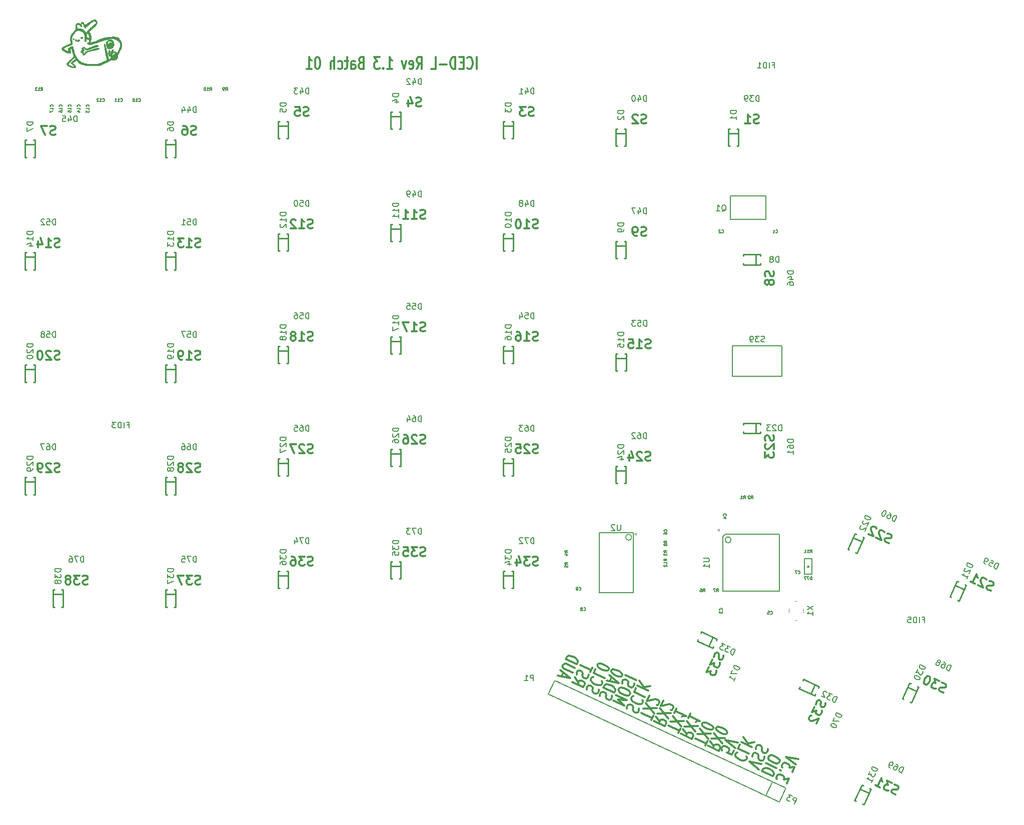
<source format=gbo>
G04 #@! TF.GenerationSoftware,KiCad,Pcbnew,5.1.6-c6e7f7d~87~ubuntu20.04.1*
G04 #@! TF.CreationDate,2020-08-07T18:47:16+02:00*
G04 #@! TF.ProjectId,ICEDLeft,49434544-4c65-4667-942e-6b696361645f,1.2b*
G04 #@! TF.SameCoordinates,Original*
G04 #@! TF.FileFunction,Legend,Bot*
G04 #@! TF.FilePolarity,Positive*
%FSLAX46Y46*%
G04 Gerber Fmt 4.6, Leading zero omitted, Abs format (unit mm)*
G04 Created by KiCad (PCBNEW 5.1.6-c6e7f7d~87~ubuntu20.04.1) date 2020-08-07 18:47:16*
%MOMM*%
%LPD*%
G01*
G04 APERTURE LIST*
%ADD10C,0.300000*%
%ADD11C,0.304800*%
%ADD12C,0.010000*%
%ADD13C,0.200000*%
%ADD14C,0.149860*%
%ADD15C,0.100000*%
%ADD16C,0.127000*%
%ADD17C,0.220980*%
%ADD18C,0.203200*%
G04 APERTURE END LIST*
D10*
X98304142Y-36083761D02*
X98304142Y-34083761D01*
X96732714Y-35893285D02*
X96804142Y-35988523D01*
X97018428Y-36083761D01*
X97161285Y-36083761D01*
X97375571Y-35988523D01*
X97518428Y-35798047D01*
X97589857Y-35607571D01*
X97661285Y-35226619D01*
X97661285Y-34940904D01*
X97589857Y-34559952D01*
X97518428Y-34369476D01*
X97375571Y-34179000D01*
X97161285Y-34083761D01*
X97018428Y-34083761D01*
X96804142Y-34179000D01*
X96732714Y-34274238D01*
X96089857Y-35036142D02*
X95589857Y-35036142D01*
X95375571Y-36083761D02*
X96089857Y-36083761D01*
X96089857Y-34083761D01*
X95375571Y-34083761D01*
X94732714Y-36083761D02*
X94732714Y-34083761D01*
X94375571Y-34083761D01*
X94161285Y-34179000D01*
X94018428Y-34369476D01*
X93947000Y-34559952D01*
X93875571Y-34940904D01*
X93875571Y-35226619D01*
X93947000Y-35607571D01*
X94018428Y-35798047D01*
X94161285Y-35988523D01*
X94375571Y-36083761D01*
X94732714Y-36083761D01*
X93232714Y-35321857D02*
X92089857Y-35321857D01*
X90661285Y-36083761D02*
X91375571Y-36083761D01*
X91375571Y-34083761D01*
X88161285Y-36083761D02*
X88661285Y-35131380D01*
X89018428Y-36083761D02*
X89018428Y-34083761D01*
X88447000Y-34083761D01*
X88304142Y-34179000D01*
X88232714Y-34274238D01*
X88161285Y-34464714D01*
X88161285Y-34750428D01*
X88232714Y-34940904D01*
X88304142Y-35036142D01*
X88447000Y-35131380D01*
X89018428Y-35131380D01*
X86947000Y-35988523D02*
X87089857Y-36083761D01*
X87375571Y-36083761D01*
X87518428Y-35988523D01*
X87589857Y-35798047D01*
X87589857Y-35036142D01*
X87518428Y-34845666D01*
X87375571Y-34750428D01*
X87089857Y-34750428D01*
X86947000Y-34845666D01*
X86875571Y-35036142D01*
X86875571Y-35226619D01*
X87589857Y-35417095D01*
X86375571Y-34750428D02*
X86018428Y-36083761D01*
X85661285Y-34750428D01*
X83161285Y-36083761D02*
X84018428Y-36083761D01*
X83589857Y-36083761D02*
X83589857Y-34083761D01*
X83732714Y-34369476D01*
X83875571Y-34559952D01*
X84018428Y-34655190D01*
X82518428Y-35893285D02*
X82447000Y-35988523D01*
X82518428Y-36083761D01*
X82589857Y-35988523D01*
X82518428Y-35893285D01*
X82518428Y-36083761D01*
X81947000Y-34083761D02*
X81018428Y-34083761D01*
X81518428Y-34845666D01*
X81304142Y-34845666D01*
X81161285Y-34940904D01*
X81089857Y-35036142D01*
X81018428Y-35226619D01*
X81018428Y-35702809D01*
X81089857Y-35893285D01*
X81161285Y-35988523D01*
X81304142Y-36083761D01*
X81732714Y-36083761D01*
X81875571Y-35988523D01*
X81947000Y-35893285D01*
X78732714Y-35036142D02*
X78518428Y-35131380D01*
X78447000Y-35226619D01*
X78375571Y-35417095D01*
X78375571Y-35702809D01*
X78447000Y-35893285D01*
X78518428Y-35988523D01*
X78661285Y-36083761D01*
X79232714Y-36083761D01*
X79232714Y-34083761D01*
X78732714Y-34083761D01*
X78589857Y-34179000D01*
X78518428Y-34274238D01*
X78447000Y-34464714D01*
X78447000Y-34655190D01*
X78518428Y-34845666D01*
X78589857Y-34940904D01*
X78732714Y-35036142D01*
X79232714Y-35036142D01*
X77089857Y-36083761D02*
X77089857Y-35036142D01*
X77161285Y-34845666D01*
X77304142Y-34750428D01*
X77589857Y-34750428D01*
X77732714Y-34845666D01*
X77089857Y-35988523D02*
X77232714Y-36083761D01*
X77589857Y-36083761D01*
X77732714Y-35988523D01*
X77804142Y-35798047D01*
X77804142Y-35607571D01*
X77732714Y-35417095D01*
X77589857Y-35321857D01*
X77232714Y-35321857D01*
X77089857Y-35226619D01*
X76589857Y-34750428D02*
X76018428Y-34750428D01*
X76375571Y-34083761D02*
X76375571Y-35798047D01*
X76304142Y-35988523D01*
X76161285Y-36083761D01*
X76018428Y-36083761D01*
X74875571Y-35988523D02*
X75018428Y-36083761D01*
X75304142Y-36083761D01*
X75447000Y-35988523D01*
X75518428Y-35893285D01*
X75589857Y-35702809D01*
X75589857Y-35131380D01*
X75518428Y-34940904D01*
X75447000Y-34845666D01*
X75304142Y-34750428D01*
X75018428Y-34750428D01*
X74875571Y-34845666D01*
X74232714Y-36083761D02*
X74232714Y-34083761D01*
X73589857Y-36083761D02*
X73589857Y-35036142D01*
X73661285Y-34845666D01*
X73804142Y-34750428D01*
X74018428Y-34750428D01*
X74161285Y-34845666D01*
X74232714Y-34940904D01*
X71447000Y-34083761D02*
X71304142Y-34083761D01*
X71161285Y-34179000D01*
X71089857Y-34274238D01*
X71018428Y-34464714D01*
X70947000Y-34845666D01*
X70947000Y-35321857D01*
X71018428Y-35702809D01*
X71089857Y-35893285D01*
X71161285Y-35988523D01*
X71304142Y-36083761D01*
X71447000Y-36083761D01*
X71589857Y-35988523D01*
X71661285Y-35893285D01*
X71732714Y-35702809D01*
X71804142Y-35321857D01*
X71804142Y-34845666D01*
X71732714Y-34464714D01*
X71661285Y-34274238D01*
X71589857Y-34179000D01*
X71447000Y-34083761D01*
X69518428Y-36083761D02*
X70375571Y-36083761D01*
X69947000Y-36083761D02*
X69947000Y-34083761D01*
X70089857Y-34369476D01*
X70232714Y-34559952D01*
X70375571Y-34655190D01*
D11*
X112672308Y-139013832D02*
X112979008Y-138356112D01*
X112084792Y-138900016D02*
X114141099Y-139298372D01*
X112514172Y-137979207D01*
X114570479Y-138377563D02*
X113079646Y-137682376D01*
X112934924Y-137534818D01*
X112877898Y-137428152D01*
X112851542Y-137255715D01*
X112974222Y-136992627D01*
X113123258Y-136901976D01*
X113241624Y-136877097D01*
X113447686Y-136893112D01*
X114938519Y-137588299D01*
X113403602Y-136071818D02*
X115245219Y-136930578D01*
X115398569Y-136601718D01*
X115402883Y-136363509D01*
X115288831Y-136150178D01*
X115144109Y-136002619D01*
X114823995Y-135773274D01*
X114560907Y-135650593D01*
X114179452Y-135552792D01*
X113973390Y-135536777D01*
X113736658Y-135586535D01*
X113556952Y-135742958D01*
X113403602Y-136071818D01*
X114892182Y-139178891D02*
X115554452Y-140048229D01*
X114524142Y-139968156D02*
X116365759Y-140826916D01*
X116611119Y-140300740D01*
X116584763Y-140128302D01*
X116527737Y-140021637D01*
X116383015Y-139874078D01*
X116119927Y-139751398D01*
X115913865Y-139735384D01*
X115795498Y-139760262D01*
X115646462Y-139850913D01*
X115401102Y-140377089D01*
X115225238Y-138693608D02*
X115229552Y-138455399D01*
X115382902Y-138126538D01*
X115531938Y-138035888D01*
X115650304Y-138011009D01*
X115856366Y-138027024D01*
X116031758Y-138108810D01*
X116176480Y-138256369D01*
X116233507Y-138363034D01*
X116259863Y-138535472D01*
X116224879Y-138839453D01*
X116251235Y-139011891D01*
X116308261Y-139118556D01*
X116452983Y-139266115D01*
X116628375Y-139347902D01*
X116834437Y-139363916D01*
X116952803Y-139339038D01*
X117101839Y-139248387D01*
X117255189Y-138919527D01*
X117259503Y-138681317D01*
X117531219Y-138327578D02*
X117899260Y-137538314D01*
X115873622Y-137074186D02*
X117715240Y-137932946D01*
X150806734Y-157195207D02*
X151205444Y-156340170D01*
X150289185Y-156473427D01*
X150381195Y-156276111D01*
X150354839Y-156103674D01*
X150297813Y-155997008D01*
X150153091Y-155849450D01*
X149714611Y-155644983D01*
X149508549Y-155628968D01*
X149390183Y-155653847D01*
X149241147Y-155744498D01*
X149057127Y-156139130D01*
X149083483Y-156311568D01*
X149140509Y-156418233D01*
X149815249Y-154971248D02*
X149758223Y-154864582D01*
X149639857Y-154889461D01*
X149696883Y-154996127D01*
X149815249Y-154971248D01*
X149639857Y-154889461D01*
X151726834Y-155222045D02*
X152125544Y-154367008D01*
X151209286Y-154500266D01*
X151301296Y-154302950D01*
X151274940Y-154130512D01*
X151217914Y-154023847D01*
X151073192Y-153876288D01*
X150634711Y-153671821D01*
X150428649Y-153655807D01*
X150310283Y-153680686D01*
X150161247Y-153771336D01*
X149977227Y-154165969D01*
X150003583Y-154338406D01*
X150060609Y-154445071D01*
X152309564Y-153972376D02*
X150682637Y-152653211D01*
X152738945Y-153051567D01*
X116926133Y-141273428D02*
X116930447Y-141035218D01*
X117083797Y-140706358D01*
X117232833Y-140615707D01*
X117351199Y-140590829D01*
X117557261Y-140606843D01*
X117732653Y-140688630D01*
X117877375Y-140836189D01*
X117934401Y-140942854D01*
X117960757Y-141115292D01*
X117925773Y-141419273D01*
X117952129Y-141591711D01*
X118009155Y-141698376D01*
X118153877Y-141845935D01*
X118329270Y-141927721D01*
X118535332Y-141943736D01*
X118653698Y-141918857D01*
X118802734Y-141828207D01*
X118956084Y-141499346D01*
X118960398Y-141261137D01*
X118025939Y-139143843D02*
X117907573Y-139168722D01*
X117727867Y-139325145D01*
X117666527Y-139456689D01*
X117662213Y-139694899D01*
X117776265Y-139908229D01*
X117920987Y-140055788D01*
X118241101Y-140285134D01*
X118504190Y-140407814D01*
X118885644Y-140505615D01*
X119091706Y-140521630D01*
X119328438Y-140471872D01*
X119508144Y-140315449D01*
X119569484Y-140183905D01*
X119573798Y-139945696D01*
X119516772Y-139839030D01*
X118433277Y-137812388D02*
X118126577Y-138470108D01*
X119968194Y-139328869D01*
X120612265Y-137947656D02*
X120673605Y-137816111D01*
X120647249Y-137643674D01*
X120590223Y-137537009D01*
X120445500Y-137389450D01*
X120125386Y-137160104D01*
X119686906Y-136955638D01*
X119305452Y-136857836D01*
X119099389Y-136841822D01*
X118981023Y-136866700D01*
X118831987Y-136957351D01*
X118770647Y-137088895D01*
X118797003Y-137261333D01*
X118854029Y-137367998D01*
X118998751Y-137515557D01*
X119318866Y-137744902D01*
X119757346Y-137949369D01*
X120138800Y-138047170D01*
X120344862Y-138063185D01*
X120463228Y-138038306D01*
X120612265Y-137947656D01*
X119196798Y-142322314D02*
X119201111Y-142084104D01*
X119354462Y-141755244D01*
X119503498Y-141664593D01*
X119621864Y-141639715D01*
X119827926Y-141655729D01*
X120003318Y-141737516D01*
X120148040Y-141885075D01*
X120205066Y-141991740D01*
X120231422Y-142164178D01*
X120196438Y-142468159D01*
X120222794Y-142640597D01*
X120279820Y-142747262D01*
X120424542Y-142894821D01*
X120599935Y-142976607D01*
X120805997Y-142992622D01*
X120924363Y-142967743D01*
X121073399Y-142877093D01*
X121226749Y-142548232D01*
X121231063Y-142310023D01*
X119753172Y-140900207D02*
X121594789Y-141758968D01*
X121748139Y-141430107D01*
X121752453Y-141191898D01*
X121638401Y-140978567D01*
X121493679Y-140831008D01*
X121173565Y-140601663D01*
X120910476Y-140478983D01*
X120529022Y-140381182D01*
X120322960Y-140365167D01*
X120086228Y-140414924D01*
X119906522Y-140571347D01*
X119753172Y-140900207D01*
X120892748Y-139830127D02*
X121199448Y-139172406D01*
X120305232Y-139716311D02*
X122361539Y-140114666D01*
X120734612Y-138795502D01*
X122913600Y-138930770D02*
X122974940Y-138799225D01*
X122948584Y-138626788D01*
X122891558Y-138520123D01*
X122746835Y-138372564D01*
X122426721Y-138143218D01*
X121988241Y-137938752D01*
X121606787Y-137840950D01*
X121400724Y-137824936D01*
X121282358Y-137849814D01*
X121133322Y-137940465D01*
X121071982Y-138072009D01*
X121098338Y-138244447D01*
X121155364Y-138351112D01*
X121300086Y-138498671D01*
X121620201Y-138728016D01*
X122058681Y-138932483D01*
X122440135Y-139030284D01*
X122646197Y-139046299D01*
X122764564Y-139021420D01*
X122913600Y-138930770D01*
X142468904Y-151899450D02*
X142350538Y-151924329D01*
X142170832Y-152080752D01*
X142109492Y-152212296D01*
X142105178Y-152450505D01*
X142219230Y-152663836D01*
X142363952Y-152811395D01*
X142684066Y-153040740D01*
X142947154Y-153163420D01*
X143328609Y-153261222D01*
X143534671Y-153277236D01*
X143771403Y-153227479D01*
X143951109Y-153071056D01*
X144012449Y-152939512D01*
X144016763Y-152701302D01*
X143959737Y-152594637D01*
X142876242Y-150567994D02*
X142569542Y-151225715D01*
X144411159Y-152084475D01*
X143090932Y-150107590D02*
X144932549Y-150966350D01*
X143458972Y-149318325D02*
X144235295Y-150400994D01*
X145300590Y-150177086D02*
X143880197Y-150475630D01*
X146589482Y-155076612D02*
X148431099Y-155935372D01*
X148584449Y-155606512D01*
X148588763Y-155368302D01*
X148474711Y-155154972D01*
X148329989Y-155007413D01*
X148009875Y-154778067D01*
X147746786Y-154655387D01*
X147365332Y-154557586D01*
X147159270Y-154541571D01*
X146922538Y-154591329D01*
X146742832Y-154747752D01*
X146589482Y-155076612D01*
X147233552Y-153695399D02*
X149075169Y-154554159D01*
X149504549Y-153633350D02*
X149627229Y-153370262D01*
X149600873Y-153197825D01*
X149486821Y-152984494D01*
X149166707Y-152755148D01*
X148552835Y-152468895D01*
X148171380Y-152371094D01*
X147934648Y-152420851D01*
X147785612Y-152511502D01*
X147662932Y-152774590D01*
X147689288Y-152947027D01*
X147803340Y-153160358D01*
X148123454Y-153389704D01*
X148737327Y-153675957D01*
X149118781Y-153773758D01*
X149355513Y-153724001D01*
X149504549Y-153633350D01*
X146103414Y-154773118D02*
X144476487Y-153453954D01*
X146532794Y-153852310D01*
X144962893Y-152639810D02*
X144967207Y-152401601D01*
X145120557Y-152072741D01*
X145269593Y-151982090D01*
X145387959Y-151957211D01*
X145594021Y-151973226D01*
X145769413Y-152055013D01*
X145914135Y-152202571D01*
X145971161Y-152309237D01*
X145997518Y-152481674D01*
X145962534Y-152785656D01*
X145988890Y-152958093D01*
X146045916Y-153064759D01*
X146190638Y-153212317D01*
X146366030Y-153294104D01*
X146572092Y-153310119D01*
X146690458Y-153285240D01*
X146839494Y-153194589D01*
X146992844Y-152865729D01*
X146997158Y-152627519D01*
X145576293Y-151324369D02*
X145580607Y-151086160D01*
X145733957Y-150757300D01*
X145882993Y-150666649D01*
X146001359Y-150641770D01*
X146207421Y-150657785D01*
X146382814Y-150739572D01*
X146527536Y-150887130D01*
X146584562Y-150993796D01*
X146610918Y-151166233D01*
X146575934Y-151470215D01*
X146602290Y-151642652D01*
X146659316Y-151749318D01*
X146804038Y-151896876D01*
X146979430Y-151978663D01*
X147185492Y-151994678D01*
X147303858Y-151969799D01*
X147452894Y-151879148D01*
X147606245Y-151550288D01*
X147610558Y-151312078D01*
X141855824Y-151609361D02*
X141549124Y-152267082D01*
X140641493Y-151923920D01*
X140759860Y-151899042D01*
X140908896Y-151808391D01*
X141062246Y-151479531D01*
X141035890Y-151307093D01*
X140978864Y-151200428D01*
X140834141Y-151052869D01*
X140395661Y-150848402D01*
X140189599Y-150832388D01*
X140071233Y-150857266D01*
X139922197Y-150947917D01*
X139768847Y-151276777D01*
X139795203Y-151449215D01*
X139852229Y-151555880D01*
X142070514Y-151148957D02*
X140443587Y-149829792D01*
X142499894Y-150228148D01*
X137817842Y-149978435D02*
X138480112Y-150847773D01*
X137449802Y-150767700D02*
X139291419Y-151626460D01*
X139536779Y-151100284D01*
X139510423Y-150927846D01*
X139453397Y-150821181D01*
X139308675Y-150673622D01*
X139045587Y-150550942D01*
X138839525Y-150534928D01*
X138721158Y-150559806D01*
X138572122Y-150650457D01*
X138326762Y-151176633D01*
X139874149Y-150376791D02*
X138461912Y-148597222D01*
X140303529Y-149455983D02*
X138032532Y-149518031D01*
X140671569Y-148666718D02*
X140732910Y-148535174D01*
X140706553Y-148362736D01*
X140649527Y-148256071D01*
X140504805Y-148108512D01*
X140184691Y-147879167D01*
X139746211Y-147674700D01*
X139364756Y-147576899D01*
X139158694Y-147560884D01*
X139040328Y-147585763D01*
X138891292Y-147676414D01*
X138829952Y-147807958D01*
X138856308Y-147980395D01*
X138913334Y-148087061D01*
X139058056Y-148234619D01*
X139378171Y-148463965D01*
X139816651Y-148668431D01*
X140198105Y-148766233D01*
X140404167Y-148782247D01*
X140522533Y-148757369D01*
X140671569Y-148666718D01*
X136990084Y-150770346D02*
X137358124Y-149981082D01*
X135332487Y-149516954D02*
X137174104Y-150375714D01*
X137511474Y-149652221D02*
X136099237Y-147872652D01*
X137940854Y-148731413D02*
X135669857Y-148793461D01*
X138308894Y-147942148D02*
X138370234Y-147810604D01*
X138343878Y-147638167D01*
X138286852Y-147531501D01*
X138142130Y-147383942D01*
X137822016Y-147154597D01*
X137383536Y-146950130D01*
X137002081Y-146852329D01*
X136796019Y-146836314D01*
X136677653Y-146861193D01*
X136528617Y-146951844D01*
X136467277Y-147083388D01*
X136493633Y-147255825D01*
X136550659Y-147362491D01*
X136695381Y-147510049D01*
X137015496Y-147739395D01*
X137453976Y-147943862D01*
X137835430Y-148041663D01*
X138041492Y-148057678D01*
X138159858Y-148032799D01*
X138308894Y-147942148D01*
X133245842Y-147946435D02*
X133908112Y-148815773D01*
X132877802Y-148735700D02*
X134719419Y-149594460D01*
X134964779Y-149068284D01*
X134938423Y-148895846D01*
X134881397Y-148789181D01*
X134736675Y-148641622D01*
X134473587Y-148518942D01*
X134267525Y-148502928D01*
X134149158Y-148527806D01*
X134000122Y-148618457D01*
X133754762Y-149144633D01*
X135302149Y-148344791D02*
X133889912Y-146565222D01*
X135731529Y-147423983D02*
X133460532Y-147486031D01*
X134472642Y-145315553D02*
X134104602Y-146104818D01*
X134288622Y-145710186D02*
X136130240Y-146568946D01*
X135805811Y-146577810D01*
X135569079Y-146627567D01*
X135420043Y-146718218D01*
X132418084Y-148611346D02*
X132786124Y-147822082D01*
X130760487Y-147357954D02*
X132602104Y-148216714D01*
X132939474Y-147493221D02*
X131527237Y-145713652D01*
X133368854Y-146572413D02*
X131097857Y-146634461D01*
X132109967Y-144463983D02*
X131741927Y-145253248D01*
X131925947Y-144858616D02*
X133767564Y-145717376D01*
X133443136Y-145726240D01*
X133206404Y-145775998D01*
X133057368Y-145866648D01*
X123768798Y-144481314D02*
X123773111Y-144243104D01*
X123926462Y-143914244D01*
X124075498Y-143823593D01*
X124193864Y-143798715D01*
X124399926Y-143814729D01*
X124575318Y-143896516D01*
X124720040Y-144044075D01*
X124777066Y-144150740D01*
X124803422Y-144323178D01*
X124768438Y-144627159D01*
X124794794Y-144799597D01*
X124851820Y-144906262D01*
X124996542Y-145053821D01*
X125171935Y-145135607D01*
X125377997Y-145151622D01*
X125496363Y-145126743D01*
X125645399Y-145036093D01*
X125798749Y-144707232D01*
X125803063Y-144469023D01*
X124868604Y-142351730D02*
X124750238Y-142376608D01*
X124570532Y-142533031D01*
X124509192Y-142664575D01*
X124504878Y-142902785D01*
X124618930Y-143116115D01*
X124763652Y-143263674D01*
X125083766Y-143493020D01*
X125346854Y-143615700D01*
X125728309Y-143713501D01*
X125934371Y-143729516D01*
X126171103Y-143679758D01*
X126350809Y-143523335D01*
X126412149Y-143391791D01*
X126416463Y-143153582D01*
X126359437Y-143046916D01*
X125275942Y-141020274D02*
X124969242Y-141677994D01*
X126810859Y-142536755D01*
X125490632Y-140559869D02*
X127332250Y-141418630D01*
X125858672Y-139770605D02*
X126634995Y-140853274D01*
X127700290Y-140629365D02*
X126279897Y-140927910D01*
X121471776Y-143132990D02*
X123313394Y-143991751D01*
X122212643Y-142917946D01*
X123742774Y-143070942D01*
X121901157Y-142212182D01*
X124172154Y-142150133D02*
X124294834Y-141887045D01*
X124268478Y-141714608D01*
X124154426Y-141501277D01*
X123834312Y-141271931D01*
X123220439Y-140985678D01*
X122838985Y-140887877D01*
X122602253Y-140937634D01*
X122453217Y-141028285D01*
X122330537Y-141291373D01*
X122356893Y-141463810D01*
X122470945Y-141677141D01*
X122791059Y-141906487D01*
X123404932Y-142192740D01*
X123786386Y-142290541D01*
X124023118Y-142240784D01*
X124172154Y-142150133D01*
X122939623Y-140214141D02*
X122943937Y-139975932D01*
X123097287Y-139647072D01*
X123246323Y-139556421D01*
X123364689Y-139531542D01*
X123570751Y-139547557D01*
X123746144Y-139629344D01*
X123890866Y-139776902D01*
X123947892Y-139883568D01*
X123974248Y-140056005D01*
X123939264Y-140359987D01*
X123965620Y-140532424D01*
X124022646Y-140639090D01*
X124167368Y-140786648D01*
X124342760Y-140868435D01*
X124548822Y-140884450D01*
X124667188Y-140859571D01*
X124816224Y-140768920D01*
X124969575Y-140440060D01*
X124973888Y-140201850D01*
X123495997Y-138792035D02*
X125337615Y-139650795D01*
X127846084Y-146452346D02*
X128214124Y-145663082D01*
X126188487Y-145198954D02*
X128030104Y-146057714D01*
X128367474Y-145334221D02*
X126955237Y-143554652D01*
X128796854Y-144413413D02*
X126525857Y-144475461D01*
X128836152Y-143871222D02*
X128954518Y-143846343D01*
X129103554Y-143755692D01*
X129256904Y-143426832D01*
X129230548Y-143254395D01*
X129173522Y-143147729D01*
X129028800Y-143000170D01*
X128853408Y-142918384D01*
X128559650Y-142861476D01*
X127139257Y-143160020D01*
X127537967Y-142304983D01*
X128673842Y-145787435D02*
X129336112Y-146656773D01*
X128305802Y-146576700D02*
X130147419Y-147435460D01*
X130392779Y-146909284D01*
X130366423Y-146736846D01*
X130309397Y-146630181D01*
X130164675Y-146482622D01*
X129901587Y-146359942D01*
X129695525Y-146343928D01*
X129577158Y-146368806D01*
X129428122Y-146459457D01*
X129182762Y-146985633D01*
X130730149Y-146185791D02*
X129317912Y-144406222D01*
X131159529Y-145264983D02*
X128888532Y-145327031D01*
X131198827Y-144722792D02*
X131317193Y-144697913D01*
X131466229Y-144607262D01*
X131619580Y-144278402D01*
X131593223Y-144105964D01*
X131536197Y-143999299D01*
X131391475Y-143851740D01*
X131216083Y-143769954D01*
X130922325Y-143713046D01*
X129501932Y-144011590D01*
X129900642Y-143156553D01*
D12*
G04 #@! TO.C,G\u002A\u002A\u002A*
G36*
X36169229Y-31604200D02*
G01*
X36165600Y-31607829D01*
X36169229Y-31611457D01*
X36172857Y-31607829D01*
X36169229Y-31604200D01*
G37*
X36169229Y-31604200D02*
X36165600Y-31607829D01*
X36169229Y-31611457D01*
X36172857Y-31607829D01*
X36169229Y-31604200D01*
G36*
X35915229Y-31408257D02*
G01*
X35911600Y-31411886D01*
X35915229Y-31415514D01*
X35918857Y-31411886D01*
X35915229Y-31408257D01*
G37*
X35915229Y-31408257D02*
X35911600Y-31411886D01*
X35915229Y-31415514D01*
X35918857Y-31411886D01*
X35915229Y-31408257D01*
G36*
X36807857Y-33643457D02*
G01*
X36804229Y-33647086D01*
X36807857Y-33650714D01*
X36811486Y-33647086D01*
X36807857Y-33643457D01*
G37*
X36807857Y-33643457D02*
X36804229Y-33647086D01*
X36807857Y-33650714D01*
X36811486Y-33647086D01*
X36807857Y-33643457D01*
G36*
X36749800Y-33679743D02*
G01*
X36746172Y-33683372D01*
X36749800Y-33687000D01*
X36753429Y-33683372D01*
X36749800Y-33679743D01*
G37*
X36749800Y-33679743D02*
X36746172Y-33683372D01*
X36749800Y-33687000D01*
X36753429Y-33683372D01*
X36749800Y-33679743D01*
G36*
X36691743Y-33411229D02*
G01*
X36688115Y-33414857D01*
X36691743Y-33418486D01*
X36695372Y-33414857D01*
X36691743Y-33411229D01*
G37*
X36691743Y-33411229D02*
X36688115Y-33414857D01*
X36691743Y-33418486D01*
X36695372Y-33414857D01*
X36691743Y-33411229D01*
G36*
X36655457Y-33425743D02*
G01*
X36651829Y-33429372D01*
X36655457Y-33433000D01*
X36659086Y-33429372D01*
X36655457Y-33425743D01*
G37*
X36655457Y-33425743D02*
X36651829Y-33429372D01*
X36655457Y-33433000D01*
X36659086Y-33429372D01*
X36655457Y-33425743D01*
G36*
X33005115Y-29027914D02*
G01*
X33001486Y-29031543D01*
X33005115Y-29035172D01*
X33008743Y-29031543D01*
X33005115Y-29027914D01*
G37*
X33005115Y-29027914D02*
X33001486Y-29031543D01*
X33005115Y-29035172D01*
X33008743Y-29031543D01*
X33005115Y-29027914D01*
G36*
X32693057Y-28541686D02*
G01*
X32689429Y-28545314D01*
X32693057Y-28548943D01*
X32696686Y-28545314D01*
X32693057Y-28541686D01*
G37*
X32693057Y-28541686D02*
X32689429Y-28545314D01*
X32693057Y-28548943D01*
X32696686Y-28545314D01*
X32693057Y-28541686D01*
G36*
X32649515Y-29412543D02*
G01*
X32645886Y-29416172D01*
X32649515Y-29419800D01*
X32653143Y-29416172D01*
X32649515Y-29412543D01*
G37*
X32649515Y-29412543D02*
X32645886Y-29416172D01*
X32649515Y-29419800D01*
X32653143Y-29416172D01*
X32649515Y-29412543D01*
G36*
X32540657Y-28715857D02*
G01*
X32537029Y-28719486D01*
X32540657Y-28723114D01*
X32544286Y-28719486D01*
X32540657Y-28715857D01*
G37*
X32540657Y-28715857D02*
X32537029Y-28719486D01*
X32540657Y-28723114D01*
X32544286Y-28719486D01*
X32540657Y-28715857D01*
G36*
X32533400Y-29543172D02*
G01*
X32529772Y-29546800D01*
X32533400Y-29550429D01*
X32537029Y-29546800D01*
X32533400Y-29543172D01*
G37*
X32533400Y-29543172D02*
X32529772Y-29546800D01*
X32533400Y-29550429D01*
X32537029Y-29546800D01*
X32533400Y-29543172D01*
G36*
X32395515Y-29688314D02*
G01*
X32391886Y-29691943D01*
X32395515Y-29695572D01*
X32399143Y-29691943D01*
X32395515Y-29688314D01*
G37*
X32395515Y-29688314D02*
X32391886Y-29691943D01*
X32395515Y-29695572D01*
X32399143Y-29691943D01*
X32395515Y-29688314D01*
G36*
X32366486Y-28890029D02*
G01*
X32362857Y-28893657D01*
X32366486Y-28897286D01*
X32370115Y-28893657D01*
X32366486Y-28890029D01*
G37*
X32366486Y-28890029D02*
X32362857Y-28893657D01*
X32366486Y-28897286D01*
X32370115Y-28893657D01*
X32366486Y-28890029D01*
G36*
X32359229Y-29731857D02*
G01*
X32355600Y-29735486D01*
X32359229Y-29739114D01*
X32362857Y-29735486D01*
X32359229Y-29731857D01*
G37*
X32359229Y-29731857D02*
X32355600Y-29735486D01*
X32359229Y-29739114D01*
X32362857Y-29735486D01*
X32359229Y-29731857D01*
G36*
X32337457Y-28861000D02*
G01*
X32333829Y-28864629D01*
X32337457Y-28868257D01*
X32341086Y-28864629D01*
X32337457Y-28861000D01*
G37*
X32337457Y-28861000D02*
X32333829Y-28864629D01*
X32337457Y-28868257D01*
X32341086Y-28864629D01*
X32337457Y-28861000D01*
G36*
X32279400Y-29804429D02*
G01*
X32275772Y-29808057D01*
X32279400Y-29811686D01*
X32283029Y-29808057D01*
X32279400Y-29804429D01*
G37*
X32279400Y-29804429D02*
X32275772Y-29808057D01*
X32279400Y-29811686D01*
X32283029Y-29808057D01*
X32279400Y-29804429D01*
G36*
X31945572Y-29122257D02*
G01*
X31941943Y-29125886D01*
X31945572Y-29129514D01*
X31949200Y-29125886D01*
X31945572Y-29122257D01*
G37*
X31945572Y-29122257D02*
X31941943Y-29125886D01*
X31945572Y-29129514D01*
X31949200Y-29125886D01*
X31945572Y-29122257D01*
G36*
X31923800Y-29122257D02*
G01*
X31920172Y-29125886D01*
X31923800Y-29129514D01*
X31927429Y-29125886D01*
X31923800Y-29122257D01*
G37*
X31923800Y-29122257D02*
X31920172Y-29125886D01*
X31923800Y-29129514D01*
X31927429Y-29125886D01*
X31923800Y-29122257D01*
G36*
X31502886Y-28403800D02*
G01*
X31499257Y-28407429D01*
X31502886Y-28411057D01*
X31506515Y-28407429D01*
X31502886Y-28403800D01*
G37*
X31502886Y-28403800D02*
X31499257Y-28407429D01*
X31502886Y-28411057D01*
X31506515Y-28407429D01*
X31502886Y-28403800D01*
G36*
X31481115Y-29006143D02*
G01*
X31477486Y-29009772D01*
X31481115Y-29013400D01*
X31484743Y-29009772D01*
X31481115Y-29006143D01*
G37*
X31481115Y-29006143D02*
X31477486Y-29009772D01*
X31481115Y-29013400D01*
X31484743Y-29009772D01*
X31481115Y-29006143D01*
G36*
X31466600Y-28998886D02*
G01*
X31462972Y-29002514D01*
X31466600Y-29006143D01*
X31470229Y-29002514D01*
X31466600Y-28998886D01*
G37*
X31466600Y-28998886D02*
X31462972Y-29002514D01*
X31466600Y-29006143D01*
X31470229Y-29002514D01*
X31466600Y-28998886D01*
G36*
X31416493Y-28970979D02*
G01*
X31409186Y-28963188D01*
X31404985Y-28964786D01*
X31404915Y-28965800D01*
X31410069Y-28971939D01*
X31413293Y-28974179D01*
X31418259Y-28975034D01*
X31416493Y-28970979D01*
G37*
X31416493Y-28970979D02*
X31409186Y-28963188D01*
X31404985Y-28964786D01*
X31404915Y-28965800D01*
X31410069Y-28971939D01*
X31413293Y-28974179D01*
X31418259Y-28975034D01*
X31416493Y-28970979D01*
G36*
X31372257Y-28926314D02*
G01*
X31368629Y-28929943D01*
X31372257Y-28933572D01*
X31375886Y-28929943D01*
X31372257Y-28926314D01*
G37*
X31372257Y-28926314D02*
X31368629Y-28929943D01*
X31372257Y-28933572D01*
X31375886Y-28929943D01*
X31372257Y-28926314D01*
G36*
X31292429Y-28853743D02*
G01*
X31288800Y-28857372D01*
X31292429Y-28861000D01*
X31296057Y-28857372D01*
X31292429Y-28853743D01*
G37*
X31292429Y-28853743D02*
X31288800Y-28857372D01*
X31292429Y-28861000D01*
X31296057Y-28857372D01*
X31292429Y-28853743D01*
G36*
X31247827Y-28790706D02*
G01*
X31245257Y-28792057D01*
X31238327Y-28798895D01*
X31238000Y-28800171D01*
X31242688Y-28800666D01*
X31245257Y-28799314D01*
X31252188Y-28792477D01*
X31252515Y-28791201D01*
X31247827Y-28790706D01*
G37*
X31247827Y-28790706D02*
X31245257Y-28792057D01*
X31238327Y-28798895D01*
X31238000Y-28800171D01*
X31242688Y-28800666D01*
X31245257Y-28799314D01*
X31252188Y-28792477D01*
X31252515Y-28791201D01*
X31247827Y-28790706D01*
G36*
X31067457Y-28650543D02*
G01*
X31063829Y-28654172D01*
X31067457Y-28657800D01*
X31071086Y-28654172D01*
X31067457Y-28650543D01*
G37*
X31067457Y-28650543D02*
X31063829Y-28654172D01*
X31067457Y-28657800D01*
X31071086Y-28654172D01*
X31067457Y-28650543D01*
G36*
X31009400Y-28599743D02*
G01*
X31005772Y-28603372D01*
X31009400Y-28607000D01*
X31013029Y-28603372D01*
X31009400Y-28599743D01*
G37*
X31009400Y-28599743D02*
X31005772Y-28603372D01*
X31009400Y-28607000D01*
X31013029Y-28603372D01*
X31009400Y-28599743D01*
G36*
X30211115Y-35646429D02*
G01*
X30207486Y-35650057D01*
X30211115Y-35653686D01*
X30214743Y-35650057D01*
X30211115Y-35646429D01*
G37*
X30211115Y-35646429D02*
X30207486Y-35650057D01*
X30211115Y-35653686D01*
X30214743Y-35650057D01*
X30211115Y-35646429D01*
G36*
X30196600Y-34521572D02*
G01*
X30192972Y-34525200D01*
X30196600Y-34528829D01*
X30200229Y-34525200D01*
X30196600Y-34521572D01*
G37*
X30196600Y-34521572D02*
X30192972Y-34525200D01*
X30196600Y-34528829D01*
X30200229Y-34525200D01*
X30196600Y-34521572D01*
G36*
X30196600Y-35653686D02*
G01*
X30192972Y-35657314D01*
X30196600Y-35660943D01*
X30200229Y-35657314D01*
X30196600Y-35653686D01*
G37*
X30196600Y-35653686D02*
X30192972Y-35657314D01*
X30196600Y-35660943D01*
X30200229Y-35657314D01*
X30196600Y-35653686D01*
G36*
X30153057Y-34572372D02*
G01*
X30149429Y-34576000D01*
X30153057Y-34579629D01*
X30156686Y-34576000D01*
X30153057Y-34572372D01*
G37*
X30153057Y-34572372D02*
X30149429Y-34576000D01*
X30153057Y-34579629D01*
X30156686Y-34576000D01*
X30153057Y-34572372D01*
G36*
X30000657Y-34369172D02*
G01*
X29997029Y-34372800D01*
X30000657Y-34376429D01*
X30004286Y-34372800D01*
X30000657Y-34369172D01*
G37*
X30000657Y-34369172D02*
X29997029Y-34372800D01*
X30000657Y-34376429D01*
X30004286Y-34372800D01*
X30000657Y-34369172D01*
G36*
X29957115Y-34717514D02*
G01*
X29953486Y-34721143D01*
X29957115Y-34724772D01*
X29960743Y-34721143D01*
X29957115Y-34717514D01*
G37*
X29957115Y-34717514D02*
X29953486Y-34721143D01*
X29957115Y-34724772D01*
X29960743Y-34721143D01*
X29957115Y-34717514D01*
G36*
X29935343Y-35370657D02*
G01*
X29931715Y-35374286D01*
X29935343Y-35377914D01*
X29938972Y-35374286D01*
X29935343Y-35370657D01*
G37*
X29935343Y-35370657D02*
X29931715Y-35374286D01*
X29935343Y-35377914D01*
X29938972Y-35374286D01*
X29935343Y-35370657D01*
G36*
X29920829Y-35356143D02*
G01*
X29917200Y-35359772D01*
X29920829Y-35363400D01*
X29924457Y-35359772D01*
X29920829Y-35356143D01*
G37*
X29920829Y-35356143D02*
X29917200Y-35359772D01*
X29920829Y-35363400D01*
X29924457Y-35359772D01*
X29920829Y-35356143D01*
G36*
X29652315Y-35102143D02*
G01*
X29648686Y-35105772D01*
X29652315Y-35109400D01*
X29655943Y-35105772D01*
X29652315Y-35102143D01*
G37*
X29652315Y-35102143D02*
X29648686Y-35105772D01*
X29652315Y-35109400D01*
X29655943Y-35105772D01*
X29652315Y-35102143D01*
G36*
X29637800Y-35080372D02*
G01*
X29634172Y-35084000D01*
X29637800Y-35087629D01*
X29641429Y-35084000D01*
X29637800Y-35080372D01*
G37*
X29637800Y-35080372D02*
X29634172Y-35084000D01*
X29637800Y-35087629D01*
X29641429Y-35084000D01*
X29637800Y-35080372D01*
G36*
X29616029Y-35109400D02*
G01*
X29612400Y-35113029D01*
X29616029Y-35116657D01*
X29619657Y-35113029D01*
X29616029Y-35109400D01*
G37*
X29616029Y-35109400D02*
X29612400Y-35113029D01*
X29616029Y-35116657D01*
X29619657Y-35113029D01*
X29616029Y-35109400D01*
G36*
X37802086Y-31553400D02*
G01*
X37798457Y-31557029D01*
X37802086Y-31560657D01*
X37805715Y-31557029D01*
X37802086Y-31553400D01*
G37*
X37802086Y-31553400D02*
X37798457Y-31557029D01*
X37802086Y-31560657D01*
X37805715Y-31557029D01*
X37802086Y-31553400D01*
G36*
X37773057Y-31502600D02*
G01*
X37769429Y-31506229D01*
X37773057Y-31509857D01*
X37776686Y-31506229D01*
X37773057Y-31502600D01*
G37*
X37773057Y-31502600D02*
X37769429Y-31506229D01*
X37773057Y-31509857D01*
X37776686Y-31506229D01*
X37773057Y-31502600D01*
G36*
X36778829Y-32387972D02*
G01*
X36775200Y-32391600D01*
X36778829Y-32395229D01*
X36782457Y-32391600D01*
X36778829Y-32387972D01*
G37*
X36778829Y-32387972D02*
X36775200Y-32391600D01*
X36778829Y-32395229D01*
X36782457Y-32391600D01*
X36778829Y-32387972D01*
G36*
X36771572Y-33106429D02*
G01*
X36767943Y-33110057D01*
X36771572Y-33113686D01*
X36775200Y-33110057D01*
X36771572Y-33106429D01*
G37*
X36771572Y-33106429D02*
X36767943Y-33110057D01*
X36771572Y-33113686D01*
X36775200Y-33110057D01*
X36771572Y-33106429D01*
G36*
X36234543Y-33454772D02*
G01*
X36230915Y-33458400D01*
X36234543Y-33462029D01*
X36238172Y-33458400D01*
X36234543Y-33454772D01*
G37*
X36234543Y-33454772D02*
X36230915Y-33458400D01*
X36234543Y-33462029D01*
X36238172Y-33458400D01*
X36234543Y-33454772D01*
G36*
X36907423Y-31901203D02*
G01*
X36892713Y-31800298D01*
X36866993Y-31691197D01*
X36835883Y-31589686D01*
X36794770Y-31482036D01*
X36747892Y-31386808D01*
X36695436Y-31304207D01*
X36637590Y-31234438D01*
X36574542Y-31177708D01*
X36506479Y-31134223D01*
X36433589Y-31104188D01*
X36381882Y-31091645D01*
X36307618Y-31085281D01*
X36230280Y-31091449D01*
X36153134Y-31109625D01*
X36079447Y-31139283D01*
X36076743Y-31140638D01*
X36056071Y-31152176D01*
X36026458Y-31170141D01*
X35990836Y-31192612D01*
X35952136Y-31217668D01*
X35913293Y-31243388D01*
X35877237Y-31267851D01*
X35846901Y-31289138D01*
X35825217Y-31305326D01*
X35824718Y-31305724D01*
X35810828Y-31314756D01*
X35801842Y-31316968D01*
X35801633Y-31316857D01*
X35793893Y-31318928D01*
X35791238Y-31322175D01*
X35790183Y-31327187D01*
X35796179Y-31324480D01*
X35795920Y-31326157D01*
X35786718Y-31335822D01*
X35770344Y-31351669D01*
X35759986Y-31361379D01*
X35705428Y-31418305D01*
X35662594Y-31477647D01*
X35630725Y-31541331D01*
X35609062Y-31611286D01*
X35596844Y-31689441D01*
X35593313Y-31777723D01*
X35593373Y-31784453D01*
X35594010Y-31821632D01*
X35594945Y-31855374D01*
X35596054Y-31882016D01*
X35597213Y-31897894D01*
X35597240Y-31898114D01*
X35602566Y-31933058D01*
X35610645Y-31977736D01*
X35620593Y-32027830D01*
X35631526Y-32079021D01*
X35642563Y-32126994D01*
X35650733Y-32159626D01*
X35662319Y-32201431D01*
X35676254Y-32248152D01*
X35691743Y-32297459D01*
X35707988Y-32347021D01*
X35724194Y-32394510D01*
X35739564Y-32437596D01*
X35753302Y-32473948D01*
X35764611Y-32501238D01*
X35772694Y-32517136D01*
X35773221Y-32517907D01*
X35798936Y-32545905D01*
X35836778Y-32575526D01*
X35878943Y-32601909D01*
X35899265Y-32613837D01*
X35913962Y-32623122D01*
X35918857Y-32626829D01*
X35928483Y-32632104D01*
X35932817Y-32633320D01*
X35937463Y-32635508D01*
X35937463Y-32220348D01*
X35899491Y-32106403D01*
X35874241Y-32026826D01*
X35852121Y-31949476D01*
X35834021Y-31877713D01*
X35820832Y-31814896D01*
X35818268Y-31800143D01*
X35814012Y-31763695D01*
X35811558Y-31719881D01*
X35810865Y-31672772D01*
X35811892Y-31626440D01*
X35814597Y-31584958D01*
X35818940Y-31552398D01*
X35820851Y-31543818D01*
X35842616Y-31483528D01*
X35873757Y-31434289D01*
X35914539Y-31395853D01*
X35965225Y-31367974D01*
X36026080Y-31350405D01*
X36028172Y-31350015D01*
X36086782Y-31344830D01*
X36154164Y-31348562D01*
X36228052Y-31360705D01*
X36306178Y-31380751D01*
X36386278Y-31408192D01*
X36466085Y-31442521D01*
X36487002Y-31452761D01*
X36534424Y-31478244D01*
X36578476Y-31505014D01*
X36617407Y-31531731D01*
X36649468Y-31557057D01*
X36672908Y-31579655D01*
X36685977Y-31598186D01*
X36688115Y-31606518D01*
X36686741Y-31614008D01*
X36680447Y-31617684D01*
X36665977Y-31618283D01*
X36642757Y-31616757D01*
X36616184Y-31613452D01*
X36580919Y-31607467D01*
X36542317Y-31599768D01*
X36517572Y-31594206D01*
X36429906Y-31578759D01*
X36348452Y-31575271D01*
X36273829Y-31583686D01*
X36206655Y-31603950D01*
X36163029Y-31625978D01*
X36123033Y-31652992D01*
X36090979Y-31681947D01*
X36062112Y-31717536D01*
X36045929Y-31741548D01*
X36005166Y-31816647D01*
X35974315Y-31899927D01*
X35953143Y-31992284D01*
X35941415Y-32094612D01*
X35939016Y-32149946D01*
X35937463Y-32220348D01*
X35937463Y-32635508D01*
X35943616Y-32638407D01*
X35962218Y-32649661D01*
X35984694Y-32664699D01*
X35985830Y-32665494D01*
X36028513Y-32695435D01*
X36095242Y-32686079D01*
X36195170Y-32667615D01*
X36298566Y-32640377D01*
X36399852Y-32606073D01*
X36493452Y-32566413D01*
X36506686Y-32560009D01*
X36534503Y-32546871D01*
X36558019Y-32536825D01*
X36573833Y-32531272D01*
X36577927Y-32530631D01*
X36584214Y-32529285D01*
X36583402Y-32527582D01*
X36586779Y-32521849D01*
X36599615Y-32510897D01*
X36617389Y-32498284D01*
X36697549Y-32438080D01*
X36765038Y-32371880D01*
X36815117Y-32307307D01*
X36855760Y-32236875D01*
X36885292Y-32161749D01*
X36903733Y-32081229D01*
X36911103Y-31994614D01*
X36907423Y-31901203D01*
G37*
X36907423Y-31901203D02*
X36892713Y-31800298D01*
X36866993Y-31691197D01*
X36835883Y-31589686D01*
X36794770Y-31482036D01*
X36747892Y-31386808D01*
X36695436Y-31304207D01*
X36637590Y-31234438D01*
X36574542Y-31177708D01*
X36506479Y-31134223D01*
X36433589Y-31104188D01*
X36381882Y-31091645D01*
X36307618Y-31085281D01*
X36230280Y-31091449D01*
X36153134Y-31109625D01*
X36079447Y-31139283D01*
X36076743Y-31140638D01*
X36056071Y-31152176D01*
X36026458Y-31170141D01*
X35990836Y-31192612D01*
X35952136Y-31217668D01*
X35913293Y-31243388D01*
X35877237Y-31267851D01*
X35846901Y-31289138D01*
X35825217Y-31305326D01*
X35824718Y-31305724D01*
X35810828Y-31314756D01*
X35801842Y-31316968D01*
X35801633Y-31316857D01*
X35793893Y-31318928D01*
X35791238Y-31322175D01*
X35790183Y-31327187D01*
X35796179Y-31324480D01*
X35795920Y-31326157D01*
X35786718Y-31335822D01*
X35770344Y-31351669D01*
X35759986Y-31361379D01*
X35705428Y-31418305D01*
X35662594Y-31477647D01*
X35630725Y-31541331D01*
X35609062Y-31611286D01*
X35596844Y-31689441D01*
X35593313Y-31777723D01*
X35593373Y-31784453D01*
X35594010Y-31821632D01*
X35594945Y-31855374D01*
X35596054Y-31882016D01*
X35597213Y-31897894D01*
X35597240Y-31898114D01*
X35602566Y-31933058D01*
X35610645Y-31977736D01*
X35620593Y-32027830D01*
X35631526Y-32079021D01*
X35642563Y-32126994D01*
X35650733Y-32159626D01*
X35662319Y-32201431D01*
X35676254Y-32248152D01*
X35691743Y-32297459D01*
X35707988Y-32347021D01*
X35724194Y-32394510D01*
X35739564Y-32437596D01*
X35753302Y-32473948D01*
X35764611Y-32501238D01*
X35772694Y-32517136D01*
X35773221Y-32517907D01*
X35798936Y-32545905D01*
X35836778Y-32575526D01*
X35878943Y-32601909D01*
X35899265Y-32613837D01*
X35913962Y-32623122D01*
X35918857Y-32626829D01*
X35928483Y-32632104D01*
X35932817Y-32633320D01*
X35937463Y-32635508D01*
X35937463Y-32220348D01*
X35899491Y-32106403D01*
X35874241Y-32026826D01*
X35852121Y-31949476D01*
X35834021Y-31877713D01*
X35820832Y-31814896D01*
X35818268Y-31800143D01*
X35814012Y-31763695D01*
X35811558Y-31719881D01*
X35810865Y-31672772D01*
X35811892Y-31626440D01*
X35814597Y-31584958D01*
X35818940Y-31552398D01*
X35820851Y-31543818D01*
X35842616Y-31483528D01*
X35873757Y-31434289D01*
X35914539Y-31395853D01*
X35965225Y-31367974D01*
X36026080Y-31350405D01*
X36028172Y-31350015D01*
X36086782Y-31344830D01*
X36154164Y-31348562D01*
X36228052Y-31360705D01*
X36306178Y-31380751D01*
X36386278Y-31408192D01*
X36466085Y-31442521D01*
X36487002Y-31452761D01*
X36534424Y-31478244D01*
X36578476Y-31505014D01*
X36617407Y-31531731D01*
X36649468Y-31557057D01*
X36672908Y-31579655D01*
X36685977Y-31598186D01*
X36688115Y-31606518D01*
X36686741Y-31614008D01*
X36680447Y-31617684D01*
X36665977Y-31618283D01*
X36642757Y-31616757D01*
X36616184Y-31613452D01*
X36580919Y-31607467D01*
X36542317Y-31599768D01*
X36517572Y-31594206D01*
X36429906Y-31578759D01*
X36348452Y-31575271D01*
X36273829Y-31583686D01*
X36206655Y-31603950D01*
X36163029Y-31625978D01*
X36123033Y-31652992D01*
X36090979Y-31681947D01*
X36062112Y-31717536D01*
X36045929Y-31741548D01*
X36005166Y-31816647D01*
X35974315Y-31899927D01*
X35953143Y-31992284D01*
X35941415Y-32094612D01*
X35939016Y-32149946D01*
X35937463Y-32220348D01*
X35937463Y-32635508D01*
X35943616Y-32638407D01*
X35962218Y-32649661D01*
X35984694Y-32664699D01*
X35985830Y-32665494D01*
X36028513Y-32695435D01*
X36095242Y-32686079D01*
X36195170Y-32667615D01*
X36298566Y-32640377D01*
X36399852Y-32606073D01*
X36493452Y-32566413D01*
X36506686Y-32560009D01*
X36534503Y-32546871D01*
X36558019Y-32536825D01*
X36573833Y-32531272D01*
X36577927Y-32530631D01*
X36584214Y-32529285D01*
X36583402Y-32527582D01*
X36586779Y-32521849D01*
X36599615Y-32510897D01*
X36617389Y-32498284D01*
X36697549Y-32438080D01*
X36765038Y-32371880D01*
X36815117Y-32307307D01*
X36855760Y-32236875D01*
X36885292Y-32161749D01*
X36903733Y-32081229D01*
X36911103Y-31994614D01*
X36907423Y-31901203D01*
G36*
X35262086Y-34775572D02*
G01*
X35258457Y-34779200D01*
X35262086Y-34782829D01*
X35265715Y-34779200D01*
X35262086Y-34775572D01*
G37*
X35262086Y-34775572D02*
X35258457Y-34779200D01*
X35262086Y-34782829D01*
X35265715Y-34779200D01*
X35262086Y-34775572D01*
G36*
X34405743Y-32627457D02*
G01*
X34402115Y-32631086D01*
X34405743Y-32634714D01*
X34409372Y-32631086D01*
X34405743Y-32627457D01*
G37*
X34405743Y-32627457D02*
X34402115Y-32631086D01*
X34405743Y-32634714D01*
X34409372Y-32631086D01*
X34405743Y-32627457D01*
G36*
X34340429Y-32714543D02*
G01*
X34336800Y-32718172D01*
X34340429Y-32721800D01*
X34344057Y-32718172D01*
X34340429Y-32714543D01*
G37*
X34340429Y-32714543D02*
X34336800Y-32718172D01*
X34340429Y-32721800D01*
X34344057Y-32718172D01*
X34340429Y-32714543D01*
G36*
X34209800Y-32083172D02*
G01*
X34206172Y-32086800D01*
X34209800Y-32090429D01*
X34213429Y-32086800D01*
X34209800Y-32083172D01*
G37*
X34209800Y-32083172D02*
X34206172Y-32086800D01*
X34209800Y-32090429D01*
X34213429Y-32086800D01*
X34209800Y-32083172D01*
G36*
X32475343Y-30051172D02*
G01*
X32471715Y-30054800D01*
X32475343Y-30058429D01*
X32478972Y-30054800D01*
X32475343Y-30051172D01*
G37*
X32475343Y-30051172D02*
X32471715Y-30054800D01*
X32475343Y-30058429D01*
X32478972Y-30054800D01*
X32475343Y-30051172D01*
G36*
X32629766Y-30976525D02*
G01*
X32614683Y-30927388D01*
X32610751Y-30918583D01*
X32600085Y-30895046D01*
X32592656Y-30877208D01*
X32589906Y-30868556D01*
X32589956Y-30868305D01*
X32585793Y-30862435D01*
X32573371Y-30848733D01*
X32554825Y-30829500D01*
X32540527Y-30815147D01*
X32512013Y-30788321D01*
X32489825Y-30771169D01*
X32471422Y-30761871D01*
X32462895Y-30759610D01*
X32427789Y-30760091D01*
X32394179Y-30774997D01*
X32363604Y-30802545D01*
X32333925Y-30843330D01*
X32317733Y-30883756D01*
X32314271Y-30926246D01*
X32317327Y-30950369D01*
X32325432Y-30966967D01*
X32342822Y-30988554D01*
X32366551Y-31012302D01*
X32393676Y-31035378D01*
X32421254Y-31054953D01*
X32433650Y-31062201D01*
X32457199Y-31073469D01*
X32487531Y-31086112D01*
X32521005Y-31098832D01*
X32553980Y-31110332D01*
X32582814Y-31119314D01*
X32603867Y-31124481D01*
X32610517Y-31125229D01*
X32619365Y-31121177D01*
X32625467Y-31107196D01*
X32628766Y-31090757D01*
X32634348Y-31029909D01*
X32629766Y-30976525D01*
G37*
X32629766Y-30976525D02*
X32614683Y-30927388D01*
X32610751Y-30918583D01*
X32600085Y-30895046D01*
X32592656Y-30877208D01*
X32589906Y-30868556D01*
X32589956Y-30868305D01*
X32585793Y-30862435D01*
X32573371Y-30848733D01*
X32554825Y-30829500D01*
X32540527Y-30815147D01*
X32512013Y-30788321D01*
X32489825Y-30771169D01*
X32471422Y-30761871D01*
X32462895Y-30759610D01*
X32427789Y-30760091D01*
X32394179Y-30774997D01*
X32363604Y-30802545D01*
X32333925Y-30843330D01*
X32317733Y-30883756D01*
X32314271Y-30926246D01*
X32317327Y-30950369D01*
X32325432Y-30966967D01*
X32342822Y-30988554D01*
X32366551Y-31012302D01*
X32393676Y-31035378D01*
X32421254Y-31054953D01*
X32433650Y-31062201D01*
X32457199Y-31073469D01*
X32487531Y-31086112D01*
X32521005Y-31098832D01*
X32553980Y-31110332D01*
X32582814Y-31119314D01*
X32603867Y-31124481D01*
X32610517Y-31125229D01*
X32619365Y-31121177D01*
X32625467Y-31107196D01*
X32628766Y-31090757D01*
X32634348Y-31029909D01*
X32629766Y-30976525D01*
G36*
X32286657Y-30131000D02*
G01*
X32283029Y-30134629D01*
X32286657Y-30138257D01*
X32290286Y-30134629D01*
X32286657Y-30131000D01*
G37*
X32286657Y-30131000D02*
X32283029Y-30134629D01*
X32286657Y-30138257D01*
X32290286Y-30134629D01*
X32286657Y-30131000D01*
G36*
X32083457Y-33476543D02*
G01*
X32079829Y-33480172D01*
X32083457Y-33483800D01*
X32087086Y-33480172D01*
X32083457Y-33476543D01*
G37*
X32083457Y-33476543D02*
X32079829Y-33480172D01*
X32083457Y-33483800D01*
X32087086Y-33480172D01*
X32083457Y-33476543D01*
G36*
X32039915Y-32758086D02*
G01*
X32036286Y-32761714D01*
X32039915Y-32765343D01*
X32043543Y-32761714D01*
X32039915Y-32758086D01*
G37*
X32039915Y-32758086D02*
X32036286Y-32761714D01*
X32039915Y-32765343D01*
X32043543Y-32761714D01*
X32039915Y-32758086D01*
G36*
X31974600Y-33614429D02*
G01*
X31970972Y-33618057D01*
X31974600Y-33621686D01*
X31978229Y-33618057D01*
X31974600Y-33614429D01*
G37*
X31974600Y-33614429D02*
X31970972Y-33618057D01*
X31974600Y-33621686D01*
X31978229Y-33618057D01*
X31974600Y-33614429D01*
G36*
X31945572Y-33447514D02*
G01*
X31941943Y-33451143D01*
X31945572Y-33454772D01*
X31949200Y-33451143D01*
X31945572Y-33447514D01*
G37*
X31945572Y-33447514D02*
X31941943Y-33451143D01*
X31945572Y-33454772D01*
X31949200Y-33451143D01*
X31945572Y-33447514D01*
G36*
X31931057Y-32409743D02*
G01*
X31927429Y-32413372D01*
X31931057Y-32417000D01*
X31934686Y-32413372D01*
X31931057Y-32409743D01*
G37*
X31931057Y-32409743D02*
X31927429Y-32413372D01*
X31931057Y-32417000D01*
X31934686Y-32413372D01*
X31931057Y-32409743D01*
G36*
X31931057Y-33440257D02*
G01*
X31927429Y-33443886D01*
X31931057Y-33447514D01*
X31934686Y-33443886D01*
X31931057Y-33440257D01*
G37*
X31931057Y-33440257D02*
X31927429Y-33443886D01*
X31931057Y-33447514D01*
X31934686Y-33443886D01*
X31931057Y-33440257D01*
G36*
X31887515Y-33498314D02*
G01*
X31883886Y-33501943D01*
X31887515Y-33505572D01*
X31891143Y-33501943D01*
X31887515Y-33498314D01*
G37*
X31887515Y-33498314D02*
X31883886Y-33501943D01*
X31887515Y-33505572D01*
X31891143Y-33501943D01*
X31887515Y-33498314D01*
G36*
X31778657Y-30036657D02*
G01*
X31775029Y-30040286D01*
X31778657Y-30043914D01*
X31782286Y-30040286D01*
X31778657Y-30036657D01*
G37*
X31778657Y-30036657D02*
X31775029Y-30040286D01*
X31778657Y-30043914D01*
X31782286Y-30040286D01*
X31778657Y-30036657D01*
G36*
X31553686Y-30893000D02*
G01*
X31550057Y-30896629D01*
X31553686Y-30900257D01*
X31557315Y-30896629D01*
X31553686Y-30893000D01*
G37*
X31553686Y-30893000D02*
X31550057Y-30896629D01*
X31553686Y-30900257D01*
X31557315Y-30896629D01*
X31553686Y-30893000D01*
G36*
X31430315Y-32917743D02*
G01*
X31426686Y-32921372D01*
X31430315Y-32925000D01*
X31433943Y-32921372D01*
X31430315Y-32917743D01*
G37*
X31430315Y-32917743D02*
X31426686Y-32921372D01*
X31430315Y-32925000D01*
X31433943Y-32921372D01*
X31430315Y-32917743D01*
G36*
X34398993Y-32563712D02*
G01*
X34395143Y-32545987D01*
X34393356Y-32535332D01*
X34389743Y-32527919D01*
X34388205Y-32527748D01*
X34379292Y-32526282D01*
X34362119Y-32521303D01*
X34355385Y-32519072D01*
X34324862Y-32513296D01*
X34282745Y-32512266D01*
X34231097Y-32515806D01*
X34171977Y-32523739D01*
X34107446Y-32535887D01*
X34075543Y-32543072D01*
X34008530Y-32559616D01*
X33928874Y-32580436D01*
X33837696Y-32605199D01*
X33736116Y-32633573D01*
X33625256Y-32665227D01*
X33506236Y-32699827D01*
X33380176Y-32737042D01*
X33248197Y-32776540D01*
X33111421Y-32817988D01*
X32970967Y-32861054D01*
X32827956Y-32905407D01*
X32683510Y-32950713D01*
X32538748Y-32996641D01*
X32457200Y-33022753D01*
X32405687Y-33039272D01*
X32346609Y-33058164D01*
X32286243Y-33077426D01*
X32230862Y-33095054D01*
X32214798Y-33100156D01*
X32166490Y-33115902D01*
X32130973Y-33128493D01*
X32106994Y-33138443D01*
X32093300Y-33146265D01*
X32088766Y-33151786D01*
X32082690Y-33162547D01*
X32078554Y-33164486D01*
X32074800Y-33168874D01*
X32075732Y-33170985D01*
X32075286Y-33180733D01*
X32069842Y-33200652D01*
X32060403Y-33228348D01*
X32047974Y-33261426D01*
X32033560Y-33297492D01*
X32018164Y-33334152D01*
X32002790Y-33369011D01*
X31988443Y-33399675D01*
X31976127Y-33423750D01*
X31966846Y-33438840D01*
X31961783Y-33442692D01*
X31957684Y-33442673D01*
X31959292Y-33446230D01*
X31958255Y-33456147D01*
X31950499Y-33473809D01*
X31939383Y-33492708D01*
X31909887Y-33533754D01*
X31883822Y-33560932D01*
X31860755Y-33574362D01*
X31840249Y-33574167D01*
X31821870Y-33560467D01*
X31805183Y-33533383D01*
X31803827Y-33530465D01*
X31798299Y-33517058D01*
X31794404Y-33503238D01*
X31791922Y-33486351D01*
X31790636Y-33463745D01*
X31790327Y-33432768D01*
X31790778Y-33390767D01*
X31791041Y-33374940D01*
X31791826Y-33324751D01*
X31791348Y-33287080D01*
X31788323Y-33259933D01*
X31781472Y-33241314D01*
X31769515Y-33229228D01*
X31751170Y-33221680D01*
X31725156Y-33216673D01*
X31690194Y-33212213D01*
X31686291Y-33211736D01*
X31629020Y-33202516D01*
X31585490Y-33190586D01*
X31555871Y-33176016D01*
X31540335Y-33158871D01*
X31538643Y-33154075D01*
X31538918Y-33135065D01*
X31546511Y-33116141D01*
X31558551Y-33102606D01*
X31568368Y-33099172D01*
X31577914Y-33094986D01*
X31579086Y-33091515D01*
X31586132Y-33082776D01*
X31606970Y-33071409D01*
X31641149Y-33057584D01*
X31688219Y-33041473D01*
X31747729Y-33023244D01*
X31796800Y-33009246D01*
X31834958Y-32995334D01*
X31868273Y-32976998D01*
X31893447Y-32956389D01*
X31906408Y-32937702D01*
X31911190Y-32918919D01*
X31908922Y-32897738D01*
X31905890Y-32886524D01*
X31893791Y-32862448D01*
X31871373Y-32833203D01*
X31840849Y-32800945D01*
X31804434Y-32767829D01*
X31764340Y-32736009D01*
X31722781Y-32707641D01*
X31721049Y-32706565D01*
X31693964Y-32689241D01*
X31671891Y-32674052D01*
X31657555Y-32662941D01*
X31653543Y-32658513D01*
X31656455Y-32647243D01*
X31668270Y-32630972D01*
X31685885Y-32612857D01*
X31706198Y-32596056D01*
X31726107Y-32583727D01*
X31727795Y-32582935D01*
X31766205Y-32571510D01*
X31807130Y-32571913D01*
X31850814Y-32583156D01*
X31874957Y-32593509D01*
X31902560Y-32608240D01*
X31931084Y-32625590D01*
X31957984Y-32643801D01*
X31980719Y-32661116D01*
X31996747Y-32675776D01*
X32003525Y-32686024D01*
X32003103Y-32688460D01*
X32003838Y-32689876D01*
X32004722Y-32689259D01*
X32011604Y-32692450D01*
X32026407Y-32703853D01*
X32046708Y-32721501D01*
X32062592Y-32736231D01*
X32112401Y-32778701D01*
X32162293Y-32810444D01*
X32215014Y-32832402D01*
X32273315Y-32845513D01*
X32339943Y-32850718D01*
X32395515Y-32850061D01*
X32448455Y-32846637D01*
X32500759Y-32840424D01*
X32553892Y-32830951D01*
X32609319Y-32817747D01*
X32668506Y-32800342D01*
X32732916Y-32778264D01*
X32804016Y-32751042D01*
X32883271Y-32718205D01*
X32972145Y-32679282D01*
X33072104Y-32633802D01*
X33081315Y-32629546D01*
X33135079Y-32604700D01*
X33177710Y-32585128D01*
X33211248Y-32570013D01*
X33237734Y-32558537D01*
X33259209Y-32549884D01*
X33277712Y-32543235D01*
X33295285Y-32537774D01*
X33313968Y-32532684D01*
X33335802Y-32527146D01*
X33338943Y-32526360D01*
X33353856Y-32522460D01*
X33372707Y-32517203D01*
X33396473Y-32510289D01*
X33426131Y-32501414D01*
X33462658Y-32490277D01*
X33507031Y-32476576D01*
X33560227Y-32460009D01*
X33623224Y-32440275D01*
X33696999Y-32417071D01*
X33782529Y-32390095D01*
X33880790Y-32359047D01*
X33893613Y-32354992D01*
X33919774Y-32347315D01*
X33940465Y-32342351D01*
X33951950Y-32340969D01*
X33952865Y-32341228D01*
X33960129Y-32339599D01*
X33960623Y-32338643D01*
X33968825Y-32333411D01*
X33988962Y-32325471D01*
X34018863Y-32315524D01*
X34056356Y-32304273D01*
X34099270Y-32292418D01*
X34121931Y-32286522D01*
X34149945Y-32278739D01*
X34173029Y-32271149D01*
X34187084Y-32265134D01*
X34188688Y-32264053D01*
X34200103Y-32247336D01*
X34208972Y-32220468D01*
X34214140Y-32187747D01*
X34214977Y-32166368D01*
X34208701Y-32121083D01*
X34190512Y-32083768D01*
X34160036Y-32053897D01*
X34119086Y-32031824D01*
X34092143Y-32025272D01*
X34054970Y-32022267D01*
X34011382Y-32022689D01*
X33965191Y-32026415D01*
X33920212Y-32033324D01*
X33895248Y-32038984D01*
X33855069Y-32050634D01*
X33803452Y-32067447D01*
X33742242Y-32088733D01*
X33673283Y-32113807D01*
X33598421Y-32141979D01*
X33519501Y-32172563D01*
X33438367Y-32204871D01*
X33356865Y-32238214D01*
X33324429Y-32251748D01*
X33281870Y-32269609D01*
X33232401Y-32290363D01*
X33182500Y-32311296D01*
X33143000Y-32327862D01*
X33111620Y-32341058D01*
X33069581Y-32358791D01*
X33019586Y-32379918D01*
X32964334Y-32403298D01*
X32906525Y-32427788D01*
X32848859Y-32452248D01*
X32838200Y-32456772D01*
X32737614Y-32499327D01*
X32649464Y-32536289D01*
X32572936Y-32567989D01*
X32507212Y-32594755D01*
X32451478Y-32616914D01*
X32404918Y-32634795D01*
X32366717Y-32648727D01*
X32336058Y-32659037D01*
X32334747Y-32659451D01*
X32273980Y-32678587D01*
X32243170Y-32660530D01*
X32226952Y-32649804D01*
X32202203Y-32631926D01*
X32171635Y-32608924D01*
X32137960Y-32582824D01*
X32117342Y-32566481D01*
X32052303Y-32515541D01*
X31996255Y-32474140D01*
X31947921Y-32441555D01*
X31906028Y-32417063D01*
X31869301Y-32399942D01*
X31836467Y-32389467D01*
X31806250Y-32384917D01*
X31796800Y-32384593D01*
X31781197Y-32384970D01*
X31766976Y-32387025D01*
X31751641Y-32391818D01*
X31732695Y-32400411D01*
X31707639Y-32413864D01*
X31673976Y-32433238D01*
X31652200Y-32446029D01*
X31609305Y-32472342D01*
X31569010Y-32498978D01*
X31534512Y-32523721D01*
X31509010Y-32544357D01*
X31505243Y-32547822D01*
X31483699Y-32569059D01*
X31470973Y-32584523D01*
X31464824Y-32597843D01*
X31463011Y-32612648D01*
X31462972Y-32616288D01*
X31468213Y-32650002D01*
X31484444Y-32685819D01*
X31512425Y-32725045D01*
X31550682Y-32766754D01*
X31606428Y-32822593D01*
X31546414Y-32856275D01*
X31482160Y-32896930D01*
X31425036Y-32942241D01*
X31377012Y-32990319D01*
X31340054Y-33039274D01*
X31322637Y-33071240D01*
X31312492Y-33108180D01*
X31311341Y-33150368D01*
X31318936Y-33191861D01*
X31328621Y-33215978D01*
X31355961Y-33255741D01*
X31395890Y-33293757D01*
X31449058Y-33330549D01*
X31513345Y-33365299D01*
X31548389Y-33382508D01*
X31572453Y-33395002D01*
X31587616Y-33404395D01*
X31595961Y-33412302D01*
X31599567Y-33420338D01*
X31600515Y-33430117D01*
X31600580Y-33433000D01*
X31602987Y-33457110D01*
X31608697Y-33489429D01*
X31616496Y-33524370D01*
X31625170Y-33556350D01*
X31631320Y-33574514D01*
X31645299Y-33603882D01*
X31663815Y-33633979D01*
X31683903Y-33660615D01*
X31702600Y-33679602D01*
X31708753Y-33683958D01*
X31722581Y-33693578D01*
X31728226Y-33700484D01*
X31728072Y-33701167D01*
X31732150Y-33704568D01*
X31746874Y-33706641D01*
X31768438Y-33707394D01*
X31793036Y-33706836D01*
X31816861Y-33704975D01*
X31836108Y-33701821D01*
X31839483Y-33700915D01*
X31860147Y-33692891D01*
X31880634Y-33680551D01*
X31902654Y-33662323D01*
X31927917Y-33636640D01*
X31958132Y-33601932D01*
X31990517Y-33562248D01*
X32020723Y-33525358D01*
X32052605Y-33487877D01*
X32084707Y-33451364D01*
X32115575Y-33417378D01*
X32143752Y-33387477D01*
X32167783Y-33363222D01*
X32186214Y-33346170D01*
X32197587Y-33337881D01*
X32200264Y-33337581D01*
X32202356Y-33337266D01*
X32200728Y-33333896D01*
X32203554Y-33325080D01*
X32216668Y-33310068D01*
X32238198Y-33290597D01*
X32266278Y-33268400D01*
X32288646Y-33252296D01*
X32323831Y-33231806D01*
X32372305Y-33209674D01*
X32432984Y-33186288D01*
X32504787Y-33162034D01*
X32586629Y-33137300D01*
X32677427Y-33112474D01*
X32685800Y-33110300D01*
X32740293Y-33096647D01*
X32807615Y-33080508D01*
X32886349Y-33062188D01*
X32975081Y-33041993D01*
X33072396Y-33020227D01*
X33176879Y-32997196D01*
X33287114Y-32973206D01*
X33401686Y-32948560D01*
X33519180Y-32923566D01*
X33638182Y-32898527D01*
X33757275Y-32873750D01*
X33875045Y-32849539D01*
X33990076Y-32826200D01*
X34100954Y-32804037D01*
X34155372Y-32793301D01*
X34267857Y-32771214D01*
X34314321Y-32722922D01*
X34344505Y-32687927D01*
X34369483Y-32651889D01*
X34387843Y-32617462D01*
X34398176Y-32587296D01*
X34399071Y-32564045D01*
X34398993Y-32563712D01*
G37*
X34398993Y-32563712D02*
X34395143Y-32545987D01*
X34393356Y-32535332D01*
X34389743Y-32527919D01*
X34388205Y-32527748D01*
X34379292Y-32526282D01*
X34362119Y-32521303D01*
X34355385Y-32519072D01*
X34324862Y-32513296D01*
X34282745Y-32512266D01*
X34231097Y-32515806D01*
X34171977Y-32523739D01*
X34107446Y-32535887D01*
X34075543Y-32543072D01*
X34008530Y-32559616D01*
X33928874Y-32580436D01*
X33837696Y-32605199D01*
X33736116Y-32633573D01*
X33625256Y-32665227D01*
X33506236Y-32699827D01*
X33380176Y-32737042D01*
X33248197Y-32776540D01*
X33111421Y-32817988D01*
X32970967Y-32861054D01*
X32827956Y-32905407D01*
X32683510Y-32950713D01*
X32538748Y-32996641D01*
X32457200Y-33022753D01*
X32405687Y-33039272D01*
X32346609Y-33058164D01*
X32286243Y-33077426D01*
X32230862Y-33095054D01*
X32214798Y-33100156D01*
X32166490Y-33115902D01*
X32130973Y-33128493D01*
X32106994Y-33138443D01*
X32093300Y-33146265D01*
X32088766Y-33151786D01*
X32082690Y-33162547D01*
X32078554Y-33164486D01*
X32074800Y-33168874D01*
X32075732Y-33170985D01*
X32075286Y-33180733D01*
X32069842Y-33200652D01*
X32060403Y-33228348D01*
X32047974Y-33261426D01*
X32033560Y-33297492D01*
X32018164Y-33334152D01*
X32002790Y-33369011D01*
X31988443Y-33399675D01*
X31976127Y-33423750D01*
X31966846Y-33438840D01*
X31961783Y-33442692D01*
X31957684Y-33442673D01*
X31959292Y-33446230D01*
X31958255Y-33456147D01*
X31950499Y-33473809D01*
X31939383Y-33492708D01*
X31909887Y-33533754D01*
X31883822Y-33560932D01*
X31860755Y-33574362D01*
X31840249Y-33574167D01*
X31821870Y-33560467D01*
X31805183Y-33533383D01*
X31803827Y-33530465D01*
X31798299Y-33517058D01*
X31794404Y-33503238D01*
X31791922Y-33486351D01*
X31790636Y-33463745D01*
X31790327Y-33432768D01*
X31790778Y-33390767D01*
X31791041Y-33374940D01*
X31791826Y-33324751D01*
X31791348Y-33287080D01*
X31788323Y-33259933D01*
X31781472Y-33241314D01*
X31769515Y-33229228D01*
X31751170Y-33221680D01*
X31725156Y-33216673D01*
X31690194Y-33212213D01*
X31686291Y-33211736D01*
X31629020Y-33202516D01*
X31585490Y-33190586D01*
X31555871Y-33176016D01*
X31540335Y-33158871D01*
X31538643Y-33154075D01*
X31538918Y-33135065D01*
X31546511Y-33116141D01*
X31558551Y-33102606D01*
X31568368Y-33099172D01*
X31577914Y-33094986D01*
X31579086Y-33091515D01*
X31586132Y-33082776D01*
X31606970Y-33071409D01*
X31641149Y-33057584D01*
X31688219Y-33041473D01*
X31747729Y-33023244D01*
X31796800Y-33009246D01*
X31834958Y-32995334D01*
X31868273Y-32976998D01*
X31893447Y-32956389D01*
X31906408Y-32937702D01*
X31911190Y-32918919D01*
X31908922Y-32897738D01*
X31905890Y-32886524D01*
X31893791Y-32862448D01*
X31871373Y-32833203D01*
X31840849Y-32800945D01*
X31804434Y-32767829D01*
X31764340Y-32736009D01*
X31722781Y-32707641D01*
X31721049Y-32706565D01*
X31693964Y-32689241D01*
X31671891Y-32674052D01*
X31657555Y-32662941D01*
X31653543Y-32658513D01*
X31656455Y-32647243D01*
X31668270Y-32630972D01*
X31685885Y-32612857D01*
X31706198Y-32596056D01*
X31726107Y-32583727D01*
X31727795Y-32582935D01*
X31766205Y-32571510D01*
X31807130Y-32571913D01*
X31850814Y-32583156D01*
X31874957Y-32593509D01*
X31902560Y-32608240D01*
X31931084Y-32625590D01*
X31957984Y-32643801D01*
X31980719Y-32661116D01*
X31996747Y-32675776D01*
X32003525Y-32686024D01*
X32003103Y-32688460D01*
X32003838Y-32689876D01*
X32004722Y-32689259D01*
X32011604Y-32692450D01*
X32026407Y-32703853D01*
X32046708Y-32721501D01*
X32062592Y-32736231D01*
X32112401Y-32778701D01*
X32162293Y-32810444D01*
X32215014Y-32832402D01*
X32273315Y-32845513D01*
X32339943Y-32850718D01*
X32395515Y-32850061D01*
X32448455Y-32846637D01*
X32500759Y-32840424D01*
X32553892Y-32830951D01*
X32609319Y-32817747D01*
X32668506Y-32800342D01*
X32732916Y-32778264D01*
X32804016Y-32751042D01*
X32883271Y-32718205D01*
X32972145Y-32679282D01*
X33072104Y-32633802D01*
X33081315Y-32629546D01*
X33135079Y-32604700D01*
X33177710Y-32585128D01*
X33211248Y-32570013D01*
X33237734Y-32558537D01*
X33259209Y-32549884D01*
X33277712Y-32543235D01*
X33295285Y-32537774D01*
X33313968Y-32532684D01*
X33335802Y-32527146D01*
X33338943Y-32526360D01*
X33353856Y-32522460D01*
X33372707Y-32517203D01*
X33396473Y-32510289D01*
X33426131Y-32501414D01*
X33462658Y-32490277D01*
X33507031Y-32476576D01*
X33560227Y-32460009D01*
X33623224Y-32440275D01*
X33696999Y-32417071D01*
X33782529Y-32390095D01*
X33880790Y-32359047D01*
X33893613Y-32354992D01*
X33919774Y-32347315D01*
X33940465Y-32342351D01*
X33951950Y-32340969D01*
X33952865Y-32341228D01*
X33960129Y-32339599D01*
X33960623Y-32338643D01*
X33968825Y-32333411D01*
X33988962Y-32325471D01*
X34018863Y-32315524D01*
X34056356Y-32304273D01*
X34099270Y-32292418D01*
X34121931Y-32286522D01*
X34149945Y-32278739D01*
X34173029Y-32271149D01*
X34187084Y-32265134D01*
X34188688Y-32264053D01*
X34200103Y-32247336D01*
X34208972Y-32220468D01*
X34214140Y-32187747D01*
X34214977Y-32166368D01*
X34208701Y-32121083D01*
X34190512Y-32083768D01*
X34160036Y-32053897D01*
X34119086Y-32031824D01*
X34092143Y-32025272D01*
X34054970Y-32022267D01*
X34011382Y-32022689D01*
X33965191Y-32026415D01*
X33920212Y-32033324D01*
X33895248Y-32038984D01*
X33855069Y-32050634D01*
X33803452Y-32067447D01*
X33742242Y-32088733D01*
X33673283Y-32113807D01*
X33598421Y-32141979D01*
X33519501Y-32172563D01*
X33438367Y-32204871D01*
X33356865Y-32238214D01*
X33324429Y-32251748D01*
X33281870Y-32269609D01*
X33232401Y-32290363D01*
X33182500Y-32311296D01*
X33143000Y-32327862D01*
X33111620Y-32341058D01*
X33069581Y-32358791D01*
X33019586Y-32379918D01*
X32964334Y-32403298D01*
X32906525Y-32427788D01*
X32848859Y-32452248D01*
X32838200Y-32456772D01*
X32737614Y-32499327D01*
X32649464Y-32536289D01*
X32572936Y-32567989D01*
X32507212Y-32594755D01*
X32451478Y-32616914D01*
X32404918Y-32634795D01*
X32366717Y-32648727D01*
X32336058Y-32659037D01*
X32334747Y-32659451D01*
X32273980Y-32678587D01*
X32243170Y-32660530D01*
X32226952Y-32649804D01*
X32202203Y-32631926D01*
X32171635Y-32608924D01*
X32137960Y-32582824D01*
X32117342Y-32566481D01*
X32052303Y-32515541D01*
X31996255Y-32474140D01*
X31947921Y-32441555D01*
X31906028Y-32417063D01*
X31869301Y-32399942D01*
X31836467Y-32389467D01*
X31806250Y-32384917D01*
X31796800Y-32384593D01*
X31781197Y-32384970D01*
X31766976Y-32387025D01*
X31751641Y-32391818D01*
X31732695Y-32400411D01*
X31707639Y-32413864D01*
X31673976Y-32433238D01*
X31652200Y-32446029D01*
X31609305Y-32472342D01*
X31569010Y-32498978D01*
X31534512Y-32523721D01*
X31509010Y-32544357D01*
X31505243Y-32547822D01*
X31483699Y-32569059D01*
X31470973Y-32584523D01*
X31464824Y-32597843D01*
X31463011Y-32612648D01*
X31462972Y-32616288D01*
X31468213Y-32650002D01*
X31484444Y-32685819D01*
X31512425Y-32725045D01*
X31550682Y-32766754D01*
X31606428Y-32822593D01*
X31546414Y-32856275D01*
X31482160Y-32896930D01*
X31425036Y-32942241D01*
X31377012Y-32990319D01*
X31340054Y-33039274D01*
X31322637Y-33071240D01*
X31312492Y-33108180D01*
X31311341Y-33150368D01*
X31318936Y-33191861D01*
X31328621Y-33215978D01*
X31355961Y-33255741D01*
X31395890Y-33293757D01*
X31449058Y-33330549D01*
X31513345Y-33365299D01*
X31548389Y-33382508D01*
X31572453Y-33395002D01*
X31587616Y-33404395D01*
X31595961Y-33412302D01*
X31599567Y-33420338D01*
X31600515Y-33430117D01*
X31600580Y-33433000D01*
X31602987Y-33457110D01*
X31608697Y-33489429D01*
X31616496Y-33524370D01*
X31625170Y-33556350D01*
X31631320Y-33574514D01*
X31645299Y-33603882D01*
X31663815Y-33633979D01*
X31683903Y-33660615D01*
X31702600Y-33679602D01*
X31708753Y-33683958D01*
X31722581Y-33693578D01*
X31728226Y-33700484D01*
X31728072Y-33701167D01*
X31732150Y-33704568D01*
X31746874Y-33706641D01*
X31768438Y-33707394D01*
X31793036Y-33706836D01*
X31816861Y-33704975D01*
X31836108Y-33701821D01*
X31839483Y-33700915D01*
X31860147Y-33692891D01*
X31880634Y-33680551D01*
X31902654Y-33662323D01*
X31927917Y-33636640D01*
X31958132Y-33601932D01*
X31990517Y-33562248D01*
X32020723Y-33525358D01*
X32052605Y-33487877D01*
X32084707Y-33451364D01*
X32115575Y-33417378D01*
X32143752Y-33387477D01*
X32167783Y-33363222D01*
X32186214Y-33346170D01*
X32197587Y-33337881D01*
X32200264Y-33337581D01*
X32202356Y-33337266D01*
X32200728Y-33333896D01*
X32203554Y-33325080D01*
X32216668Y-33310068D01*
X32238198Y-33290597D01*
X32266278Y-33268400D01*
X32288646Y-33252296D01*
X32323831Y-33231806D01*
X32372305Y-33209674D01*
X32432984Y-33186288D01*
X32504787Y-33162034D01*
X32586629Y-33137300D01*
X32677427Y-33112474D01*
X32685800Y-33110300D01*
X32740293Y-33096647D01*
X32807615Y-33080508D01*
X32886349Y-33062188D01*
X32975081Y-33041993D01*
X33072396Y-33020227D01*
X33176879Y-32997196D01*
X33287114Y-32973206D01*
X33401686Y-32948560D01*
X33519180Y-32923566D01*
X33638182Y-32898527D01*
X33757275Y-32873750D01*
X33875045Y-32849539D01*
X33990076Y-32826200D01*
X34100954Y-32804037D01*
X34155372Y-32793301D01*
X34267857Y-32771214D01*
X34314321Y-32722922D01*
X34344505Y-32687927D01*
X34369483Y-32651889D01*
X34387843Y-32617462D01*
X34398176Y-32587296D01*
X34399071Y-32564045D01*
X34398993Y-32563712D01*
G36*
X31620314Y-30739763D02*
G01*
X31616246Y-30728734D01*
X31600308Y-30710276D01*
X31571477Y-30694759D01*
X31531137Y-30682519D01*
X31480674Y-30673889D01*
X31421472Y-30669206D01*
X31367459Y-30668545D01*
X31335770Y-30669100D01*
X31310388Y-30669707D01*
X31294213Y-30670284D01*
X31289856Y-30670685D01*
X31290848Y-30677836D01*
X31292650Y-30696261D01*
X31294962Y-30722762D01*
X31296421Y-30740600D01*
X31304157Y-30808064D01*
X31315581Y-30864834D01*
X31330397Y-30910025D01*
X31348310Y-30942747D01*
X31369023Y-30962114D01*
X31370457Y-30962888D01*
X31398852Y-30970020D01*
X31427051Y-30963728D01*
X31443015Y-30952996D01*
X31452657Y-30945757D01*
X31455715Y-30945685D01*
X31460554Y-30944429D01*
X31473974Y-30934316D01*
X31494329Y-30916785D01*
X31519972Y-30893278D01*
X31549257Y-30865234D01*
X31562228Y-30852468D01*
X31593790Y-30818228D01*
X31613463Y-30789239D01*
X31622041Y-30763688D01*
X31620314Y-30739763D01*
G37*
X31620314Y-30739763D02*
X31616246Y-30728734D01*
X31600308Y-30710276D01*
X31571477Y-30694759D01*
X31531137Y-30682519D01*
X31480674Y-30673889D01*
X31421472Y-30669206D01*
X31367459Y-30668545D01*
X31335770Y-30669100D01*
X31310388Y-30669707D01*
X31294213Y-30670284D01*
X31289856Y-30670685D01*
X31290848Y-30677836D01*
X31292650Y-30696261D01*
X31294962Y-30722762D01*
X31296421Y-30740600D01*
X31304157Y-30808064D01*
X31315581Y-30864834D01*
X31330397Y-30910025D01*
X31348310Y-30942747D01*
X31369023Y-30962114D01*
X31370457Y-30962888D01*
X31398852Y-30970020D01*
X31427051Y-30963728D01*
X31443015Y-30952996D01*
X31452657Y-30945757D01*
X31455715Y-30945685D01*
X31460554Y-30944429D01*
X31473974Y-30934316D01*
X31494329Y-30916785D01*
X31519972Y-30893278D01*
X31549257Y-30865234D01*
X31562228Y-30852468D01*
X31593790Y-30818228D01*
X31613463Y-30789239D01*
X31622041Y-30763688D01*
X31620314Y-30739763D01*
G36*
X31183572Y-34775572D02*
G01*
X31179943Y-34779200D01*
X31183572Y-34782829D01*
X31187200Y-34779200D01*
X31183572Y-34775572D01*
G37*
X31183572Y-34775572D02*
X31179943Y-34779200D01*
X31183572Y-34782829D01*
X31187200Y-34779200D01*
X31183572Y-34775572D01*
G36*
X31067457Y-31154257D02*
G01*
X31063829Y-31157886D01*
X31067457Y-31161514D01*
X31071086Y-31157886D01*
X31067457Y-31154257D01*
G37*
X31067457Y-31154257D02*
X31063829Y-31157886D01*
X31067457Y-31161514D01*
X31071086Y-31157886D01*
X31067457Y-31154257D01*
G36*
X31038429Y-31117972D02*
G01*
X31034800Y-31121600D01*
X31038429Y-31125229D01*
X31042057Y-31121600D01*
X31038429Y-31117972D01*
G37*
X31038429Y-31117972D02*
X31034800Y-31121600D01*
X31038429Y-31125229D01*
X31042057Y-31121600D01*
X31038429Y-31117972D01*
G36*
X30740886Y-34311114D02*
G01*
X30737257Y-34314743D01*
X30740886Y-34318372D01*
X30744515Y-34314743D01*
X30740886Y-34311114D01*
G37*
X30740886Y-34311114D02*
X30737257Y-34314743D01*
X30740886Y-34318372D01*
X30744515Y-34314743D01*
X30740886Y-34311114D01*
G36*
X30719115Y-31234086D02*
G01*
X30715486Y-31237714D01*
X30719115Y-31241343D01*
X30722743Y-31237714D01*
X30719115Y-31234086D01*
G37*
X30719115Y-31234086D02*
X30715486Y-31237714D01*
X30719115Y-31241343D01*
X30722743Y-31237714D01*
X30719115Y-31234086D01*
G36*
X31071733Y-31191956D02*
G01*
X31065272Y-31176155D01*
X31050431Y-31159940D01*
X31047717Y-31157429D01*
X31014546Y-31136197D01*
X30973781Y-31124144D01*
X30929227Y-31121465D01*
X30884688Y-31128353D01*
X30843970Y-31145004D01*
X30840851Y-31146849D01*
X30820153Y-31163334D01*
X30796518Y-31188242D01*
X30772067Y-31218542D01*
X30748919Y-31251208D01*
X30729194Y-31283209D01*
X30715013Y-31311516D01*
X30708494Y-31333102D01*
X30708297Y-31336235D01*
X30713422Y-31354682D01*
X30724657Y-31370360D01*
X30751977Y-31388416D01*
X30789225Y-31402652D01*
X30832107Y-31412145D01*
X30876327Y-31415973D01*
X30917593Y-31413212D01*
X30921129Y-31412587D01*
X30949935Y-31400960D01*
X30980203Y-31378336D01*
X31009621Y-31347732D01*
X31035878Y-31312168D01*
X31056665Y-31274662D01*
X31069669Y-31238231D01*
X31072915Y-31214348D01*
X31071733Y-31191956D01*
G37*
X31071733Y-31191956D02*
X31065272Y-31176155D01*
X31050431Y-31159940D01*
X31047717Y-31157429D01*
X31014546Y-31136197D01*
X30973781Y-31124144D01*
X30929227Y-31121465D01*
X30884688Y-31128353D01*
X30843970Y-31145004D01*
X30840851Y-31146849D01*
X30820153Y-31163334D01*
X30796518Y-31188242D01*
X30772067Y-31218542D01*
X30748919Y-31251208D01*
X30729194Y-31283209D01*
X30715013Y-31311516D01*
X30708494Y-31333102D01*
X30708297Y-31336235D01*
X30713422Y-31354682D01*
X30724657Y-31370360D01*
X30751977Y-31388416D01*
X30789225Y-31402652D01*
X30832107Y-31412145D01*
X30876327Y-31415973D01*
X30917593Y-31413212D01*
X30921129Y-31412587D01*
X30949935Y-31400960D01*
X30980203Y-31378336D01*
X31009621Y-31347732D01*
X31035878Y-31312168D01*
X31056665Y-31274662D01*
X31069669Y-31238231D01*
X31072915Y-31214348D01*
X31071733Y-31191956D01*
G36*
X30479629Y-31059914D02*
G01*
X30476000Y-31063543D01*
X30479629Y-31067172D01*
X30483257Y-31063543D01*
X30479629Y-31059914D01*
G37*
X30479629Y-31059914D02*
X30476000Y-31063543D01*
X30479629Y-31067172D01*
X30483257Y-31063543D01*
X30479629Y-31059914D01*
G36*
X30450600Y-33875686D02*
G01*
X30446972Y-33879314D01*
X30450600Y-33882943D01*
X30454229Y-33879314D01*
X30450600Y-33875686D01*
G37*
X30450600Y-33875686D02*
X30446972Y-33879314D01*
X30450600Y-33882943D01*
X30454229Y-33879314D01*
X30450600Y-33875686D01*
G36*
X30597565Y-31273880D02*
G01*
X30590593Y-31244379D01*
X30576827Y-31208512D01*
X30558644Y-31171164D01*
X30538421Y-31137220D01*
X30518634Y-31111669D01*
X30487657Y-31085128D01*
X30458563Y-31072924D01*
X30431093Y-31075040D01*
X30404988Y-31091458D01*
X30393993Y-31103058D01*
X30375218Y-31135021D01*
X30363581Y-31175119D01*
X30359806Y-31218467D01*
X30364618Y-31260180D01*
X30368642Y-31274000D01*
X30385635Y-31309375D01*
X30409159Y-31334204D01*
X30441046Y-31349596D01*
X30483127Y-31356659D01*
X30506502Y-31357417D01*
X30546787Y-31354125D01*
X30574945Y-31343609D01*
X30591873Y-31325043D01*
X30598472Y-31297603D01*
X30597565Y-31273880D01*
G37*
X30597565Y-31273880D02*
X30590593Y-31244379D01*
X30576827Y-31208512D01*
X30558644Y-31171164D01*
X30538421Y-31137220D01*
X30518634Y-31111669D01*
X30487657Y-31085128D01*
X30458563Y-31072924D01*
X30431093Y-31075040D01*
X30404988Y-31091458D01*
X30393993Y-31103058D01*
X30375218Y-31135021D01*
X30363581Y-31175119D01*
X30359806Y-31218467D01*
X30364618Y-31260180D01*
X30368642Y-31274000D01*
X30385635Y-31309375D01*
X30409159Y-31334204D01*
X30441046Y-31349596D01*
X30483127Y-31356659D01*
X30506502Y-31357417D01*
X30546787Y-31354125D01*
X30574945Y-31343609D01*
X30591873Y-31325043D01*
X30598472Y-31297603D01*
X30597565Y-31273880D01*
G36*
X30151575Y-30981278D02*
G01*
X30129314Y-30950395D01*
X30094894Y-30923625D01*
X30084115Y-30917549D01*
X30064694Y-30910005D01*
X30039389Y-30905712D01*
X30004339Y-30904080D01*
X29995772Y-30904021D01*
X29953192Y-30905988D01*
X29922922Y-30912699D01*
X29903275Y-30925052D01*
X29892567Y-30943943D01*
X29889566Y-30960556D01*
X29889884Y-30977555D01*
X29895703Y-30992556D01*
X29909300Y-31010393D01*
X29917123Y-31019076D01*
X29937596Y-31037486D01*
X29965298Y-31057379D01*
X29996614Y-31076698D01*
X30027930Y-31093385D01*
X30055632Y-31105383D01*
X30076106Y-31110635D01*
X30078095Y-31110714D01*
X30101232Y-31104773D01*
X30125473Y-31089537D01*
X30145835Y-31068886D01*
X30156479Y-31049657D01*
X30160891Y-31014843D01*
X30151575Y-30981278D01*
G37*
X30151575Y-30981278D02*
X30129314Y-30950395D01*
X30094894Y-30923625D01*
X30084115Y-30917549D01*
X30064694Y-30910005D01*
X30039389Y-30905712D01*
X30004339Y-30904080D01*
X29995772Y-30904021D01*
X29953192Y-30905988D01*
X29922922Y-30912699D01*
X29903275Y-30925052D01*
X29892567Y-30943943D01*
X29889566Y-30960556D01*
X29889884Y-30977555D01*
X29895703Y-30992556D01*
X29909300Y-31010393D01*
X29917123Y-31019076D01*
X29937596Y-31037486D01*
X29965298Y-31057379D01*
X29996614Y-31076698D01*
X30027930Y-31093385D01*
X30055632Y-31105383D01*
X30076106Y-31110635D01*
X30078095Y-31110714D01*
X30101232Y-31104773D01*
X30125473Y-31089537D01*
X30145835Y-31068886D01*
X30156479Y-31049657D01*
X30160891Y-31014843D01*
X30151575Y-30981278D01*
G36*
X29848257Y-31945286D02*
G01*
X29844629Y-31948914D01*
X29848257Y-31952543D01*
X29851886Y-31948914D01*
X29848257Y-31945286D01*
G37*
X29848257Y-31945286D02*
X29844629Y-31948914D01*
X29848257Y-31952543D01*
X29851886Y-31948914D01*
X29848257Y-31945286D01*
G36*
X29180600Y-32954029D02*
G01*
X29176972Y-32957657D01*
X29180600Y-32961286D01*
X29184229Y-32957657D01*
X29180600Y-32954029D01*
G37*
X29180600Y-32954029D02*
X29176972Y-32957657D01*
X29180600Y-32961286D01*
X29184229Y-32957657D01*
X29180600Y-32954029D01*
G36*
X28541972Y-32758086D02*
G01*
X28538343Y-32761714D01*
X28541972Y-32765343D01*
X28545600Y-32761714D01*
X28541972Y-32758086D01*
G37*
X28541972Y-32758086D02*
X28538343Y-32761714D01*
X28541972Y-32765343D01*
X28545600Y-32761714D01*
X28541972Y-32758086D01*
G36*
X28469400Y-32685514D02*
G01*
X28465772Y-32689143D01*
X28469400Y-32692772D01*
X28473029Y-32689143D01*
X28469400Y-32685514D01*
G37*
X28469400Y-32685514D02*
X28465772Y-32689143D01*
X28469400Y-32692772D01*
X28473029Y-32689143D01*
X28469400Y-32685514D01*
G36*
X38114143Y-31444543D02*
G01*
X38110515Y-31448172D01*
X38114143Y-31451800D01*
X38117772Y-31448172D01*
X38114143Y-31444543D01*
G37*
X38114143Y-31444543D02*
X38110515Y-31448172D01*
X38114143Y-31451800D01*
X38117772Y-31448172D01*
X38114143Y-31444543D01*
G36*
X37272315Y-34521572D02*
G01*
X37268686Y-34525200D01*
X37272315Y-34528829D01*
X37275943Y-34525200D01*
X37272315Y-34521572D01*
G37*
X37272315Y-34521572D02*
X37268686Y-34525200D01*
X37272315Y-34528829D01*
X37275943Y-34525200D01*
X37272315Y-34521572D01*
G36*
X36321629Y-34608657D02*
G01*
X36318000Y-34612286D01*
X36321629Y-34615914D01*
X36325257Y-34612286D01*
X36321629Y-34608657D01*
G37*
X36321629Y-34608657D02*
X36318000Y-34612286D01*
X36321629Y-34615914D01*
X36325257Y-34612286D01*
X36321629Y-34608657D01*
G36*
X35973286Y-34811857D02*
G01*
X35969657Y-34815486D01*
X35973286Y-34819114D01*
X35976915Y-34815486D01*
X35973286Y-34811857D01*
G37*
X35973286Y-34811857D02*
X35969657Y-34815486D01*
X35973286Y-34819114D01*
X35976915Y-34815486D01*
X35973286Y-34811857D01*
G36*
X33992086Y-27975629D02*
G01*
X33988457Y-27979257D01*
X33992086Y-27982886D01*
X33995715Y-27979257D01*
X33992086Y-27975629D01*
G37*
X33992086Y-27975629D02*
X33988457Y-27979257D01*
X33992086Y-27982886D01*
X33995715Y-27979257D01*
X33992086Y-27975629D01*
G36*
X33984829Y-28505400D02*
G01*
X33981200Y-28509029D01*
X33984829Y-28512657D01*
X33988457Y-28509029D01*
X33984829Y-28505400D01*
G37*
X33984829Y-28505400D02*
X33981200Y-28509029D01*
X33984829Y-28512657D01*
X33988457Y-28509029D01*
X33984829Y-28505400D01*
G36*
X33927465Y-27838864D02*
G01*
X33920719Y-27831135D01*
X33919086Y-27830486D01*
X33916104Y-27833930D01*
X33922787Y-27841100D01*
X33924265Y-27842065D01*
X33929231Y-27842920D01*
X33927465Y-27838864D01*
G37*
X33927465Y-27838864D02*
X33920719Y-27831135D01*
X33919086Y-27830486D01*
X33916104Y-27833930D01*
X33922787Y-27841100D01*
X33924265Y-27842065D01*
X33929231Y-27842920D01*
X33927465Y-27838864D01*
G36*
X33817915Y-28737629D02*
G01*
X33814286Y-28741257D01*
X33817915Y-28744886D01*
X33821543Y-28741257D01*
X33817915Y-28737629D01*
G37*
X33817915Y-28737629D02*
X33814286Y-28741257D01*
X33817915Y-28744886D01*
X33821543Y-28741257D01*
X33817915Y-28737629D01*
G36*
X33803400Y-28759400D02*
G01*
X33799772Y-28763029D01*
X33803400Y-28766657D01*
X33807029Y-28763029D01*
X33803400Y-28759400D01*
G37*
X33803400Y-28759400D02*
X33799772Y-28763029D01*
X33803400Y-28766657D01*
X33807029Y-28763029D01*
X33803400Y-28759400D01*
G36*
X33738086Y-28817457D02*
G01*
X33734457Y-28821086D01*
X33738086Y-28824714D01*
X33741715Y-28821086D01*
X33738086Y-28817457D01*
G37*
X33738086Y-28817457D02*
X33734457Y-28821086D01*
X33738086Y-28824714D01*
X33741715Y-28821086D01*
X33738086Y-28817457D01*
G36*
X33694543Y-28868257D02*
G01*
X33690915Y-28871886D01*
X33694543Y-28875514D01*
X33698172Y-28871886D01*
X33694543Y-28868257D01*
G37*
X33694543Y-28868257D02*
X33690915Y-28871886D01*
X33694543Y-28875514D01*
X33698172Y-28871886D01*
X33694543Y-28868257D01*
G36*
X33353457Y-29180314D02*
G01*
X33349829Y-29183943D01*
X33353457Y-29187572D01*
X33357086Y-29183943D01*
X33353457Y-29180314D01*
G37*
X33353457Y-29180314D02*
X33349829Y-29183943D01*
X33353457Y-29187572D01*
X33357086Y-29183943D01*
X33353457Y-29180314D01*
G36*
X33179286Y-29318200D02*
G01*
X33175657Y-29321829D01*
X33179286Y-29325457D01*
X33182915Y-29321829D01*
X33179286Y-29318200D01*
G37*
X33179286Y-29318200D02*
X33175657Y-29321829D01*
X33179286Y-29325457D01*
X33182915Y-29321829D01*
X33179286Y-29318200D01*
G36*
X33092200Y-27903057D02*
G01*
X33088572Y-27906686D01*
X33092200Y-27910314D01*
X33095829Y-27906686D01*
X33092200Y-27903057D01*
G37*
X33092200Y-27903057D02*
X33088572Y-27906686D01*
X33092200Y-27910314D01*
X33095829Y-27906686D01*
X33092200Y-27903057D01*
G36*
X33012372Y-29463343D02*
G01*
X33008743Y-29466972D01*
X33012372Y-29470600D01*
X33016000Y-29466972D01*
X33012372Y-29463343D01*
G37*
X33012372Y-29463343D02*
X33008743Y-29466972D01*
X33012372Y-29470600D01*
X33016000Y-29466972D01*
X33012372Y-29463343D01*
G36*
X32838200Y-29898772D02*
G01*
X32834572Y-29902400D01*
X32838200Y-29906029D01*
X32841829Y-29902400D01*
X32838200Y-29898772D01*
G37*
X32838200Y-29898772D02*
X32834572Y-29902400D01*
X32838200Y-29906029D01*
X32841829Y-29902400D01*
X32838200Y-29898772D01*
G36*
X32823686Y-29644772D02*
G01*
X32820057Y-29648400D01*
X32823686Y-29652029D01*
X32827315Y-29648400D01*
X32823686Y-29644772D01*
G37*
X32823686Y-29644772D02*
X32820057Y-29648400D01*
X32823686Y-29652029D01*
X32827315Y-29648400D01*
X32823686Y-29644772D01*
G36*
X32780143Y-29666543D02*
G01*
X32776515Y-29670172D01*
X32780143Y-29673800D01*
X32783772Y-29670172D01*
X32780143Y-29666543D01*
G37*
X32780143Y-29666543D02*
X32776515Y-29670172D01*
X32780143Y-29673800D01*
X32783772Y-29670172D01*
X32780143Y-29666543D01*
G36*
X32722086Y-29797172D02*
G01*
X32718457Y-29800800D01*
X32722086Y-29804429D01*
X32725715Y-29800800D01*
X32722086Y-29797172D01*
G37*
X32722086Y-29797172D02*
X32718457Y-29800800D01*
X32722086Y-29804429D01*
X32725715Y-29800800D01*
X32722086Y-29797172D01*
G36*
X32685800Y-29739114D02*
G01*
X32682172Y-29742743D01*
X32685800Y-29746372D01*
X32689429Y-29742743D01*
X32685800Y-29739114D01*
G37*
X32685800Y-29739114D02*
X32682172Y-29742743D01*
X32685800Y-29746372D01*
X32689429Y-29742743D01*
X32685800Y-29739114D01*
G36*
X31967343Y-28563457D02*
G01*
X31963715Y-28567086D01*
X31967343Y-28570714D01*
X31970972Y-28567086D01*
X31967343Y-28563457D01*
G37*
X31967343Y-28563457D02*
X31963715Y-28567086D01*
X31967343Y-28570714D01*
X31970972Y-28567086D01*
X31967343Y-28563457D01*
G36*
X31408543Y-28178829D02*
G01*
X31404915Y-28182457D01*
X31408543Y-28186086D01*
X31412172Y-28182457D01*
X31408543Y-28178829D01*
G37*
X31408543Y-28178829D02*
X31404915Y-28182457D01*
X31408543Y-28186086D01*
X31412172Y-28182457D01*
X31408543Y-28178829D01*
G36*
X31212600Y-28454600D02*
G01*
X31208972Y-28458229D01*
X31212600Y-28461857D01*
X31216229Y-28458229D01*
X31212600Y-28454600D01*
G37*
X31212600Y-28454600D02*
X31208972Y-28458229D01*
X31212600Y-28461857D01*
X31216229Y-28458229D01*
X31212600Y-28454600D01*
G36*
X31089229Y-35152943D02*
G01*
X31085600Y-35156572D01*
X31089229Y-35160200D01*
X31092857Y-35156572D01*
X31089229Y-35152943D01*
G37*
X31089229Y-35152943D02*
X31085600Y-35156572D01*
X31089229Y-35160200D01*
X31092857Y-35156572D01*
X31089229Y-35152943D01*
G36*
X30944086Y-35044086D02*
G01*
X30940457Y-35047714D01*
X30944086Y-35051343D01*
X30947715Y-35047714D01*
X30944086Y-35044086D01*
G37*
X30944086Y-35044086D02*
X30940457Y-35047714D01*
X30944086Y-35051343D01*
X30947715Y-35047714D01*
X30944086Y-35044086D01*
G36*
X30421572Y-35827857D02*
G01*
X30417943Y-35831486D01*
X30421572Y-35835114D01*
X30425200Y-35831486D01*
X30421572Y-35827857D01*
G37*
X30421572Y-35827857D02*
X30417943Y-35831486D01*
X30421572Y-35835114D01*
X30425200Y-35831486D01*
X30421572Y-35827857D01*
G36*
X30399800Y-34732029D02*
G01*
X30396172Y-34735657D01*
X30399800Y-34739286D01*
X30403429Y-34735657D01*
X30399800Y-34732029D01*
G37*
X30399800Y-34732029D02*
X30396172Y-34735657D01*
X30399800Y-34739286D01*
X30403429Y-34735657D01*
X30399800Y-34732029D01*
G36*
X30385286Y-35581114D02*
G01*
X30381657Y-35584743D01*
X30385286Y-35588372D01*
X30388915Y-35584743D01*
X30385286Y-35581114D01*
G37*
X30385286Y-35581114D02*
X30381657Y-35584743D01*
X30385286Y-35588372D01*
X30388915Y-35584743D01*
X30385286Y-35581114D01*
G36*
X30044200Y-34020829D02*
G01*
X30040572Y-34024457D01*
X30044200Y-34028086D01*
X30047829Y-34024457D01*
X30044200Y-34020829D01*
G37*
X30044200Y-34020829D02*
X30040572Y-34024457D01*
X30044200Y-34028086D01*
X30047829Y-34024457D01*
X30044200Y-34020829D01*
G36*
X29804715Y-30109229D02*
G01*
X29801086Y-30112857D01*
X29804715Y-30116486D01*
X29808343Y-30112857D01*
X29804715Y-30109229D01*
G37*
X29804715Y-30109229D02*
X29801086Y-30112857D01*
X29804715Y-30116486D01*
X29808343Y-30112857D01*
X29804715Y-30109229D01*
G36*
X29782943Y-30072943D02*
G01*
X29779315Y-30076572D01*
X29782943Y-30080200D01*
X29786572Y-30076572D01*
X29782943Y-30072943D01*
G37*
X29782943Y-30072943D02*
X29779315Y-30076572D01*
X29782943Y-30080200D01*
X29786572Y-30076572D01*
X29782943Y-30072943D01*
G36*
X29688600Y-30283400D02*
G01*
X29684972Y-30287029D01*
X29688600Y-30290657D01*
X29692229Y-30287029D01*
X29688600Y-30283400D01*
G37*
X29688600Y-30283400D02*
X29684972Y-30287029D01*
X29688600Y-30290657D01*
X29692229Y-30287029D01*
X29688600Y-30283400D01*
G36*
X29557972Y-33360429D02*
G01*
X29554343Y-33364057D01*
X29557972Y-33367686D01*
X29561600Y-33364057D01*
X29557972Y-33360429D01*
G37*
X29557972Y-33360429D02*
X29554343Y-33364057D01*
X29557972Y-33367686D01*
X29561600Y-33364057D01*
X29557972Y-33360429D01*
G36*
X29405572Y-34615914D02*
G01*
X29401943Y-34619543D01*
X29405572Y-34623172D01*
X29409200Y-34619543D01*
X29405572Y-34615914D01*
G37*
X29405572Y-34615914D02*
X29401943Y-34619543D01*
X29405572Y-34623172D01*
X29409200Y-34619543D01*
X29405572Y-34615914D01*
G36*
X29391057Y-34608657D02*
G01*
X29387429Y-34612286D01*
X29391057Y-34615914D01*
X29394686Y-34612286D01*
X29391057Y-34608657D01*
G37*
X29391057Y-34608657D02*
X29387429Y-34612286D01*
X29391057Y-34615914D01*
X29394686Y-34612286D01*
X29391057Y-34608657D01*
G36*
X29231400Y-34782829D02*
G01*
X29227772Y-34786457D01*
X29231400Y-34790086D01*
X29235029Y-34786457D01*
X29231400Y-34782829D01*
G37*
X29231400Y-34782829D02*
X29227772Y-34786457D01*
X29231400Y-34790086D01*
X29235029Y-34786457D01*
X29231400Y-34782829D01*
G36*
X29158829Y-35559343D02*
G01*
X29155200Y-35562972D01*
X29158829Y-35566600D01*
X29162457Y-35562972D01*
X29158829Y-35559343D01*
G37*
X29158829Y-35559343D02*
X29155200Y-35562972D01*
X29158829Y-35566600D01*
X29162457Y-35562972D01*
X29158829Y-35559343D01*
G36*
X29006429Y-35421457D02*
G01*
X29002800Y-35425086D01*
X29006429Y-35428714D01*
X29010057Y-35425086D01*
X29006429Y-35421457D01*
G37*
X29006429Y-35421457D02*
X29002800Y-35425086D01*
X29006429Y-35428714D01*
X29010057Y-35425086D01*
X29006429Y-35421457D01*
G36*
X28977400Y-35450486D02*
G01*
X28973772Y-35454114D01*
X28977400Y-35457743D01*
X28981029Y-35454114D01*
X28977400Y-35450486D01*
G37*
X28977400Y-35450486D02*
X28973772Y-35454114D01*
X28977400Y-35457743D01*
X28981029Y-35454114D01*
X28977400Y-35450486D01*
G36*
X28941115Y-35102143D02*
G01*
X28937486Y-35105772D01*
X28941115Y-35109400D01*
X28944743Y-35105772D01*
X28941115Y-35102143D01*
G37*
X28941115Y-35102143D02*
X28937486Y-35105772D01*
X28941115Y-35109400D01*
X28944743Y-35105772D01*
X28941115Y-35102143D01*
G36*
X28941115Y-35356143D02*
G01*
X28937486Y-35359772D01*
X28941115Y-35363400D01*
X28944743Y-35359772D01*
X28941115Y-35356143D01*
G37*
X28941115Y-35356143D02*
X28937486Y-35359772D01*
X28941115Y-35363400D01*
X28944743Y-35359772D01*
X28941115Y-35356143D01*
G36*
X28868543Y-35261800D02*
G01*
X28864915Y-35265429D01*
X28868543Y-35269057D01*
X28872172Y-35265429D01*
X28868543Y-35261800D01*
G37*
X28868543Y-35261800D02*
X28864915Y-35265429D01*
X28868543Y-35269057D01*
X28872172Y-35265429D01*
X28868543Y-35261800D01*
G36*
X28846772Y-32046886D02*
G01*
X28843143Y-32050514D01*
X28846772Y-32054143D01*
X28850400Y-32050514D01*
X28846772Y-32046886D01*
G37*
X28846772Y-32046886D02*
X28843143Y-32050514D01*
X28846772Y-32054143D01*
X28850400Y-32050514D01*
X28846772Y-32046886D01*
G36*
X28273457Y-32395229D02*
G01*
X28269829Y-32398857D01*
X28273457Y-32402486D01*
X28277086Y-32398857D01*
X28273457Y-32395229D01*
G37*
X28273457Y-32395229D02*
X28269829Y-32398857D01*
X28273457Y-32402486D01*
X28277086Y-32398857D01*
X28273457Y-32395229D01*
G36*
X28251686Y-32925000D02*
G01*
X28248057Y-32928629D01*
X28251686Y-32932257D01*
X28255315Y-32928629D01*
X28251686Y-32925000D01*
G37*
X28251686Y-32925000D02*
X28248057Y-32928629D01*
X28251686Y-32932257D01*
X28255315Y-32928629D01*
X28251686Y-32925000D01*
G36*
X28106543Y-32518600D02*
G01*
X28102915Y-32522229D01*
X28106543Y-32525857D01*
X28110172Y-32522229D01*
X28106543Y-32518600D01*
G37*
X28106543Y-32518600D02*
X28102915Y-32522229D01*
X28106543Y-32525857D01*
X28110172Y-32522229D01*
X28106543Y-32518600D01*
G36*
X38230298Y-31980585D02*
G01*
X38226810Y-31906466D01*
X38220261Y-31839482D01*
X38214029Y-31799996D01*
X38187190Y-31687324D01*
X38149919Y-31572970D01*
X38104181Y-31462794D01*
X38093166Y-31439674D01*
X38076981Y-31405717D01*
X38063812Y-31376488D01*
X38054679Y-31354383D01*
X38050603Y-31341795D01*
X38050674Y-31339889D01*
X38049492Y-31335937D01*
X38047103Y-31335686D01*
X38043077Y-31334012D01*
X38037304Y-31327863D01*
X38028666Y-31315547D01*
X38016045Y-31295372D01*
X37998322Y-31265646D01*
X37979105Y-31232798D01*
X37966814Y-31213579D01*
X37951469Y-31191879D01*
X37948576Y-31188035D01*
X37938011Y-31171997D01*
X37933715Y-31160863D01*
X37934238Y-31158782D01*
X37933485Y-31154498D01*
X37931343Y-31154257D01*
X37924572Y-31148753D01*
X37910924Y-31133607D01*
X37892126Y-31110868D01*
X37869903Y-31082585D01*
X37859540Y-31068986D01*
X37836180Y-31038264D01*
X37815474Y-31011433D01*
X37799194Y-30990760D01*
X37789114Y-30978514D01*
X37787188Y-30976457D01*
X37778962Y-30967583D01*
X37764515Y-30950770D01*
X37746728Y-30929385D01*
X37743678Y-30925657D01*
X37696929Y-30869310D01*
X37657250Y-30823446D01*
X37629096Y-30792774D01*
X37590457Y-30760663D01*
X37538934Y-30731864D01*
X37474256Y-30706285D01*
X37396150Y-30683835D01*
X37304345Y-30664421D01*
X37203372Y-30648595D01*
X37175797Y-30645168D01*
X37147592Y-30642367D01*
X37116977Y-30640133D01*
X37082173Y-30638409D01*
X37041399Y-30637134D01*
X36992876Y-30636252D01*
X36934824Y-30635704D01*
X36865463Y-30635431D01*
X36800600Y-30635372D01*
X36706058Y-30635676D01*
X36619416Y-30636569D01*
X36542030Y-30638018D01*
X36475254Y-30639993D01*
X36420444Y-30642462D01*
X36383315Y-30645007D01*
X36110758Y-30672766D01*
X35843470Y-30708793D01*
X35583054Y-30752798D01*
X35331112Y-30804492D01*
X35089244Y-30863584D01*
X34931886Y-30907686D01*
X34878365Y-30923825D01*
X34827287Y-30939951D01*
X34775200Y-30957224D01*
X34718654Y-30976806D01*
X34654198Y-30999857D01*
X34608943Y-31016330D01*
X34570984Y-31031102D01*
X34525950Y-31050311D01*
X34472652Y-31074506D01*
X34409905Y-31104235D01*
X34336521Y-31140047D01*
X34275115Y-31170564D01*
X34212413Y-31201800D01*
X34160013Y-31227576D01*
X34115311Y-31249075D01*
X34075707Y-31267485D01*
X34038598Y-31283989D01*
X34001382Y-31299773D01*
X33961457Y-31316023D01*
X33918130Y-31333174D01*
X33705579Y-31409656D01*
X33485134Y-31475641D01*
X33259680Y-31530352D01*
X33032105Y-31573014D01*
X33019629Y-31574988D01*
X32982110Y-31580883D01*
X32947867Y-31586289D01*
X32920470Y-31590641D01*
X32903487Y-31593375D01*
X32902500Y-31593537D01*
X32879714Y-31597301D01*
X32904327Y-31519740D01*
X32950428Y-31359420D01*
X32986987Y-31199736D01*
X33013700Y-31042665D01*
X33030262Y-30890179D01*
X33036367Y-30744255D01*
X33035310Y-30671657D01*
X33025945Y-30536381D01*
X33007704Y-30411814D01*
X32980399Y-30297040D01*
X32943844Y-30191144D01*
X32931439Y-30161857D01*
X32923008Y-30141438D01*
X32918443Y-30127606D01*
X32918407Y-30123743D01*
X32917896Y-30119398D01*
X32914360Y-30114672D01*
X32907428Y-30104542D01*
X32895568Y-30085145D01*
X32880858Y-30059926D01*
X32873993Y-30047827D01*
X32812425Y-29953069D01*
X32738587Y-29865615D01*
X32702259Y-29829565D01*
X32643887Y-29774653D01*
X32664387Y-29753255D01*
X32679558Y-29739689D01*
X32692041Y-29732307D01*
X32694415Y-29731857D01*
X32703172Y-29727797D01*
X32703943Y-29725168D01*
X32709264Y-29719163D01*
X32724688Y-29704305D01*
X32749412Y-29681318D01*
X32782632Y-29650921D01*
X32823541Y-29613838D01*
X32871337Y-29570790D01*
X32925214Y-29522498D01*
X32984368Y-29469684D01*
X33047995Y-29413071D01*
X33115289Y-29353380D01*
X33185446Y-29291333D01*
X33257661Y-29227651D01*
X33302245Y-29188429D01*
X33388934Y-29112006D01*
X33465170Y-29044298D01*
X33531626Y-28984699D01*
X33588972Y-28932602D01*
X33637881Y-28887402D01*
X33679024Y-28848492D01*
X33680029Y-28847528D01*
X33708008Y-28821079D01*
X33732432Y-28798781D01*
X33751367Y-28782339D01*
X33762880Y-28773455D01*
X33765300Y-28772391D01*
X33770624Y-28768613D01*
X33770743Y-28767266D01*
X33775355Y-28758773D01*
X33787306Y-28743585D01*
X33800165Y-28729166D01*
X33868006Y-28653308D01*
X33923866Y-28583202D01*
X33968438Y-28517529D01*
X34002417Y-28454972D01*
X34026498Y-28394213D01*
X34041375Y-28333933D01*
X34047742Y-28272815D01*
X34048074Y-28258657D01*
X34046742Y-28205198D01*
X34040964Y-28157290D01*
X34029693Y-28109813D01*
X34011881Y-28057642D01*
X34001670Y-28031804D01*
X33965258Y-27951041D01*
X33927018Y-27883872D01*
X33886028Y-27829401D01*
X33841364Y-27786737D01*
X33792102Y-27754985D01*
X33737321Y-27733253D01*
X33680718Y-27721265D01*
X33611903Y-27718110D01*
X33535983Y-27726384D01*
X33454194Y-27745643D01*
X33367776Y-27775442D01*
X33277966Y-27815333D01*
X33186002Y-27864872D01*
X33093123Y-27923612D01*
X33065512Y-27942788D01*
X33029742Y-27967340D01*
X32999013Y-27986857D01*
X32975219Y-28000226D01*
X32960251Y-28006337D01*
X32957056Y-28006472D01*
X32952249Y-28009543D01*
X32952500Y-28011101D01*
X32947496Y-28017180D01*
X32932830Y-28029072D01*
X32911189Y-28044965D01*
X32885261Y-28063048D01*
X32857734Y-28081510D01*
X32831296Y-28098539D01*
X32808635Y-28112324D01*
X32792439Y-28121052D01*
X32786186Y-28123191D01*
X32778844Y-28126485D01*
X32778732Y-28128425D01*
X32773617Y-28134214D01*
X32758838Y-28145816D01*
X32737093Y-28161437D01*
X32711079Y-28179282D01*
X32683493Y-28197558D01*
X32657034Y-28214470D01*
X32634398Y-28228226D01*
X32618284Y-28237029D01*
X32612014Y-28239305D01*
X32604672Y-28242599D01*
X32604561Y-28244539D01*
X32599446Y-28250328D01*
X32584667Y-28261930D01*
X32562921Y-28277551D01*
X32536907Y-28295396D01*
X32509322Y-28313672D01*
X32482863Y-28330585D01*
X32460227Y-28344340D01*
X32444112Y-28353143D01*
X32437843Y-28355419D01*
X32430501Y-28358714D01*
X32430389Y-28360653D01*
X32425274Y-28366443D01*
X32410495Y-28378045D01*
X32388750Y-28393665D01*
X32362736Y-28411511D01*
X32335150Y-28429787D01*
X32308691Y-28446699D01*
X32286055Y-28460454D01*
X32269941Y-28469258D01*
X32263671Y-28471534D01*
X32256330Y-28474828D01*
X32256218Y-28476768D01*
X32251104Y-28482565D01*
X32236323Y-28494171D01*
X32214574Y-28509792D01*
X32188552Y-28527636D01*
X32160957Y-28545909D01*
X32134485Y-28562818D01*
X32111834Y-28576570D01*
X32095701Y-28585372D01*
X32089416Y-28587648D01*
X32083205Y-28590866D01*
X32083778Y-28593005D01*
X32079991Y-28599311D01*
X32066711Y-28609743D01*
X32054430Y-28617501D01*
X32032635Y-28633079D01*
X32022338Y-28646998D01*
X32021772Y-28650421D01*
X32018367Y-28665122D01*
X32008930Y-28666991D01*
X31994631Y-28655798D01*
X31994598Y-28655762D01*
X31981143Y-28639140D01*
X31966221Y-28617792D01*
X31951895Y-28595120D01*
X31940227Y-28574528D01*
X31933278Y-28559418D01*
X31932603Y-28553445D01*
X31931842Y-28549176D01*
X31929742Y-28548943D01*
X31924576Y-28542744D01*
X31913850Y-28525292D01*
X31898517Y-28498302D01*
X31879534Y-28463491D01*
X31857855Y-28422574D01*
X31837337Y-28382938D01*
X31803141Y-28317459D01*
X31773580Y-28263954D01*
X31747650Y-28221025D01*
X31724345Y-28187272D01*
X31702660Y-28161298D01*
X31681590Y-28141703D01*
X31660129Y-28127089D01*
X31649360Y-28121416D01*
X31611150Y-28108670D01*
X31572819Y-28108103D01*
X31532813Y-28120065D01*
X31489575Y-28144902D01*
X31465989Y-28162470D01*
X31442462Y-28183724D01*
X31416532Y-28211040D01*
X31394275Y-28237918D01*
X31377426Y-28259295D01*
X31363650Y-28275029D01*
X31355350Y-28282426D01*
X31354367Y-28282646D01*
X31349466Y-28286903D01*
X31349048Y-28289903D01*
X31345653Y-28299174D01*
X31336509Y-28318528D01*
X31322910Y-28345357D01*
X31306151Y-28377055D01*
X31301498Y-28385657D01*
X31282582Y-28421183D01*
X31265020Y-28455450D01*
X31250650Y-28484791D01*
X31241306Y-28505540D01*
X31240646Y-28507187D01*
X31232320Y-28526709D01*
X31225765Y-28539117D01*
X31223486Y-28541472D01*
X31217832Y-28535868D01*
X31206779Y-28521457D01*
X31194991Y-28504663D01*
X31154151Y-28455051D01*
X31103527Y-28410297D01*
X31046690Y-28372837D01*
X30987211Y-28345108D01*
X30941915Y-28331933D01*
X30881601Y-28324707D01*
X30815836Y-28325867D01*
X30748514Y-28334705D01*
X30683530Y-28350519D01*
X30624777Y-28372601D01*
X30580200Y-28397420D01*
X30533711Y-28437009D01*
X30493295Y-28486870D01*
X30461729Y-28543142D01*
X30446712Y-28583177D01*
X30440011Y-28600745D01*
X30433654Y-28609769D01*
X30431463Y-28610014D01*
X30428114Y-28611755D01*
X30429218Y-28616282D01*
X30429901Y-28628825D01*
X30427327Y-28649510D01*
X30424779Y-28662016D01*
X30415064Y-28720275D01*
X30409847Y-28789749D01*
X30408931Y-28867917D01*
X30412121Y-28952261D01*
X30419218Y-29040262D01*
X30430026Y-29129401D01*
X30444346Y-29217158D01*
X30461983Y-29301013D01*
X30480179Y-29369883D01*
X30477491Y-29379429D01*
X30463864Y-29392497D01*
X30438147Y-29410171D01*
X30435860Y-29411611D01*
X30412510Y-29425827D01*
X30393867Y-29436393D01*
X30383325Y-29441403D01*
X30382462Y-29441572D01*
X30375031Y-29446979D01*
X30359434Y-29462396D01*
X30336718Y-29486613D01*
X30307928Y-29518422D01*
X30274108Y-29556615D01*
X30236305Y-29599983D01*
X30195563Y-29647318D01*
X30152929Y-29697411D01*
X30109447Y-29749054D01*
X30066162Y-29801038D01*
X30024120Y-29852154D01*
X29984366Y-29901195D01*
X29977576Y-29909657D01*
X29903681Y-30003382D01*
X29839513Y-30088091D01*
X29784379Y-30164873D01*
X29737589Y-30234819D01*
X29698451Y-30299018D01*
X29666272Y-30358561D01*
X29640362Y-30414536D01*
X29620029Y-30468034D01*
X29616590Y-30478473D01*
X29604856Y-30510982D01*
X29588665Y-30550517D01*
X29570449Y-30591332D01*
X29557690Y-30617790D01*
X29529637Y-30677559D01*
X29509455Y-30730687D01*
X29495874Y-30781807D01*
X29487619Y-30835548D01*
X29483856Y-30886389D01*
X29483808Y-30972489D01*
X29491189Y-31070619D01*
X29505930Y-31180379D01*
X29527964Y-31301369D01*
X29557226Y-31433191D01*
X29593647Y-31575443D01*
X29608476Y-31629050D01*
X29618095Y-31663760D01*
X29626075Y-31693643D01*
X29631666Y-31715813D01*
X29634120Y-31727383D01*
X29634172Y-31728061D01*
X29627605Y-31734567D01*
X29608557Y-31746047D01*
X29578007Y-31762042D01*
X29536934Y-31782093D01*
X29486316Y-31805744D01*
X29427131Y-31832534D01*
X29360359Y-31862008D01*
X29286979Y-31893705D01*
X29216886Y-31923422D01*
X29131507Y-31959426D01*
X29056273Y-31991409D01*
X28987875Y-32020803D01*
X28923006Y-32049037D01*
X28858358Y-32077542D01*
X28790624Y-32107749D01*
X28788184Y-32108842D01*
X28729358Y-32136106D01*
X28665760Y-32167109D01*
X28602803Y-32199136D01*
X28545897Y-32229470D01*
X28527457Y-32239721D01*
X28497856Y-32256039D01*
X28472456Y-32269350D01*
X28454146Y-32278182D01*
X28446134Y-32281088D01*
X28440359Y-32285174D01*
X28441119Y-32287581D01*
X28439613Y-32293350D01*
X28437618Y-32293629D01*
X28429538Y-32297714D01*
X28412951Y-32308532D01*
X28390826Y-32323926D01*
X28366129Y-32341741D01*
X28341830Y-32359820D01*
X28320895Y-32376006D01*
X28306292Y-32388145D01*
X28302486Y-32391811D01*
X28293810Y-32399671D01*
X28276797Y-32413994D01*
X28254491Y-32432238D01*
X28244068Y-32440624D01*
X28214003Y-32465984D01*
X28182080Y-32494944D01*
X28154648Y-32521721D01*
X28151867Y-32524609D01*
X28132541Y-32544093D01*
X28117058Y-32558255D01*
X28107996Y-32564789D01*
X28106871Y-32564890D01*
X28105612Y-32565906D01*
X28105924Y-32566362D01*
X28104989Y-32574894D01*
X28099156Y-32591619D01*
X28095198Y-32600833D01*
X28084011Y-32640411D01*
X28083112Y-32682921D01*
X28088002Y-32707625D01*
X28095298Y-32724972D01*
X28107157Y-32747173D01*
X28112778Y-32756467D01*
X28123934Y-32775417D01*
X28130844Y-32789617D01*
X28131943Y-32793623D01*
X28137434Y-32802413D01*
X28138370Y-32802838D01*
X28145805Y-32808995D01*
X28160306Y-32823443D01*
X28179325Y-32843600D01*
X28189170Y-32854388D01*
X28208522Y-32875488D01*
X28223600Y-32891306D01*
X28232272Y-32899638D01*
X28233543Y-32900276D01*
X28238363Y-32902731D01*
X28250706Y-32912546D01*
X28260757Y-32921265D01*
X28311892Y-32964177D01*
X28373073Y-33011249D01*
X28441235Y-33060416D01*
X28513313Y-33109617D01*
X28586241Y-33156788D01*
X28656952Y-33199866D01*
X28722380Y-33236790D01*
X28754539Y-33253494D01*
X28825617Y-33287474D01*
X28892558Y-33315820D01*
X28958856Y-33339635D01*
X29028004Y-33360022D01*
X29103496Y-33378082D01*
X29188826Y-33394918D01*
X29220515Y-33400527D01*
X29291794Y-33411589D01*
X29350851Y-33417870D01*
X29399155Y-33419399D01*
X29438178Y-33416201D01*
X29469392Y-33408304D01*
X29476910Y-33405265D01*
X29496846Y-33397771D01*
X29511209Y-33394795D01*
X29515037Y-33395554D01*
X29517273Y-33395390D01*
X29515764Y-33392242D01*
X29517151Y-33382077D01*
X29526258Y-33370470D01*
X29551886Y-33337662D01*
X29569242Y-33293372D01*
X29578332Y-33238039D01*
X29579164Y-33172100D01*
X29571745Y-33095995D01*
X29556083Y-33010161D01*
X29532186Y-32915038D01*
X29517679Y-32865842D01*
X29506918Y-32828725D01*
X29501859Y-32801614D01*
X29503293Y-32780858D01*
X29512011Y-32762805D01*
X29528802Y-32743803D01*
X29547933Y-32726046D01*
X29564646Y-32712560D01*
X29588474Y-32695287D01*
X29616617Y-32676031D01*
X29646276Y-32656597D01*
X29674654Y-32638790D01*
X29698951Y-32624414D01*
X29716369Y-32615276D01*
X29723310Y-32612943D01*
X29725967Y-32619593D01*
X29730322Y-32637511D01*
X29735683Y-32663649D01*
X29739396Y-32683700D01*
X29768493Y-32833329D01*
X29802336Y-32982929D01*
X29840341Y-33130686D01*
X29881925Y-33274784D01*
X29926506Y-33413406D01*
X29973499Y-33544739D01*
X30022323Y-33666965D01*
X30072392Y-33778269D01*
X30122035Y-33874871D01*
X30138908Y-33905951D01*
X30148960Y-33926977D01*
X30152674Y-33940441D01*
X30150532Y-33948833D01*
X30143017Y-33954642D01*
X30137963Y-33957099D01*
X30124933Y-33964647D01*
X30120400Y-33969964D01*
X30115267Y-33975884D01*
X30100699Y-33990441D01*
X30077943Y-34012446D01*
X30048246Y-34040711D01*
X30012853Y-34074047D01*
X29973013Y-34111263D01*
X29944722Y-34137528D01*
X29879314Y-34198157D01*
X29821432Y-34251954D01*
X29769274Y-34300636D01*
X29721038Y-34345918D01*
X29674922Y-34389516D01*
X29629126Y-34433146D01*
X29581848Y-34478524D01*
X29531286Y-34527364D01*
X29475638Y-34581384D01*
X29413104Y-34642298D01*
X29348132Y-34705716D01*
X29258993Y-34793198D01*
X29180235Y-34871409D01*
X29111455Y-34940794D01*
X29052252Y-35001797D01*
X29002223Y-35054864D01*
X28960965Y-35100439D01*
X28928077Y-35138966D01*
X28903156Y-35170890D01*
X28885800Y-35196656D01*
X28875607Y-35216709D01*
X28872175Y-35231493D01*
X28872172Y-35231853D01*
X28878184Y-35255840D01*
X28895441Y-35286212D01*
X28922776Y-35321830D01*
X28959021Y-35361558D01*
X29003009Y-35404257D01*
X29053571Y-35448791D01*
X29109540Y-35494022D01*
X29169748Y-35538811D01*
X29228784Y-35579245D01*
X29283261Y-35613086D01*
X29344276Y-35647749D01*
X29407491Y-35680971D01*
X29468568Y-35710491D01*
X29523171Y-35734047D01*
X29532572Y-35737705D01*
X29558446Y-35747852D01*
X29578658Y-35756322D01*
X29589693Y-35761625D01*
X29590629Y-35762305D01*
X29600441Y-35767180D01*
X29601639Y-35767423D01*
X29610690Y-35769467D01*
X29631547Y-35774425D01*
X29661920Y-35781743D01*
X29699520Y-35790871D01*
X29742059Y-35801256D01*
X29746782Y-35802412D01*
X29840324Y-35824818D01*
X29921680Y-35843031D01*
X29992523Y-35857158D01*
X30054529Y-35867304D01*
X30109375Y-35873575D01*
X30158735Y-35876078D01*
X30204286Y-35874918D01*
X30213559Y-35873911D01*
X30213559Y-35723097D01*
X30178181Y-35720858D01*
X30132367Y-35714673D01*
X30077768Y-35704916D01*
X30016031Y-35691964D01*
X29948807Y-35676189D01*
X29877744Y-35657969D01*
X29804492Y-35637677D01*
X29730700Y-35615688D01*
X29658016Y-35592378D01*
X29631320Y-35583351D01*
X29534221Y-35548085D01*
X29447311Y-35512552D01*
X29371105Y-35477084D01*
X29306117Y-35442013D01*
X29252860Y-35407672D01*
X29211850Y-35374394D01*
X29183599Y-35342509D01*
X29168621Y-35312351D01*
X29167431Y-35284252D01*
X29167584Y-35283572D01*
X29173361Y-35266201D01*
X29183110Y-35243223D01*
X29188118Y-35232772D01*
X29206352Y-35200924D01*
X29232596Y-35161380D01*
X29264786Y-35116890D01*
X29300857Y-35070203D01*
X29338743Y-35024070D01*
X29376378Y-34981241D01*
X29379829Y-34977483D01*
X29388961Y-34967410D01*
X29405372Y-34949148D01*
X29426687Y-34925347D01*
X29449115Y-34900241D01*
X29473434Y-34873778D01*
X29505845Y-34839727D01*
X29545275Y-34799138D01*
X29590650Y-34753058D01*
X29640898Y-34702536D01*
X29694944Y-34648621D01*
X29751716Y-34592361D01*
X29810139Y-34534805D01*
X29869140Y-34477001D01*
X29927646Y-34419999D01*
X29984584Y-34364846D01*
X30038880Y-34312591D01*
X30089461Y-34264282D01*
X30135252Y-34220969D01*
X30175182Y-34183700D01*
X30208176Y-34153523D01*
X30233161Y-34131487D01*
X30249063Y-34118641D01*
X30249729Y-34118168D01*
X30255007Y-34116052D01*
X30261081Y-34118121D01*
X30269168Y-34125894D01*
X30280486Y-34140891D01*
X30296253Y-34164630D01*
X30317686Y-34198630D01*
X30329546Y-34217752D01*
X30351028Y-34253357D01*
X30369088Y-34284983D01*
X30382586Y-34310490D01*
X30390379Y-34327737D01*
X30391662Y-34334313D01*
X30391009Y-34339124D01*
X30393719Y-34338030D01*
X30401778Y-34340475D01*
X30411768Y-34352325D01*
X30412425Y-34353413D01*
X30424084Y-34373150D01*
X30324991Y-34449175D01*
X30290012Y-34476207D01*
X30246873Y-34509853D01*
X30198727Y-34547635D01*
X30148728Y-34587075D01*
X30100030Y-34625695D01*
X30078134Y-34643141D01*
X30038179Y-34674630D01*
X30001735Y-34702587D01*
X29970374Y-34725866D01*
X29945670Y-34743323D01*
X29929196Y-34753811D01*
X29922664Y-34756320D01*
X29918348Y-34756200D01*
X29919618Y-34759099D01*
X29916232Y-34766427D01*
X29903588Y-34780871D01*
X29883668Y-34800369D01*
X29858459Y-34822858D01*
X29857451Y-34823720D01*
X29817577Y-34858652D01*
X29778313Y-34894641D01*
X29741258Y-34930068D01*
X29708013Y-34963314D01*
X29680176Y-34992758D01*
X29659349Y-35016781D01*
X29647129Y-35033763D01*
X29644755Y-35039080D01*
X29642480Y-35057116D01*
X29646586Y-35074021D01*
X29658634Y-35093118D01*
X29680182Y-35117724D01*
X29683183Y-35120892D01*
X29700315Y-35138153D01*
X29726417Y-35163494D01*
X29759710Y-35195245D01*
X29798412Y-35231733D01*
X29840745Y-35271287D01*
X29884928Y-35312235D01*
X29929182Y-35352906D01*
X29964252Y-35384857D01*
X29984711Y-35403781D01*
X30012586Y-35430078D01*
X30044936Y-35460950D01*
X30078823Y-35493598D01*
X30097626Y-35511857D01*
X30151667Y-35566094D01*
X30193937Y-35612064D01*
X30224514Y-35649886D01*
X30243476Y-35679676D01*
X30250900Y-35701551D01*
X30246865Y-35715628D01*
X30236852Y-35721015D01*
X30213559Y-35723097D01*
X30213559Y-35873911D01*
X30247701Y-35870202D01*
X30290658Y-35862036D01*
X30334832Y-35850526D01*
X30364297Y-35841524D01*
X30401323Y-35826600D01*
X30425464Y-35808841D01*
X30438305Y-35786593D01*
X30441499Y-35760850D01*
X30436117Y-35724108D01*
X30421889Y-35680417D01*
X30400078Y-35633239D01*
X30385337Y-35607107D01*
X30373196Y-35584720D01*
X30365797Y-35566604D01*
X30364735Y-35556744D01*
X30365879Y-35552166D01*
X30363764Y-35553604D01*
X30357425Y-35550271D01*
X30344632Y-35537282D01*
X30327356Y-35516800D01*
X30310977Y-35495601D01*
X30266337Y-35438439D01*
X30216943Y-35379890D01*
X30165100Y-35322385D01*
X30113111Y-35268356D01*
X30063281Y-35220233D01*
X30017914Y-35180447D01*
X29995869Y-35163127D01*
X29983296Y-35152219D01*
X29978692Y-35145005D01*
X29978984Y-35144379D01*
X29976818Y-35141056D01*
X29973443Y-35140684D01*
X29956706Y-35135985D01*
X29937583Y-35124756D01*
X29920751Y-35110543D01*
X29910890Y-35096891D01*
X29909943Y-35092548D01*
X29915698Y-35078747D01*
X29931973Y-35058218D01*
X29957282Y-35032391D01*
X29990142Y-35002696D01*
X30029067Y-34970564D01*
X30065972Y-34942285D01*
X30093668Y-34922074D01*
X30126130Y-34898874D01*
X30161118Y-34874230D01*
X30196391Y-34849688D01*
X30229710Y-34826792D01*
X30258834Y-34807089D01*
X30281523Y-34792123D01*
X30295537Y-34783441D01*
X30298200Y-34782078D01*
X30306769Y-34777132D01*
X30324815Y-34765806D01*
X30349733Y-34749761D01*
X30378917Y-34730658D01*
X30380256Y-34729775D01*
X30417413Y-34705570D01*
X30458094Y-34679573D01*
X30496506Y-34655463D01*
X30518602Y-34641886D01*
X30582149Y-34603352D01*
X30628759Y-34665876D01*
X30673861Y-34723624D01*
X30725167Y-34784620D01*
X30780540Y-34846644D01*
X30837844Y-34907475D01*
X30894940Y-34964893D01*
X30949692Y-35016677D01*
X30999962Y-35060606D01*
X31035906Y-35088891D01*
X31123356Y-35149633D01*
X31207822Y-35200202D01*
X31292814Y-35242160D01*
X31381838Y-35277069D01*
X31478404Y-35306492D01*
X31577738Y-35330234D01*
X31621344Y-35340000D01*
X31674605Y-35352609D01*
X31733196Y-35366998D01*
X31792792Y-35382101D01*
X31849070Y-35396855D01*
X31856003Y-35398715D01*
X31921054Y-35416137D01*
X31974452Y-35430199D01*
X32018527Y-35441439D01*
X32055606Y-35450396D01*
X32088018Y-35457609D01*
X32118091Y-35463618D01*
X32148154Y-35468960D01*
X32180535Y-35474175D01*
X32185057Y-35474875D01*
X32245955Y-35483658D01*
X32308118Y-35491321D01*
X32373140Y-35497963D01*
X32442617Y-35503684D01*
X32518144Y-35508584D01*
X32601315Y-35512762D01*
X32693726Y-35516317D01*
X32796972Y-35519350D01*
X32912647Y-35521959D01*
X32950686Y-35522687D01*
X33000827Y-35523409D01*
X33061654Y-35523948D01*
X33106427Y-35524180D01*
X33106427Y-35274928D01*
X32910026Y-35269850D01*
X32722740Y-35258731D01*
X32627743Y-35250322D01*
X32407469Y-35223542D01*
X32198837Y-35188213D01*
X32001723Y-35144288D01*
X31816007Y-35091721D01*
X31641566Y-35030466D01*
X31478279Y-34960477D01*
X31326025Y-34881707D01*
X31184681Y-34794110D01*
X31054125Y-34697639D01*
X30960174Y-34616637D01*
X30934225Y-34591084D01*
X30904092Y-34558731D01*
X30871060Y-34521226D01*
X30836415Y-34480217D01*
X30801443Y-34437353D01*
X30767429Y-34394281D01*
X30735660Y-34352649D01*
X30707420Y-34314105D01*
X30683997Y-34280296D01*
X30666675Y-34252872D01*
X30656740Y-34233479D01*
X30654889Y-34225359D01*
X30653593Y-34219076D01*
X30651892Y-34219890D01*
X30645920Y-34216428D01*
X30633903Y-34201877D01*
X30616831Y-34177843D01*
X30595701Y-34145929D01*
X30571503Y-34107739D01*
X30545233Y-34064878D01*
X30517884Y-34018951D01*
X30490448Y-33971561D01*
X30463919Y-33924313D01*
X30439291Y-33878810D01*
X30431504Y-33863977D01*
X30392972Y-33788115D01*
X30357803Y-33714699D01*
X30325476Y-33642150D01*
X30295474Y-33568889D01*
X30267277Y-33493337D01*
X30240367Y-33413915D01*
X30214225Y-33329045D01*
X30188333Y-33237146D01*
X30162171Y-33136642D01*
X30135222Y-33025952D01*
X30106966Y-32903497D01*
X30087968Y-32818274D01*
X30066144Y-32720910D01*
X30046361Y-32636454D01*
X30028195Y-32563511D01*
X30011221Y-32500686D01*
X29995014Y-32446583D01*
X29979150Y-32399808D01*
X29963203Y-32358964D01*
X29946750Y-32322657D01*
X29929365Y-32289492D01*
X29924357Y-32280724D01*
X29903108Y-32254536D01*
X29874796Y-32233574D01*
X29843700Y-32220140D01*
X29814098Y-32216536D01*
X29806917Y-32217547D01*
X29776461Y-32227775D01*
X29738565Y-32246474D01*
X29696201Y-32272005D01*
X29652343Y-32302729D01*
X29651950Y-32303024D01*
X29618052Y-32328008D01*
X29588097Y-32349099D01*
X29563897Y-32365108D01*
X29547262Y-32374846D01*
X29540001Y-32377123D01*
X29539829Y-32376671D01*
X29535645Y-32377528D01*
X29528803Y-32383446D01*
X29518737Y-32390711D01*
X29498436Y-32403302D01*
X29470464Y-32419697D01*
X29437383Y-32438376D01*
X29421761Y-32446985D01*
X29382800Y-32468698D01*
X29343551Y-32491274D01*
X29308070Y-32512335D01*
X29280416Y-32529501D01*
X29275610Y-32532635D01*
X29250813Y-32548888D01*
X29229647Y-32562515D01*
X29215849Y-32571118D01*
X29213924Y-32572238D01*
X29201565Y-32582713D01*
X29184318Y-32601660D01*
X29165155Y-32625350D01*
X29147046Y-32650053D01*
X29132964Y-32672039D01*
X29129870Y-32677741D01*
X29122910Y-32695847D01*
X29119765Y-32717713D01*
X29119892Y-32747972D01*
X29120417Y-32758200D01*
X29123075Y-32788641D01*
X29128132Y-32813033D01*
X29137368Y-32837309D01*
X29152566Y-32867406D01*
X29153971Y-32870018D01*
X29167056Y-32896135D01*
X29176124Y-32917912D01*
X29179833Y-32931945D01*
X29179476Y-32934701D01*
X29178244Y-32939400D01*
X29180392Y-32937954D01*
X29185945Y-32941853D01*
X29196941Y-32956251D01*
X29211836Y-32978923D01*
X29229089Y-33007647D01*
X29230746Y-33010526D01*
X29249296Y-33042601D01*
X29266477Y-33071833D01*
X29280329Y-33094921D01*
X29288682Y-33108243D01*
X29297167Y-33122988D01*
X29295518Y-33127671D01*
X29283233Y-33123086D01*
X29280288Y-33121567D01*
X29270193Y-33117595D01*
X29248261Y-33109830D01*
X29216467Y-33098943D01*
X29176785Y-33085602D01*
X29131191Y-33070479D01*
X29086257Y-33055742D01*
X29021069Y-33033985D01*
X28960022Y-33012667D01*
X28904425Y-32992317D01*
X28855582Y-32973463D01*
X28814801Y-32956631D01*
X28783388Y-32942351D01*
X28762648Y-32931150D01*
X28753889Y-32923555D01*
X28754119Y-32921541D01*
X28754401Y-32918885D01*
X28750416Y-32920759D01*
X28738945Y-32920146D01*
X28717955Y-32912302D01*
X28689650Y-32898557D01*
X28656230Y-32880242D01*
X28619899Y-32858685D01*
X28582859Y-32835218D01*
X28547313Y-32811169D01*
X28515462Y-32787869D01*
X28489509Y-32766647D01*
X28479169Y-32756969D01*
X28442305Y-32715236D01*
X28419113Y-32677114D01*
X28409399Y-32641928D01*
X28412968Y-32608999D01*
X28428220Y-32579557D01*
X28461512Y-32541195D01*
X28506533Y-32501021D01*
X28560991Y-32460980D01*
X28589924Y-32442309D01*
X28617561Y-32425566D01*
X28641158Y-32411922D01*
X28657664Y-32403104D01*
X28663361Y-32400728D01*
X28674818Y-32395368D01*
X28676528Y-32393624D01*
X28685093Y-32387856D01*
X28704887Y-32377227D01*
X28733842Y-32362706D01*
X28769894Y-32345260D01*
X28810977Y-32325855D01*
X28855026Y-32305460D01*
X28899974Y-32285042D01*
X28943757Y-32265568D01*
X28984309Y-32248005D01*
X29013854Y-32235646D01*
X29071990Y-32212288D01*
X29135767Y-32187441D01*
X29203715Y-32161620D01*
X29274360Y-32135336D01*
X29346233Y-32109102D01*
X29417860Y-32083430D01*
X29487771Y-32058833D01*
X29554494Y-32035823D01*
X29616556Y-32014914D01*
X29672487Y-31996617D01*
X29720815Y-31981445D01*
X29760068Y-31969910D01*
X29788774Y-31962526D01*
X29805463Y-31959805D01*
X29805881Y-31959800D01*
X29823653Y-31956533D01*
X29836982Y-31945678D01*
X29846522Y-31925658D01*
X29852922Y-31894897D01*
X29856837Y-31851815D01*
X29857703Y-31834426D01*
X29858518Y-31783750D01*
X29856810Y-31726621D01*
X29852455Y-31661633D01*
X29845327Y-31587382D01*
X29835300Y-31502464D01*
X29822249Y-31405475D01*
X29814817Y-31353829D01*
X29802861Y-31271750D01*
X29792939Y-31202358D01*
X29784870Y-31143998D01*
X29778469Y-31095013D01*
X29773552Y-31053748D01*
X29769936Y-31018545D01*
X29767436Y-30987750D01*
X29765870Y-30959705D01*
X29765053Y-30932755D01*
X29764802Y-30905243D01*
X29764800Y-30902986D01*
X29767132Y-30832953D01*
X29774629Y-30767051D01*
X29788044Y-30703145D01*
X29808129Y-30639097D01*
X29835636Y-30572772D01*
X29871319Y-30502033D01*
X29915929Y-30424743D01*
X29955556Y-30361414D01*
X29968846Y-30342573D01*
X29979951Y-30330052D01*
X29984946Y-30326943D01*
X29988806Y-30323907D01*
X29987815Y-30322567D01*
X29989854Y-30314687D01*
X30000388Y-30296666D01*
X30018634Y-30269525D01*
X30043810Y-30234284D01*
X30075133Y-30191965D01*
X30111819Y-30143588D01*
X30153087Y-30090175D01*
X30198153Y-30032746D01*
X30246234Y-29972322D01*
X30296548Y-29909923D01*
X30348312Y-29846571D01*
X30400743Y-29783287D01*
X30408103Y-29774477D01*
X30440325Y-29736321D01*
X30465081Y-29708058D01*
X30483903Y-29688191D01*
X30498322Y-29675222D01*
X30509869Y-29667656D01*
X30520077Y-29663996D01*
X30521447Y-29663717D01*
X30541912Y-29657063D01*
X30566863Y-29645203D01*
X30580226Y-29637409D01*
X30623617Y-29613926D01*
X30671706Y-29596117D01*
X30726431Y-29583631D01*
X30789727Y-29576114D01*
X30863532Y-29573216D01*
X30929572Y-29573934D01*
X30983601Y-29575918D01*
X31027543Y-29578818D01*
X31065817Y-29583121D01*
X31102844Y-29589317D01*
X31140029Y-29597205D01*
X31249666Y-29627386D01*
X31353893Y-29666412D01*
X31449994Y-29713126D01*
X31532630Y-29764514D01*
X31615790Y-29828865D01*
X31689068Y-29898196D01*
X31753082Y-29973633D01*
X31808449Y-30056304D01*
X31855784Y-30147337D01*
X31895706Y-30247858D01*
X31928830Y-30358995D01*
X31955774Y-30481875D01*
X31969390Y-30562767D01*
X31972362Y-30584695D01*
X31974832Y-30608758D01*
X31976843Y-30636461D01*
X31978441Y-30669310D01*
X31979669Y-30708808D01*
X31980571Y-30756460D01*
X31981193Y-30813771D01*
X31981579Y-30882245D01*
X31981772Y-30963386D01*
X31981794Y-30983714D01*
X31981852Y-31064165D01*
X31981967Y-31131493D01*
X31982279Y-31187091D01*
X31982927Y-31232352D01*
X31984052Y-31268668D01*
X31985792Y-31297431D01*
X31988289Y-31320033D01*
X31991680Y-31337866D01*
X31996107Y-31352323D01*
X32001709Y-31364796D01*
X32008625Y-31376677D01*
X32016996Y-31389358D01*
X32023478Y-31398979D01*
X32040413Y-31419679D01*
X32062371Y-31440407D01*
X32085599Y-31458224D01*
X32106343Y-31470189D01*
X32118715Y-31473572D01*
X32127097Y-31466791D01*
X32138218Y-31447603D01*
X32151533Y-31417737D01*
X32166498Y-31378925D01*
X32172780Y-31360932D01*
X32172780Y-29974193D01*
X32167329Y-29973728D01*
X32160243Y-29964054D01*
X32149262Y-29943274D01*
X32148589Y-29941946D01*
X32095445Y-29849149D01*
X32029634Y-29755806D01*
X31950516Y-29661051D01*
X31906296Y-29613425D01*
X31879200Y-29585385D01*
X31855535Y-29561327D01*
X31837148Y-29543095D01*
X31825886Y-29532533D01*
X31823395Y-29530661D01*
X31815754Y-29525655D01*
X31799786Y-29513698D01*
X31778420Y-29497007D01*
X31769433Y-29489834D01*
X31660260Y-29410676D01*
X31546950Y-29345296D01*
X31428865Y-29293387D01*
X31305372Y-29254641D01*
X31261648Y-29244326D01*
X31193119Y-29233525D01*
X31115469Y-29228136D01*
X31032971Y-29227990D01*
X30949903Y-29232919D01*
X30870540Y-29242751D01*
X30799157Y-29257319D01*
X30776730Y-29263542D01*
X30755488Y-29269010D01*
X30740353Y-29268931D01*
X30728422Y-29261390D01*
X30716790Y-29244471D01*
X30702553Y-29216256D01*
X30701392Y-29213824D01*
X30678665Y-29156617D01*
X30659638Y-29089806D01*
X30644769Y-29016988D01*
X30634516Y-28941759D01*
X30629337Y-28867715D01*
X30629693Y-28798454D01*
X30636040Y-28737570D01*
X30638823Y-28723114D01*
X30657490Y-28659923D01*
X30683511Y-28608974D01*
X30716720Y-28570414D01*
X30756951Y-28544384D01*
X30804037Y-28531029D01*
X30857813Y-28530494D01*
X30861103Y-28530855D01*
X30886190Y-28535006D01*
X30898632Y-28540006D01*
X30899411Y-28543518D01*
X30899322Y-28547750D01*
X30902592Y-28546291D01*
X30916774Y-28545237D01*
X30940305Y-28552364D01*
X30971330Y-28566627D01*
X31007994Y-28586982D01*
X31048442Y-28612381D01*
X31090821Y-28641781D01*
X31133273Y-28674136D01*
X31142142Y-28681304D01*
X31166819Y-28701945D01*
X31181592Y-28715953D01*
X31188133Y-28725452D01*
X31188116Y-28732562D01*
X31185685Y-28736525D01*
X31179947Y-28744477D01*
X31183843Y-28742522D01*
X31189495Y-28738156D01*
X31194225Y-28735682D01*
X31200193Y-28736103D01*
X31208665Y-28740489D01*
X31220910Y-28749914D01*
X31238196Y-28765450D01*
X31261790Y-28788168D01*
X31292960Y-28819140D01*
X31332974Y-28859439D01*
X31333245Y-28859713D01*
X31368904Y-28895480D01*
X31401384Y-28927564D01*
X31429250Y-28954587D01*
X31451068Y-28975174D01*
X31465403Y-28987945D01*
X31470651Y-28991629D01*
X31475594Y-28989411D01*
X31476733Y-28981423D01*
X31473704Y-28965666D01*
X31466142Y-28940140D01*
X31455349Y-28907719D01*
X31428189Y-28818579D01*
X31409144Y-28734781D01*
X31398184Y-28657267D01*
X31395277Y-28586983D01*
X31400393Y-28524870D01*
X31413503Y-28471871D01*
X31434575Y-28428931D01*
X31463580Y-28396992D01*
X31472045Y-28390851D01*
X31508266Y-28375169D01*
X31549279Y-28371243D01*
X31592165Y-28378533D01*
X31634002Y-28396501D01*
X31671870Y-28424607D01*
X31675843Y-28428469D01*
X31697801Y-28453472D01*
X31714644Y-28480686D01*
X31727637Y-28513238D01*
X31738047Y-28554253D01*
X31746573Y-28603084D01*
X31763591Y-28689322D01*
X31788711Y-28774396D01*
X31822788Y-28860296D01*
X31866674Y-28949011D01*
X31921222Y-29042532D01*
X31962191Y-29105929D01*
X31979548Y-29131245D01*
X31994115Y-29151261D01*
X32003952Y-29163384D01*
X32006882Y-29165800D01*
X32014065Y-29160979D01*
X32027746Y-29148522D01*
X32040256Y-29135968D01*
X32050008Y-29126244D01*
X32068921Y-29107754D01*
X32095676Y-29081770D01*
X32128949Y-29049564D01*
X32167419Y-29012408D01*
X32209764Y-28971573D01*
X32254661Y-28928331D01*
X32300790Y-28883953D01*
X32346827Y-28839711D01*
X32391451Y-28796876D01*
X32433340Y-28756721D01*
X32471172Y-28720516D01*
X32503625Y-28689534D01*
X32529378Y-28665046D01*
X32547107Y-28648323D01*
X32550420Y-28645236D01*
X32564607Y-28635418D01*
X32575488Y-28633436D01*
X32576042Y-28633700D01*
X32580230Y-28634498D01*
X32578532Y-28632128D01*
X32580877Y-28624779D01*
X32591695Y-28610299D01*
X32608549Y-28591130D01*
X32629003Y-28569716D01*
X32650619Y-28548499D01*
X32670963Y-28529922D01*
X32687596Y-28516427D01*
X32698083Y-28510458D01*
X32699789Y-28510560D01*
X32704215Y-28511644D01*
X32703015Y-28509869D01*
X32706462Y-28503468D01*
X32718748Y-28489002D01*
X32738074Y-28468277D01*
X32762638Y-28443100D01*
X32790641Y-28415277D01*
X32820282Y-28386615D01*
X32849760Y-28358920D01*
X32877274Y-28333999D01*
X32885372Y-28326904D01*
X32903423Y-28311161D01*
X32916746Y-28299389D01*
X32921657Y-28294898D01*
X32943589Y-28274507D01*
X32972429Y-28250351D01*
X33006270Y-28223761D01*
X33043204Y-28196069D01*
X33081324Y-28168608D01*
X33118722Y-28142709D01*
X33153491Y-28119705D01*
X33183723Y-28100927D01*
X33207512Y-28087708D01*
X33222948Y-28081381D01*
X33227359Y-28081415D01*
X33233359Y-28080016D01*
X33233715Y-28077729D01*
X33240134Y-28070849D01*
X33257667Y-28060379D01*
X33283731Y-28047527D01*
X33315741Y-28033497D01*
X33351112Y-28019496D01*
X33382486Y-28008317D01*
X33460961Y-27987679D01*
X33535873Y-27979371D01*
X33606184Y-27983238D01*
X33670854Y-27999125D01*
X33728844Y-28026877D01*
X33779115Y-28066339D01*
X33780460Y-28067669D01*
X33804595Y-28094023D01*
X33824847Y-28120492D01*
X33839523Y-28144386D01*
X33846930Y-28163012D01*
X33846384Y-28172476D01*
X33845313Y-28177706D01*
X33848932Y-28176214D01*
X33854765Y-28180089D01*
X33861676Y-28197521D01*
X33868691Y-28224846D01*
X33874755Y-28255307D01*
X33876839Y-28277798D01*
X33875093Y-28298262D01*
X33871024Y-28317224D01*
X33862775Y-28343235D01*
X33851136Y-28361080D01*
X33832429Y-28376787D01*
X33815019Y-28388781D01*
X33791235Y-28404630D01*
X33763780Y-28422599D01*
X33735355Y-28440954D01*
X33708661Y-28457958D01*
X33686399Y-28471878D01*
X33671273Y-28480978D01*
X33666057Y-28483629D01*
X33659338Y-28487837D01*
X33646116Y-28498244D01*
X33642675Y-28501120D01*
X33629410Y-28512041D01*
X33607537Y-28529736D01*
X33579831Y-28551971D01*
X33549067Y-28576515D01*
X33541207Y-28582763D01*
X33484365Y-28628663D01*
X33428258Y-28675595D01*
X33371496Y-28724841D01*
X33312688Y-28777681D01*
X33250445Y-28835397D01*
X33183374Y-28899270D01*
X33110087Y-28970581D01*
X33029191Y-29050611D01*
X32979715Y-29100047D01*
X32846861Y-29234550D01*
X32721172Y-29364544D01*
X32603759Y-29488852D01*
X32495736Y-29606299D01*
X32416284Y-29695141D01*
X32363750Y-29754732D01*
X32319967Y-29804414D01*
X32284087Y-29845161D01*
X32255259Y-29877948D01*
X32232633Y-29903750D01*
X32215359Y-29923541D01*
X32202586Y-29938295D01*
X32193465Y-29948988D01*
X32187145Y-29956595D01*
X32182776Y-29962089D01*
X32179509Y-29966445D01*
X32178855Y-29967346D01*
X32172780Y-29974193D01*
X32172780Y-31360932D01*
X32182568Y-31332897D01*
X32199201Y-31281384D01*
X32215852Y-31226115D01*
X32231975Y-31168823D01*
X32247029Y-31111236D01*
X32260467Y-31055087D01*
X32271747Y-31002105D01*
X32278448Y-30965572D01*
X32289984Y-30890069D01*
X32297967Y-30820013D01*
X32302851Y-30749760D01*
X32305089Y-30673665D01*
X32305357Y-30630532D01*
X32304288Y-30548627D01*
X32300744Y-30476746D01*
X32294227Y-30410537D01*
X32284236Y-30345645D01*
X32270271Y-30277717D01*
X32259829Y-30233896D01*
X32252543Y-30202149D01*
X32249397Y-30180817D01*
X32250108Y-30166492D01*
X32253451Y-30157427D01*
X32261287Y-30147158D01*
X32277619Y-30128763D01*
X32300562Y-30104261D01*
X32328234Y-30075671D01*
X32352381Y-30051343D01*
X32384894Y-30019086D01*
X32408778Y-29995965D01*
X32425610Y-29980798D01*
X32436967Y-29972399D01*
X32444426Y-29969586D01*
X32449564Y-29971174D01*
X32453525Y-29975413D01*
X32538521Y-30097756D01*
X32611066Y-30227238D01*
X32670705Y-30362918D01*
X32716981Y-30503858D01*
X32725725Y-30537069D01*
X32735222Y-30576399D01*
X32742705Y-30611878D01*
X32748403Y-30646065D01*
X32752541Y-30681518D01*
X32755349Y-30720795D01*
X32757054Y-30766454D01*
X32757883Y-30821053D01*
X32758064Y-30887149D01*
X32758046Y-30900257D01*
X32757443Y-30973403D01*
X32755671Y-31035701D01*
X32752347Y-31090793D01*
X32747089Y-31142324D01*
X32739516Y-31193938D01*
X32729243Y-31249279D01*
X32715890Y-31311991D01*
X32713905Y-31320887D01*
X32702445Y-31367759D01*
X32688859Y-31416431D01*
X32673952Y-31464650D01*
X32658525Y-31510162D01*
X32643381Y-31550711D01*
X32629323Y-31584044D01*
X32617152Y-31607905D01*
X32607672Y-31620042D01*
X32607329Y-31620272D01*
X32596573Y-31622737D01*
X32575137Y-31624673D01*
X32546853Y-31625787D01*
X32533400Y-31625940D01*
X32500096Y-31626557D01*
X32468815Y-31628029D01*
X32444954Y-31630078D01*
X32439848Y-31630796D01*
X32411611Y-31635460D01*
X32415967Y-31715987D01*
X32420341Y-31772934D01*
X32426775Y-31816838D01*
X32435612Y-31849069D01*
X32447192Y-31870997D01*
X32457200Y-31881011D01*
X32468078Y-31887680D01*
X32481838Y-31893230D01*
X32499800Y-31897759D01*
X32523282Y-31901364D01*
X32553604Y-31904143D01*
X32592085Y-31906192D01*
X32640044Y-31907609D01*
X32698800Y-31908492D01*
X32769674Y-31908937D01*
X32837377Y-31909043D01*
X33121229Y-31909086D01*
X33215572Y-31885919D01*
X33243193Y-31878481D01*
X33282486Y-31866959D01*
X33331401Y-31852002D01*
X33387889Y-31834255D01*
X33449899Y-31814366D01*
X33515381Y-31792982D01*
X33582286Y-31770748D01*
X33607457Y-31762279D01*
X33773206Y-31706355D01*
X33926212Y-31654843D01*
X34067458Y-31607433D01*
X34197924Y-31563815D01*
X34318594Y-31523680D01*
X34430450Y-31486718D01*
X34534474Y-31452620D01*
X34631647Y-31421077D01*
X34722954Y-31391779D01*
X34809374Y-31364417D01*
X34891891Y-31338682D01*
X34971488Y-31314263D01*
X35049145Y-31290852D01*
X35125845Y-31268139D01*
X35202571Y-31245815D01*
X35280304Y-31223570D01*
X35360028Y-31201095D01*
X35442723Y-31178081D01*
X35529372Y-31154217D01*
X35592286Y-31137011D01*
X35738566Y-31097733D01*
X35872186Y-31063233D01*
X35994130Y-31033334D01*
X36105380Y-31007857D01*
X36206918Y-30986625D01*
X36299728Y-30969459D01*
X36384791Y-30956181D01*
X36463091Y-30946613D01*
X36535609Y-30940578D01*
X36603328Y-30937897D01*
X36667232Y-30938391D01*
X36684486Y-30939071D01*
X36758654Y-30944397D01*
X36830108Y-30953720D01*
X36900333Y-30967617D01*
X36970812Y-30986663D01*
X37043030Y-31011436D01*
X37118469Y-31042512D01*
X37198615Y-31080468D01*
X37284951Y-31125880D01*
X37378962Y-31179326D01*
X37482130Y-31241382D01*
X37515429Y-31261975D01*
X37568042Y-31295688D01*
X37612633Y-31326286D01*
X37648271Y-31353023D01*
X37674025Y-31375154D01*
X37688964Y-31391934D01*
X37692157Y-31402616D01*
X37691825Y-31403271D01*
X37691898Y-31407274D01*
X37694488Y-31406093D01*
X37702501Y-31408861D01*
X37717428Y-31420132D01*
X37736415Y-31437673D01*
X37741748Y-31443072D01*
X37806900Y-31520559D01*
X37861043Y-31606794D01*
X37903928Y-31700783D01*
X37935305Y-31801529D01*
X37954924Y-31908040D01*
X37962535Y-32019321D01*
X37957889Y-32134376D01*
X37942552Y-32242829D01*
X37933408Y-32286483D01*
X37922407Y-32331678D01*
X37910258Y-32376200D01*
X37897670Y-32417836D01*
X37885352Y-32454375D01*
X37874011Y-32483603D01*
X37864358Y-32503308D01*
X37857099Y-32511277D01*
X37856549Y-32511343D01*
X37851919Y-32516999D01*
X37851878Y-32520414D01*
X37849411Y-32529503D01*
X37841955Y-32549633D01*
X37830385Y-32578767D01*
X37815580Y-32614863D01*
X37798417Y-32655884D01*
X37779772Y-32699788D01*
X37760524Y-32744538D01*
X37741550Y-32788092D01*
X37723726Y-32828412D01*
X37707930Y-32863457D01*
X37695039Y-32891189D01*
X37685931Y-32909567D01*
X37681494Y-32916549D01*
X37677760Y-32923103D01*
X37678363Y-32924431D01*
X37677276Y-32933623D01*
X37670903Y-32952651D01*
X37660604Y-32978450D01*
X37647739Y-33007952D01*
X37633667Y-33038091D01*
X37619748Y-33065799D01*
X37607343Y-33088011D01*
X37602451Y-33095636D01*
X37590040Y-33115519D01*
X37573920Y-33143902D01*
X37556652Y-33176191D01*
X37547440Y-33194260D01*
X37532703Y-33222918D01*
X37519766Y-33246547D01*
X37510290Y-33262203D01*
X37506520Y-33266897D01*
X37500334Y-33276008D01*
X37500259Y-33277783D01*
X37498279Y-33291053D01*
X37492386Y-33309353D01*
X37484993Y-33326277D01*
X37478564Y-33335387D01*
X37468562Y-33334534D01*
X37453328Y-33326826D01*
X37451879Y-33325849D01*
X37402556Y-33294884D01*
X37342797Y-33262222D01*
X37276288Y-33229529D01*
X37206715Y-33198470D01*
X37137762Y-33170708D01*
X37073114Y-33147908D01*
X37029200Y-33134941D01*
X36988951Y-33126930D01*
X36940272Y-33121179D01*
X36887887Y-33117895D01*
X36836521Y-33117279D01*
X36790897Y-33119537D01*
X36762354Y-33123420D01*
X36731365Y-33129525D01*
X36739933Y-33110720D01*
X36748179Y-33097094D01*
X36755022Y-33091914D01*
X36758266Y-33087399D01*
X36757057Y-33084657D01*
X36757874Y-33077981D01*
X36760686Y-33077400D01*
X36765664Y-33073228D01*
X36764750Y-33070848D01*
X36765866Y-33061814D01*
X36772219Y-33043017D01*
X36782630Y-33017710D01*
X36789337Y-33002887D01*
X36806323Y-32965530D01*
X36817225Y-32938469D01*
X36822632Y-32919114D01*
X36823135Y-32904873D01*
X36819322Y-32893154D01*
X36815704Y-32887004D01*
X36808547Y-32872892D01*
X36807832Y-32864549D01*
X36807789Y-32862484D01*
X36806813Y-32863149D01*
X36799099Y-32860909D01*
X36785011Y-32851242D01*
X36777651Y-32845111D01*
X36749575Y-32825395D01*
X36720991Y-32817334D01*
X36686305Y-32819364D01*
X36685862Y-32819438D01*
X36663720Y-32822897D01*
X36646205Y-32825215D01*
X36643103Y-32825518D01*
X36633997Y-32827678D01*
X36633590Y-32829351D01*
X36630039Y-32834952D01*
X36617862Y-32846234D01*
X36607033Y-32855011D01*
X36594844Y-32865692D01*
X36583687Y-32878854D01*
X36572173Y-32896843D01*
X36558910Y-32922003D01*
X36542509Y-32956678D01*
X36528945Y-32986686D01*
X36484301Y-33084049D01*
X36441258Y-33173081D01*
X36400238Y-33253062D01*
X36361660Y-33323275D01*
X36325943Y-33382999D01*
X36293509Y-33431514D01*
X36264777Y-33468103D01*
X36240167Y-33492045D01*
X36229796Y-33498913D01*
X36211637Y-33501824D01*
X36194676Y-33492043D01*
X36179890Y-33471387D01*
X36168258Y-33441678D01*
X36160756Y-33404734D01*
X36158343Y-33365945D01*
X36159291Y-33338402D01*
X36161808Y-33302993D01*
X36165408Y-33266221D01*
X36166551Y-33256503D01*
X36174760Y-33189711D01*
X36240297Y-33196397D01*
X36271463Y-33199379D01*
X36291559Y-33200330D01*
X36303943Y-33198834D01*
X36311968Y-33194475D01*
X36318991Y-33186835D01*
X36319175Y-33186609D01*
X36329129Y-33168968D01*
X36332515Y-33154221D01*
X36327191Y-33130307D01*
X36312548Y-33099881D01*
X36290579Y-33065525D01*
X36263275Y-33029824D01*
X36232629Y-32995359D01*
X36200633Y-32964714D01*
X36169279Y-32940471D01*
X36165994Y-32938331D01*
X36129481Y-32920952D01*
X36096479Y-32917486D01*
X36067079Y-32927741D01*
X36041370Y-32951525D01*
X36019445Y-32988645D01*
X36001394Y-33038909D01*
X35987308Y-33102124D01*
X35977277Y-33178099D01*
X35971393Y-33266640D01*
X35969717Y-33353932D01*
X35971463Y-33466203D01*
X35976812Y-33564786D01*
X35985752Y-33649594D01*
X35998275Y-33720545D01*
X36014370Y-33777551D01*
X36023794Y-33800887D01*
X36037459Y-33826861D01*
X36053661Y-33852048D01*
X36069796Y-33872894D01*
X36083262Y-33885841D01*
X36087666Y-33888119D01*
X36097546Y-33891012D01*
X36115631Y-33896392D01*
X36122824Y-33898544D01*
X36157142Y-33902590D01*
X36198483Y-33897601D01*
X36243334Y-33884528D01*
X36288183Y-33864321D01*
X36319121Y-33845459D01*
X36333076Y-33836294D01*
X36340732Y-33832171D01*
X36340892Y-33832153D01*
X36342029Y-33838923D01*
X36343182Y-33857261D01*
X36344204Y-33884223D01*
X36344849Y-33911160D01*
X36348056Y-33974565D01*
X36355700Y-34040288D01*
X36368300Y-34111688D01*
X36386373Y-34192124D01*
X36391347Y-34212209D01*
X36399470Y-34245405D01*
X36405818Y-34273054D01*
X36409781Y-34292374D01*
X36410751Y-34300583D01*
X36410704Y-34300658D01*
X36403695Y-34303281D01*
X36384951Y-34309775D01*
X36356519Y-34319457D01*
X36320446Y-34331644D01*
X36278779Y-34345652D01*
X36233564Y-34360798D01*
X36186849Y-34376400D01*
X36140679Y-34391774D01*
X36097102Y-34406237D01*
X36058164Y-34419107D01*
X36025912Y-34429699D01*
X36002393Y-34437330D01*
X35989654Y-34441318D01*
X35987996Y-34441743D01*
X35986601Y-34435107D01*
X35984484Y-34417594D01*
X35982072Y-34392795D01*
X35981751Y-34389129D01*
X35977271Y-34350934D01*
X35969401Y-34299708D01*
X35958364Y-34236477D01*
X35944384Y-34162266D01*
X35927685Y-34078102D01*
X35908491Y-33985011D01*
X35887025Y-33884019D01*
X35863510Y-33776151D01*
X35838171Y-33662434D01*
X35811231Y-33543894D01*
X35782914Y-33421556D01*
X35753443Y-33296447D01*
X35723042Y-33169592D01*
X35691935Y-33042018D01*
X35660346Y-32914751D01*
X35660187Y-32914114D01*
X35620278Y-32756464D01*
X35582373Y-32610081D01*
X35546553Y-32475238D01*
X35512900Y-32352206D01*
X35481497Y-32241258D01*
X35452425Y-32142666D01*
X35425766Y-32056702D01*
X35401602Y-31983637D01*
X35380014Y-31923745D01*
X35361085Y-31877297D01*
X35344897Y-31844565D01*
X35333202Y-31827564D01*
X35323362Y-31818785D01*
X35314859Y-31820886D01*
X35308007Y-31826675D01*
X35294646Y-31846804D01*
X35284250Y-31878990D01*
X35277030Y-31921039D01*
X35273196Y-31970756D01*
X35272961Y-32025949D01*
X35276534Y-32084422D01*
X35280128Y-32116640D01*
X35283361Y-32144361D01*
X35287202Y-32181667D01*
X35291170Y-32223671D01*
X35294778Y-32265411D01*
X35298415Y-32302504D01*
X35304012Y-32348487D01*
X35311636Y-32403734D01*
X35321350Y-32468613D01*
X35333219Y-32543496D01*
X35347310Y-32628753D01*
X35363686Y-32724755D01*
X35382414Y-32831872D01*
X35403557Y-32950475D01*
X35427182Y-33080935D01*
X35453352Y-33223622D01*
X35482134Y-33378906D01*
X35513592Y-33547159D01*
X35547791Y-33728751D01*
X35584797Y-33924053D01*
X35599751Y-34002686D01*
X35616757Y-34092083D01*
X35632989Y-34177520D01*
X35648240Y-34257901D01*
X35662304Y-34332129D01*
X35674973Y-34399109D01*
X35686040Y-34457744D01*
X35695297Y-34506937D01*
X35702539Y-34545594D01*
X35707558Y-34572617D01*
X35710147Y-34586911D01*
X35710454Y-34588806D01*
X35708514Y-34593241D01*
X35701049Y-34599412D01*
X35686971Y-34607851D01*
X35665192Y-34619090D01*
X35634626Y-34633659D01*
X35594183Y-34652090D01*
X35542778Y-34674915D01*
X35479322Y-34702664D01*
X35462296Y-34710065D01*
X35405794Y-34734398D01*
X35353351Y-34756591D01*
X35306479Y-34776033D01*
X35266689Y-34792114D01*
X35235492Y-34804226D01*
X35214399Y-34811758D01*
X35204920Y-34814100D01*
X35204668Y-34814024D01*
X35200607Y-34813304D01*
X35202203Y-34815520D01*
X35198428Y-34820489D01*
X35184702Y-34828968D01*
X35164622Y-34839253D01*
X35141781Y-34849640D01*
X35119775Y-34858422D01*
X35102199Y-34863895D01*
X35098800Y-34864565D01*
X35086750Y-34868970D01*
X35084213Y-34871155D01*
X35075409Y-34876966D01*
X35056284Y-34886528D01*
X35029680Y-34898664D01*
X34998444Y-34912196D01*
X34965420Y-34925944D01*
X34933454Y-34938732D01*
X34905389Y-34949380D01*
X34884072Y-34956710D01*
X34872346Y-34959544D01*
X34871184Y-34959380D01*
X34866793Y-34958405D01*
X34868368Y-34960657D01*
X34863769Y-34965240D01*
X34847727Y-34974423D01*
X34822200Y-34987227D01*
X34789144Y-35002671D01*
X34750517Y-35019777D01*
X34748626Y-35020593D01*
X34698040Y-35042440D01*
X34641646Y-35066865D01*
X34584908Y-35091498D01*
X34533292Y-35113967D01*
X34510972Y-35123710D01*
X34460913Y-35144963D01*
X34420195Y-35160640D01*
X34385307Y-35171912D01*
X34352738Y-35179950D01*
X34329543Y-35184264D01*
X34133463Y-35213288D01*
X33930781Y-35236882D01*
X33724118Y-35254944D01*
X33516091Y-35267374D01*
X33309321Y-35274069D01*
X33106427Y-35274928D01*
X33106427Y-35524180D01*
X33131797Y-35524313D01*
X33209886Y-35524512D01*
X33294553Y-35524554D01*
X33384428Y-35524449D01*
X33478142Y-35524204D01*
X33574324Y-35523830D01*
X33671606Y-35523334D01*
X33768618Y-35522726D01*
X33863990Y-35522015D01*
X33956354Y-35521210D01*
X34044340Y-35520318D01*
X34126578Y-35519351D01*
X34201698Y-35518315D01*
X34268332Y-35517221D01*
X34325110Y-35516077D01*
X34370662Y-35514892D01*
X34403620Y-35513675D01*
X34413000Y-35513179D01*
X34430755Y-35511646D01*
X34447904Y-35508801D01*
X34466634Y-35503863D01*
X34489132Y-35496052D01*
X34517584Y-35484588D01*
X34554176Y-35468693D01*
X34601097Y-35447585D01*
X34616200Y-35440719D01*
X34660235Y-35420787D01*
X34700233Y-35402905D01*
X34734179Y-35387957D01*
X34760058Y-35376824D01*
X34775854Y-35370390D01*
X34779486Y-35369179D01*
X34791468Y-35364550D01*
X34794000Y-35362415D01*
X34801717Y-35357754D01*
X34820147Y-35348392D01*
X34846734Y-35335507D01*
X34878923Y-35320278D01*
X34914157Y-35303885D01*
X34949880Y-35287506D01*
X34983537Y-35272320D01*
X35012570Y-35259506D01*
X35034425Y-35250243D01*
X35046544Y-35245710D01*
X35047521Y-35245483D01*
X35059828Y-35241064D01*
X35062646Y-35238695D01*
X35070097Y-35234320D01*
X35088764Y-35224933D01*
X35116636Y-35211500D01*
X35151700Y-35194988D01*
X35191947Y-35176361D01*
X35204160Y-35170765D01*
X35252003Y-35148886D01*
X35308925Y-35122837D01*
X35370814Y-35094502D01*
X35433556Y-35065764D01*
X35493038Y-35038506D01*
X35516086Y-35027940D01*
X35568058Y-35004139D01*
X35620504Y-34980170D01*
X35670493Y-34957370D01*
X35715095Y-34937073D01*
X35751378Y-34920617D01*
X35769388Y-34912488D01*
X35801044Y-34897745D01*
X35828096Y-34884208D01*
X35847596Y-34873414D01*
X35856473Y-34867061D01*
X35867248Y-34857548D01*
X35888002Y-34842524D01*
X35916887Y-34823104D01*
X35952054Y-34800403D01*
X35991653Y-34775535D01*
X36033834Y-34749614D01*
X36076750Y-34723755D01*
X36118550Y-34699072D01*
X36157385Y-34676679D01*
X36191405Y-34657690D01*
X36218763Y-34643221D01*
X36237608Y-34634385D01*
X36246080Y-34632289D01*
X36247388Y-34631178D01*
X36252400Y-34626534D01*
X36268349Y-34618050D01*
X36292559Y-34606927D01*
X36322356Y-34594366D01*
X36355067Y-34581568D01*
X36370447Y-34575900D01*
X36398417Y-34566443D01*
X36422463Y-34560448D01*
X36446047Y-34557835D01*
X36472629Y-34558526D01*
X36505667Y-34562445D01*
X36548622Y-34569512D01*
X36560522Y-34571620D01*
X36666343Y-34586631D01*
X36666343Y-33919229D01*
X36660370Y-33916574D01*
X36661505Y-33914391D01*
X36665586Y-33913980D01*
X36665586Y-33904707D01*
X36661265Y-33898116D01*
X36654607Y-33880273D01*
X36646453Y-33854088D01*
X36637644Y-33822473D01*
X36629021Y-33788337D01*
X36621422Y-33754590D01*
X36619484Y-33745057D01*
X36609097Y-33686107D01*
X36603566Y-33637051D01*
X36602754Y-33594156D01*
X36606526Y-33553687D01*
X36611501Y-33526298D01*
X36619171Y-33496284D01*
X36628654Y-33467561D01*
X36636110Y-33450098D01*
X36650739Y-33426561D01*
X36667875Y-33406112D01*
X36684694Y-33391442D01*
X36698377Y-33385241D01*
X36703160Y-33386157D01*
X36708747Y-33387584D01*
X36707122Y-33383600D01*
X36709515Y-33375388D01*
X36723223Y-33365304D01*
X36745424Y-33354754D01*
X36773295Y-33345145D01*
X36795515Y-33339551D01*
X36857834Y-33332285D01*
X36928066Y-33334547D01*
X37003602Y-33345870D01*
X37081829Y-33365786D01*
X37160138Y-33393829D01*
X37201519Y-33412178D01*
X37237261Y-33430765D01*
X37268078Y-33449803D01*
X37291880Y-33467718D01*
X37306574Y-33482935D01*
X37310076Y-33493864D01*
X37302220Y-33497335D01*
X37281053Y-33499852D01*
X37246201Y-33501440D01*
X37197292Y-33502124D01*
X37188244Y-33502151D01*
X37143006Y-33502387D01*
X37109236Y-33503141D01*
X37083891Y-33504758D01*
X37063925Y-33507584D01*
X37046294Y-33511963D01*
X37027954Y-33518240D01*
X37020190Y-33521186D01*
X36987523Y-33535119D01*
X36953070Y-33551911D01*
X36930173Y-33564520D01*
X36879186Y-33601302D01*
X36828452Y-33649765D01*
X36780194Y-33707210D01*
X36736638Y-33770937D01*
X36700009Y-33838249D01*
X36694248Y-33850705D01*
X36682539Y-33875639D01*
X36672743Y-33894479D01*
X36666523Y-33904091D01*
X36665586Y-33904707D01*
X36665586Y-33913980D01*
X36670118Y-33913522D01*
X36671181Y-33914391D01*
X36670185Y-33918705D01*
X36666343Y-33919229D01*
X36666343Y-34586631D01*
X36691438Y-34590192D01*
X36814185Y-34597815D01*
X36928524Y-34594592D01*
X37034219Y-34580627D01*
X37131033Y-34556023D01*
X37218729Y-34520882D01*
X37297071Y-34475308D01*
X37365822Y-34419405D01*
X37424745Y-34353275D01*
X37473603Y-34277021D01*
X37512159Y-34190747D01*
X37525289Y-34151334D01*
X37541811Y-34085160D01*
X37554172Y-34011885D01*
X37561892Y-33936412D01*
X37564488Y-33863646D01*
X37561480Y-33798493D01*
X37560661Y-33790911D01*
X37557896Y-33762407D01*
X37558226Y-33742503D01*
X37562471Y-33725465D01*
X37571450Y-33705558D01*
X37573397Y-33701691D01*
X37584445Y-33682738D01*
X37593828Y-33671608D01*
X37598520Y-33670351D01*
X37601503Y-33670976D01*
X37599892Y-33667481D01*
X37600437Y-33657564D01*
X37606355Y-33639666D01*
X37615901Y-33617322D01*
X37627329Y-33594063D01*
X37638893Y-33573423D01*
X37648850Y-33558934D01*
X37655452Y-33554129D01*
X37655817Y-33554290D01*
X37659375Y-33553838D01*
X37657907Y-33550674D01*
X37658439Y-33541011D01*
X37664378Y-33523304D01*
X37673961Y-33501094D01*
X37685428Y-33477920D01*
X37697018Y-33457324D01*
X37706969Y-33442844D01*
X37713521Y-33438021D01*
X37713874Y-33438175D01*
X37717432Y-33437723D01*
X37715964Y-33434560D01*
X37716497Y-33424896D01*
X37722435Y-33407189D01*
X37732018Y-33384979D01*
X37743485Y-33361806D01*
X37755075Y-33341210D01*
X37765026Y-33326730D01*
X37771578Y-33321906D01*
X37771931Y-33322061D01*
X37775489Y-33321609D01*
X37774021Y-33318445D01*
X37774554Y-33308782D01*
X37780492Y-33291075D01*
X37790075Y-33268865D01*
X37801543Y-33245692D01*
X37813132Y-33225095D01*
X37823084Y-33210615D01*
X37829635Y-33205792D01*
X37829988Y-33205947D01*
X37833546Y-33205495D01*
X37832078Y-33202331D01*
X37832611Y-33192668D01*
X37838549Y-33174961D01*
X37848133Y-33152751D01*
X37859600Y-33129578D01*
X37871189Y-33108981D01*
X37881141Y-33094501D01*
X37887692Y-33089678D01*
X37888045Y-33089832D01*
X37891603Y-33089380D01*
X37890136Y-33086217D01*
X37890668Y-33076553D01*
X37896606Y-33058847D01*
X37906190Y-33036637D01*
X37917657Y-33013463D01*
X37929247Y-32992867D01*
X37939198Y-32978387D01*
X37945750Y-32973564D01*
X37946103Y-32973718D01*
X37949661Y-32973266D01*
X37948193Y-32970103D01*
X37948725Y-32960439D01*
X37954664Y-32942732D01*
X37964247Y-32920522D01*
X37975714Y-32897349D01*
X37987304Y-32876752D01*
X37997255Y-32862273D01*
X38003807Y-32857449D01*
X38004160Y-32857604D01*
X38007688Y-32857125D01*
X38006182Y-32853878D01*
X38007325Y-32844611D01*
X38014108Y-32825307D01*
X38025419Y-32798777D01*
X38040148Y-32767834D01*
X38040322Y-32767486D01*
X38105772Y-32624262D01*
X38157888Y-32483096D01*
X38197311Y-32342125D01*
X38213704Y-32264600D01*
X38222429Y-32203847D01*
X38228105Y-32133466D01*
X38230729Y-32057649D01*
X38230298Y-31980585D01*
G37*
X38230298Y-31980585D02*
X38226810Y-31906466D01*
X38220261Y-31839482D01*
X38214029Y-31799996D01*
X38187190Y-31687324D01*
X38149919Y-31572970D01*
X38104181Y-31462794D01*
X38093166Y-31439674D01*
X38076981Y-31405717D01*
X38063812Y-31376488D01*
X38054679Y-31354383D01*
X38050603Y-31341795D01*
X38050674Y-31339889D01*
X38049492Y-31335937D01*
X38047103Y-31335686D01*
X38043077Y-31334012D01*
X38037304Y-31327863D01*
X38028666Y-31315547D01*
X38016045Y-31295372D01*
X37998322Y-31265646D01*
X37979105Y-31232798D01*
X37966814Y-31213579D01*
X37951469Y-31191879D01*
X37948576Y-31188035D01*
X37938011Y-31171997D01*
X37933715Y-31160863D01*
X37934238Y-31158782D01*
X37933485Y-31154498D01*
X37931343Y-31154257D01*
X37924572Y-31148753D01*
X37910924Y-31133607D01*
X37892126Y-31110868D01*
X37869903Y-31082585D01*
X37859540Y-31068986D01*
X37836180Y-31038264D01*
X37815474Y-31011433D01*
X37799194Y-30990760D01*
X37789114Y-30978514D01*
X37787188Y-30976457D01*
X37778962Y-30967583D01*
X37764515Y-30950770D01*
X37746728Y-30929385D01*
X37743678Y-30925657D01*
X37696929Y-30869310D01*
X37657250Y-30823446D01*
X37629096Y-30792774D01*
X37590457Y-30760663D01*
X37538934Y-30731864D01*
X37474256Y-30706285D01*
X37396150Y-30683835D01*
X37304345Y-30664421D01*
X37203372Y-30648595D01*
X37175797Y-30645168D01*
X37147592Y-30642367D01*
X37116977Y-30640133D01*
X37082173Y-30638409D01*
X37041399Y-30637134D01*
X36992876Y-30636252D01*
X36934824Y-30635704D01*
X36865463Y-30635431D01*
X36800600Y-30635372D01*
X36706058Y-30635676D01*
X36619416Y-30636569D01*
X36542030Y-30638018D01*
X36475254Y-30639993D01*
X36420444Y-30642462D01*
X36383315Y-30645007D01*
X36110758Y-30672766D01*
X35843470Y-30708793D01*
X35583054Y-30752798D01*
X35331112Y-30804492D01*
X35089244Y-30863584D01*
X34931886Y-30907686D01*
X34878365Y-30923825D01*
X34827287Y-30939951D01*
X34775200Y-30957224D01*
X34718654Y-30976806D01*
X34654198Y-30999857D01*
X34608943Y-31016330D01*
X34570984Y-31031102D01*
X34525950Y-31050311D01*
X34472652Y-31074506D01*
X34409905Y-31104235D01*
X34336521Y-31140047D01*
X34275115Y-31170564D01*
X34212413Y-31201800D01*
X34160013Y-31227576D01*
X34115311Y-31249075D01*
X34075707Y-31267485D01*
X34038598Y-31283989D01*
X34001382Y-31299773D01*
X33961457Y-31316023D01*
X33918130Y-31333174D01*
X33705579Y-31409656D01*
X33485134Y-31475641D01*
X33259680Y-31530352D01*
X33032105Y-31573014D01*
X33019629Y-31574988D01*
X32982110Y-31580883D01*
X32947867Y-31586289D01*
X32920470Y-31590641D01*
X32903487Y-31593375D01*
X32902500Y-31593537D01*
X32879714Y-31597301D01*
X32904327Y-31519740D01*
X32950428Y-31359420D01*
X32986987Y-31199736D01*
X33013700Y-31042665D01*
X33030262Y-30890179D01*
X33036367Y-30744255D01*
X33035310Y-30671657D01*
X33025945Y-30536381D01*
X33007704Y-30411814D01*
X32980399Y-30297040D01*
X32943844Y-30191144D01*
X32931439Y-30161857D01*
X32923008Y-30141438D01*
X32918443Y-30127606D01*
X32918407Y-30123743D01*
X32917896Y-30119398D01*
X32914360Y-30114672D01*
X32907428Y-30104542D01*
X32895568Y-30085145D01*
X32880858Y-30059926D01*
X32873993Y-30047827D01*
X32812425Y-29953069D01*
X32738587Y-29865615D01*
X32702259Y-29829565D01*
X32643887Y-29774653D01*
X32664387Y-29753255D01*
X32679558Y-29739689D01*
X32692041Y-29732307D01*
X32694415Y-29731857D01*
X32703172Y-29727797D01*
X32703943Y-29725168D01*
X32709264Y-29719163D01*
X32724688Y-29704305D01*
X32749412Y-29681318D01*
X32782632Y-29650921D01*
X32823541Y-29613838D01*
X32871337Y-29570790D01*
X32925214Y-29522498D01*
X32984368Y-29469684D01*
X33047995Y-29413071D01*
X33115289Y-29353380D01*
X33185446Y-29291333D01*
X33257661Y-29227651D01*
X33302245Y-29188429D01*
X33388934Y-29112006D01*
X33465170Y-29044298D01*
X33531626Y-28984699D01*
X33588972Y-28932602D01*
X33637881Y-28887402D01*
X33679024Y-28848492D01*
X33680029Y-28847528D01*
X33708008Y-28821079D01*
X33732432Y-28798781D01*
X33751367Y-28782339D01*
X33762880Y-28773455D01*
X33765300Y-28772391D01*
X33770624Y-28768613D01*
X33770743Y-28767266D01*
X33775355Y-28758773D01*
X33787306Y-28743585D01*
X33800165Y-28729166D01*
X33868006Y-28653308D01*
X33923866Y-28583202D01*
X33968438Y-28517529D01*
X34002417Y-28454972D01*
X34026498Y-28394213D01*
X34041375Y-28333933D01*
X34047742Y-28272815D01*
X34048074Y-28258657D01*
X34046742Y-28205198D01*
X34040964Y-28157290D01*
X34029693Y-28109813D01*
X34011881Y-28057642D01*
X34001670Y-28031804D01*
X33965258Y-27951041D01*
X33927018Y-27883872D01*
X33886028Y-27829401D01*
X33841364Y-27786737D01*
X33792102Y-27754985D01*
X33737321Y-27733253D01*
X33680718Y-27721265D01*
X33611903Y-27718110D01*
X33535983Y-27726384D01*
X33454194Y-27745643D01*
X33367776Y-27775442D01*
X33277966Y-27815333D01*
X33186002Y-27864872D01*
X33093123Y-27923612D01*
X33065512Y-27942788D01*
X33029742Y-27967340D01*
X32999013Y-27986857D01*
X32975219Y-28000226D01*
X32960251Y-28006337D01*
X32957056Y-28006472D01*
X32952249Y-28009543D01*
X32952500Y-28011101D01*
X32947496Y-28017180D01*
X32932830Y-28029072D01*
X32911189Y-28044965D01*
X32885261Y-28063048D01*
X32857734Y-28081510D01*
X32831296Y-28098539D01*
X32808635Y-28112324D01*
X32792439Y-28121052D01*
X32786186Y-28123191D01*
X32778844Y-28126485D01*
X32778732Y-28128425D01*
X32773617Y-28134214D01*
X32758838Y-28145816D01*
X32737093Y-28161437D01*
X32711079Y-28179282D01*
X32683493Y-28197558D01*
X32657034Y-28214470D01*
X32634398Y-28228226D01*
X32618284Y-28237029D01*
X32612014Y-28239305D01*
X32604672Y-28242599D01*
X32604561Y-28244539D01*
X32599446Y-28250328D01*
X32584667Y-28261930D01*
X32562921Y-28277551D01*
X32536907Y-28295396D01*
X32509322Y-28313672D01*
X32482863Y-28330585D01*
X32460227Y-28344340D01*
X32444112Y-28353143D01*
X32437843Y-28355419D01*
X32430501Y-28358714D01*
X32430389Y-28360653D01*
X32425274Y-28366443D01*
X32410495Y-28378045D01*
X32388750Y-28393665D01*
X32362736Y-28411511D01*
X32335150Y-28429787D01*
X32308691Y-28446699D01*
X32286055Y-28460454D01*
X32269941Y-28469258D01*
X32263671Y-28471534D01*
X32256330Y-28474828D01*
X32256218Y-28476768D01*
X32251104Y-28482565D01*
X32236323Y-28494171D01*
X32214574Y-28509792D01*
X32188552Y-28527636D01*
X32160957Y-28545909D01*
X32134485Y-28562818D01*
X32111834Y-28576570D01*
X32095701Y-28585372D01*
X32089416Y-28587648D01*
X32083205Y-28590866D01*
X32083778Y-28593005D01*
X32079991Y-28599311D01*
X32066711Y-28609743D01*
X32054430Y-28617501D01*
X32032635Y-28633079D01*
X32022338Y-28646998D01*
X32021772Y-28650421D01*
X32018367Y-28665122D01*
X32008930Y-28666991D01*
X31994631Y-28655798D01*
X31994598Y-28655762D01*
X31981143Y-28639140D01*
X31966221Y-28617792D01*
X31951895Y-28595120D01*
X31940227Y-28574528D01*
X31933278Y-28559418D01*
X31932603Y-28553445D01*
X31931842Y-28549176D01*
X31929742Y-28548943D01*
X31924576Y-28542744D01*
X31913850Y-28525292D01*
X31898517Y-28498302D01*
X31879534Y-28463491D01*
X31857855Y-28422574D01*
X31837337Y-28382938D01*
X31803141Y-28317459D01*
X31773580Y-28263954D01*
X31747650Y-28221025D01*
X31724345Y-28187272D01*
X31702660Y-28161298D01*
X31681590Y-28141703D01*
X31660129Y-28127089D01*
X31649360Y-28121416D01*
X31611150Y-28108670D01*
X31572819Y-28108103D01*
X31532813Y-28120065D01*
X31489575Y-28144902D01*
X31465989Y-28162470D01*
X31442462Y-28183724D01*
X31416532Y-28211040D01*
X31394275Y-28237918D01*
X31377426Y-28259295D01*
X31363650Y-28275029D01*
X31355350Y-28282426D01*
X31354367Y-28282646D01*
X31349466Y-28286903D01*
X31349048Y-28289903D01*
X31345653Y-28299174D01*
X31336509Y-28318528D01*
X31322910Y-28345357D01*
X31306151Y-28377055D01*
X31301498Y-28385657D01*
X31282582Y-28421183D01*
X31265020Y-28455450D01*
X31250650Y-28484791D01*
X31241306Y-28505540D01*
X31240646Y-28507187D01*
X31232320Y-28526709D01*
X31225765Y-28539117D01*
X31223486Y-28541472D01*
X31217832Y-28535868D01*
X31206779Y-28521457D01*
X31194991Y-28504663D01*
X31154151Y-28455051D01*
X31103527Y-28410297D01*
X31046690Y-28372837D01*
X30987211Y-28345108D01*
X30941915Y-28331933D01*
X30881601Y-28324707D01*
X30815836Y-28325867D01*
X30748514Y-28334705D01*
X30683530Y-28350519D01*
X30624777Y-28372601D01*
X30580200Y-28397420D01*
X30533711Y-28437009D01*
X30493295Y-28486870D01*
X30461729Y-28543142D01*
X30446712Y-28583177D01*
X30440011Y-28600745D01*
X30433654Y-28609769D01*
X30431463Y-28610014D01*
X30428114Y-28611755D01*
X30429218Y-28616282D01*
X30429901Y-28628825D01*
X30427327Y-28649510D01*
X30424779Y-28662016D01*
X30415064Y-28720275D01*
X30409847Y-28789749D01*
X30408931Y-28867917D01*
X30412121Y-28952261D01*
X30419218Y-29040262D01*
X30430026Y-29129401D01*
X30444346Y-29217158D01*
X30461983Y-29301013D01*
X30480179Y-29369883D01*
X30477491Y-29379429D01*
X30463864Y-29392497D01*
X30438147Y-29410171D01*
X30435860Y-29411611D01*
X30412510Y-29425827D01*
X30393867Y-29436393D01*
X30383325Y-29441403D01*
X30382462Y-29441572D01*
X30375031Y-29446979D01*
X30359434Y-29462396D01*
X30336718Y-29486613D01*
X30307928Y-29518422D01*
X30274108Y-29556615D01*
X30236305Y-29599983D01*
X30195563Y-29647318D01*
X30152929Y-29697411D01*
X30109447Y-29749054D01*
X30066162Y-29801038D01*
X30024120Y-29852154D01*
X29984366Y-29901195D01*
X29977576Y-29909657D01*
X29903681Y-30003382D01*
X29839513Y-30088091D01*
X29784379Y-30164873D01*
X29737589Y-30234819D01*
X29698451Y-30299018D01*
X29666272Y-30358561D01*
X29640362Y-30414536D01*
X29620029Y-30468034D01*
X29616590Y-30478473D01*
X29604856Y-30510982D01*
X29588665Y-30550517D01*
X29570449Y-30591332D01*
X29557690Y-30617790D01*
X29529637Y-30677559D01*
X29509455Y-30730687D01*
X29495874Y-30781807D01*
X29487619Y-30835548D01*
X29483856Y-30886389D01*
X29483808Y-30972489D01*
X29491189Y-31070619D01*
X29505930Y-31180379D01*
X29527964Y-31301369D01*
X29557226Y-31433191D01*
X29593647Y-31575443D01*
X29608476Y-31629050D01*
X29618095Y-31663760D01*
X29626075Y-31693643D01*
X29631666Y-31715813D01*
X29634120Y-31727383D01*
X29634172Y-31728061D01*
X29627605Y-31734567D01*
X29608557Y-31746047D01*
X29578007Y-31762042D01*
X29536934Y-31782093D01*
X29486316Y-31805744D01*
X29427131Y-31832534D01*
X29360359Y-31862008D01*
X29286979Y-31893705D01*
X29216886Y-31923422D01*
X29131507Y-31959426D01*
X29056273Y-31991409D01*
X28987875Y-32020803D01*
X28923006Y-32049037D01*
X28858358Y-32077542D01*
X28790624Y-32107749D01*
X28788184Y-32108842D01*
X28729358Y-32136106D01*
X28665760Y-32167109D01*
X28602803Y-32199136D01*
X28545897Y-32229470D01*
X28527457Y-32239721D01*
X28497856Y-32256039D01*
X28472456Y-32269350D01*
X28454146Y-32278182D01*
X28446134Y-32281088D01*
X28440359Y-32285174D01*
X28441119Y-32287581D01*
X28439613Y-32293350D01*
X28437618Y-32293629D01*
X28429538Y-32297714D01*
X28412951Y-32308532D01*
X28390826Y-32323926D01*
X28366129Y-32341741D01*
X28341830Y-32359820D01*
X28320895Y-32376006D01*
X28306292Y-32388145D01*
X28302486Y-32391811D01*
X28293810Y-32399671D01*
X28276797Y-32413994D01*
X28254491Y-32432238D01*
X28244068Y-32440624D01*
X28214003Y-32465984D01*
X28182080Y-32494944D01*
X28154648Y-32521721D01*
X28151867Y-32524609D01*
X28132541Y-32544093D01*
X28117058Y-32558255D01*
X28107996Y-32564789D01*
X28106871Y-32564890D01*
X28105612Y-32565906D01*
X28105924Y-32566362D01*
X28104989Y-32574894D01*
X28099156Y-32591619D01*
X28095198Y-32600833D01*
X28084011Y-32640411D01*
X28083112Y-32682921D01*
X28088002Y-32707625D01*
X28095298Y-32724972D01*
X28107157Y-32747173D01*
X28112778Y-32756467D01*
X28123934Y-32775417D01*
X28130844Y-32789617D01*
X28131943Y-32793623D01*
X28137434Y-32802413D01*
X28138370Y-32802838D01*
X28145805Y-32808995D01*
X28160306Y-32823443D01*
X28179325Y-32843600D01*
X28189170Y-32854388D01*
X28208522Y-32875488D01*
X28223600Y-32891306D01*
X28232272Y-32899638D01*
X28233543Y-32900276D01*
X28238363Y-32902731D01*
X28250706Y-32912546D01*
X28260757Y-32921265D01*
X28311892Y-32964177D01*
X28373073Y-33011249D01*
X28441235Y-33060416D01*
X28513313Y-33109617D01*
X28586241Y-33156788D01*
X28656952Y-33199866D01*
X28722380Y-33236790D01*
X28754539Y-33253494D01*
X28825617Y-33287474D01*
X28892558Y-33315820D01*
X28958856Y-33339635D01*
X29028004Y-33360022D01*
X29103496Y-33378082D01*
X29188826Y-33394918D01*
X29220515Y-33400527D01*
X29291794Y-33411589D01*
X29350851Y-33417870D01*
X29399155Y-33419399D01*
X29438178Y-33416201D01*
X29469392Y-33408304D01*
X29476910Y-33405265D01*
X29496846Y-33397771D01*
X29511209Y-33394795D01*
X29515037Y-33395554D01*
X29517273Y-33395390D01*
X29515764Y-33392242D01*
X29517151Y-33382077D01*
X29526258Y-33370470D01*
X29551886Y-33337662D01*
X29569242Y-33293372D01*
X29578332Y-33238039D01*
X29579164Y-33172100D01*
X29571745Y-33095995D01*
X29556083Y-33010161D01*
X29532186Y-32915038D01*
X29517679Y-32865842D01*
X29506918Y-32828725D01*
X29501859Y-32801614D01*
X29503293Y-32780858D01*
X29512011Y-32762805D01*
X29528802Y-32743803D01*
X29547933Y-32726046D01*
X29564646Y-32712560D01*
X29588474Y-32695287D01*
X29616617Y-32676031D01*
X29646276Y-32656597D01*
X29674654Y-32638790D01*
X29698951Y-32624414D01*
X29716369Y-32615276D01*
X29723310Y-32612943D01*
X29725967Y-32619593D01*
X29730322Y-32637511D01*
X29735683Y-32663649D01*
X29739396Y-32683700D01*
X29768493Y-32833329D01*
X29802336Y-32982929D01*
X29840341Y-33130686D01*
X29881925Y-33274784D01*
X29926506Y-33413406D01*
X29973499Y-33544739D01*
X30022323Y-33666965D01*
X30072392Y-33778269D01*
X30122035Y-33874871D01*
X30138908Y-33905951D01*
X30148960Y-33926977D01*
X30152674Y-33940441D01*
X30150532Y-33948833D01*
X30143017Y-33954642D01*
X30137963Y-33957099D01*
X30124933Y-33964647D01*
X30120400Y-33969964D01*
X30115267Y-33975884D01*
X30100699Y-33990441D01*
X30077943Y-34012446D01*
X30048246Y-34040711D01*
X30012853Y-34074047D01*
X29973013Y-34111263D01*
X29944722Y-34137528D01*
X29879314Y-34198157D01*
X29821432Y-34251954D01*
X29769274Y-34300636D01*
X29721038Y-34345918D01*
X29674922Y-34389516D01*
X29629126Y-34433146D01*
X29581848Y-34478524D01*
X29531286Y-34527364D01*
X29475638Y-34581384D01*
X29413104Y-34642298D01*
X29348132Y-34705716D01*
X29258993Y-34793198D01*
X29180235Y-34871409D01*
X29111455Y-34940794D01*
X29052252Y-35001797D01*
X29002223Y-35054864D01*
X28960965Y-35100439D01*
X28928077Y-35138966D01*
X28903156Y-35170890D01*
X28885800Y-35196656D01*
X28875607Y-35216709D01*
X28872175Y-35231493D01*
X28872172Y-35231853D01*
X28878184Y-35255840D01*
X28895441Y-35286212D01*
X28922776Y-35321830D01*
X28959021Y-35361558D01*
X29003009Y-35404257D01*
X29053571Y-35448791D01*
X29109540Y-35494022D01*
X29169748Y-35538811D01*
X29228784Y-35579245D01*
X29283261Y-35613086D01*
X29344276Y-35647749D01*
X29407491Y-35680971D01*
X29468568Y-35710491D01*
X29523171Y-35734047D01*
X29532572Y-35737705D01*
X29558446Y-35747852D01*
X29578658Y-35756322D01*
X29589693Y-35761625D01*
X29590629Y-35762305D01*
X29600441Y-35767180D01*
X29601639Y-35767423D01*
X29610690Y-35769467D01*
X29631547Y-35774425D01*
X29661920Y-35781743D01*
X29699520Y-35790871D01*
X29742059Y-35801256D01*
X29746782Y-35802412D01*
X29840324Y-35824818D01*
X29921680Y-35843031D01*
X29992523Y-35857158D01*
X30054529Y-35867304D01*
X30109375Y-35873575D01*
X30158735Y-35876078D01*
X30204286Y-35874918D01*
X30213559Y-35873911D01*
X30213559Y-35723097D01*
X30178181Y-35720858D01*
X30132367Y-35714673D01*
X30077768Y-35704916D01*
X30016031Y-35691964D01*
X29948807Y-35676189D01*
X29877744Y-35657969D01*
X29804492Y-35637677D01*
X29730700Y-35615688D01*
X29658016Y-35592378D01*
X29631320Y-35583351D01*
X29534221Y-35548085D01*
X29447311Y-35512552D01*
X29371105Y-35477084D01*
X29306117Y-35442013D01*
X29252860Y-35407672D01*
X29211850Y-35374394D01*
X29183599Y-35342509D01*
X29168621Y-35312351D01*
X29167431Y-35284252D01*
X29167584Y-35283572D01*
X29173361Y-35266201D01*
X29183110Y-35243223D01*
X29188118Y-35232772D01*
X29206352Y-35200924D01*
X29232596Y-35161380D01*
X29264786Y-35116890D01*
X29300857Y-35070203D01*
X29338743Y-35024070D01*
X29376378Y-34981241D01*
X29379829Y-34977483D01*
X29388961Y-34967410D01*
X29405372Y-34949148D01*
X29426687Y-34925347D01*
X29449115Y-34900241D01*
X29473434Y-34873778D01*
X29505845Y-34839727D01*
X29545275Y-34799138D01*
X29590650Y-34753058D01*
X29640898Y-34702536D01*
X29694944Y-34648621D01*
X29751716Y-34592361D01*
X29810139Y-34534805D01*
X29869140Y-34477001D01*
X29927646Y-34419999D01*
X29984584Y-34364846D01*
X30038880Y-34312591D01*
X30089461Y-34264282D01*
X30135252Y-34220969D01*
X30175182Y-34183700D01*
X30208176Y-34153523D01*
X30233161Y-34131487D01*
X30249063Y-34118641D01*
X30249729Y-34118168D01*
X30255007Y-34116052D01*
X30261081Y-34118121D01*
X30269168Y-34125894D01*
X30280486Y-34140891D01*
X30296253Y-34164630D01*
X30317686Y-34198630D01*
X30329546Y-34217752D01*
X30351028Y-34253357D01*
X30369088Y-34284983D01*
X30382586Y-34310490D01*
X30390379Y-34327737D01*
X30391662Y-34334313D01*
X30391009Y-34339124D01*
X30393719Y-34338030D01*
X30401778Y-34340475D01*
X30411768Y-34352325D01*
X30412425Y-34353413D01*
X30424084Y-34373150D01*
X30324991Y-34449175D01*
X30290012Y-34476207D01*
X30246873Y-34509853D01*
X30198727Y-34547635D01*
X30148728Y-34587075D01*
X30100030Y-34625695D01*
X30078134Y-34643141D01*
X30038179Y-34674630D01*
X30001735Y-34702587D01*
X29970374Y-34725866D01*
X29945670Y-34743323D01*
X29929196Y-34753811D01*
X29922664Y-34756320D01*
X29918348Y-34756200D01*
X29919618Y-34759099D01*
X29916232Y-34766427D01*
X29903588Y-34780871D01*
X29883668Y-34800369D01*
X29858459Y-34822858D01*
X29857451Y-34823720D01*
X29817577Y-34858652D01*
X29778313Y-34894641D01*
X29741258Y-34930068D01*
X29708013Y-34963314D01*
X29680176Y-34992758D01*
X29659349Y-35016781D01*
X29647129Y-35033763D01*
X29644755Y-35039080D01*
X29642480Y-35057116D01*
X29646586Y-35074021D01*
X29658634Y-35093118D01*
X29680182Y-35117724D01*
X29683183Y-35120892D01*
X29700315Y-35138153D01*
X29726417Y-35163494D01*
X29759710Y-35195245D01*
X29798412Y-35231733D01*
X29840745Y-35271287D01*
X29884928Y-35312235D01*
X29929182Y-35352906D01*
X29964252Y-35384857D01*
X29984711Y-35403781D01*
X30012586Y-35430078D01*
X30044936Y-35460950D01*
X30078823Y-35493598D01*
X30097626Y-35511857D01*
X30151667Y-35566094D01*
X30193937Y-35612064D01*
X30224514Y-35649886D01*
X30243476Y-35679676D01*
X30250900Y-35701551D01*
X30246865Y-35715628D01*
X30236852Y-35721015D01*
X30213559Y-35723097D01*
X30213559Y-35873911D01*
X30247701Y-35870202D01*
X30290658Y-35862036D01*
X30334832Y-35850526D01*
X30364297Y-35841524D01*
X30401323Y-35826600D01*
X30425464Y-35808841D01*
X30438305Y-35786593D01*
X30441499Y-35760850D01*
X30436117Y-35724108D01*
X30421889Y-35680417D01*
X30400078Y-35633239D01*
X30385337Y-35607107D01*
X30373196Y-35584720D01*
X30365797Y-35566604D01*
X30364735Y-35556744D01*
X30365879Y-35552166D01*
X30363764Y-35553604D01*
X30357425Y-35550271D01*
X30344632Y-35537282D01*
X30327356Y-35516800D01*
X30310977Y-35495601D01*
X30266337Y-35438439D01*
X30216943Y-35379890D01*
X30165100Y-35322385D01*
X30113111Y-35268356D01*
X30063281Y-35220233D01*
X30017914Y-35180447D01*
X29995869Y-35163127D01*
X29983296Y-35152219D01*
X29978692Y-35145005D01*
X29978984Y-35144379D01*
X29976818Y-35141056D01*
X29973443Y-35140684D01*
X29956706Y-35135985D01*
X29937583Y-35124756D01*
X29920751Y-35110543D01*
X29910890Y-35096891D01*
X29909943Y-35092548D01*
X29915698Y-35078747D01*
X29931973Y-35058218D01*
X29957282Y-35032391D01*
X29990142Y-35002696D01*
X30029067Y-34970564D01*
X30065972Y-34942285D01*
X30093668Y-34922074D01*
X30126130Y-34898874D01*
X30161118Y-34874230D01*
X30196391Y-34849688D01*
X30229710Y-34826792D01*
X30258834Y-34807089D01*
X30281523Y-34792123D01*
X30295537Y-34783441D01*
X30298200Y-34782078D01*
X30306769Y-34777132D01*
X30324815Y-34765806D01*
X30349733Y-34749761D01*
X30378917Y-34730658D01*
X30380256Y-34729775D01*
X30417413Y-34705570D01*
X30458094Y-34679573D01*
X30496506Y-34655463D01*
X30518602Y-34641886D01*
X30582149Y-34603352D01*
X30628759Y-34665876D01*
X30673861Y-34723624D01*
X30725167Y-34784620D01*
X30780540Y-34846644D01*
X30837844Y-34907475D01*
X30894940Y-34964893D01*
X30949692Y-35016677D01*
X30999962Y-35060606D01*
X31035906Y-35088891D01*
X31123356Y-35149633D01*
X31207822Y-35200202D01*
X31292814Y-35242160D01*
X31381838Y-35277069D01*
X31478404Y-35306492D01*
X31577738Y-35330234D01*
X31621344Y-35340000D01*
X31674605Y-35352609D01*
X31733196Y-35366998D01*
X31792792Y-35382101D01*
X31849070Y-35396855D01*
X31856003Y-35398715D01*
X31921054Y-35416137D01*
X31974452Y-35430199D01*
X32018527Y-35441439D01*
X32055606Y-35450396D01*
X32088018Y-35457609D01*
X32118091Y-35463618D01*
X32148154Y-35468960D01*
X32180535Y-35474175D01*
X32185057Y-35474875D01*
X32245955Y-35483658D01*
X32308118Y-35491321D01*
X32373140Y-35497963D01*
X32442617Y-35503684D01*
X32518144Y-35508584D01*
X32601315Y-35512762D01*
X32693726Y-35516317D01*
X32796972Y-35519350D01*
X32912647Y-35521959D01*
X32950686Y-35522687D01*
X33000827Y-35523409D01*
X33061654Y-35523948D01*
X33106427Y-35524180D01*
X33106427Y-35274928D01*
X32910026Y-35269850D01*
X32722740Y-35258731D01*
X32627743Y-35250322D01*
X32407469Y-35223542D01*
X32198837Y-35188213D01*
X32001723Y-35144288D01*
X31816007Y-35091721D01*
X31641566Y-35030466D01*
X31478279Y-34960477D01*
X31326025Y-34881707D01*
X31184681Y-34794110D01*
X31054125Y-34697639D01*
X30960174Y-34616637D01*
X30934225Y-34591084D01*
X30904092Y-34558731D01*
X30871060Y-34521226D01*
X30836415Y-34480217D01*
X30801443Y-34437353D01*
X30767429Y-34394281D01*
X30735660Y-34352649D01*
X30707420Y-34314105D01*
X30683997Y-34280296D01*
X30666675Y-34252872D01*
X30656740Y-34233479D01*
X30654889Y-34225359D01*
X30653593Y-34219076D01*
X30651892Y-34219890D01*
X30645920Y-34216428D01*
X30633903Y-34201877D01*
X30616831Y-34177843D01*
X30595701Y-34145929D01*
X30571503Y-34107739D01*
X30545233Y-34064878D01*
X30517884Y-34018951D01*
X30490448Y-33971561D01*
X30463919Y-33924313D01*
X30439291Y-33878810D01*
X30431504Y-33863977D01*
X30392972Y-33788115D01*
X30357803Y-33714699D01*
X30325476Y-33642150D01*
X30295474Y-33568889D01*
X30267277Y-33493337D01*
X30240367Y-33413915D01*
X30214225Y-33329045D01*
X30188333Y-33237146D01*
X30162171Y-33136642D01*
X30135222Y-33025952D01*
X30106966Y-32903497D01*
X30087968Y-32818274D01*
X30066144Y-32720910D01*
X30046361Y-32636454D01*
X30028195Y-32563511D01*
X30011221Y-32500686D01*
X29995014Y-32446583D01*
X29979150Y-32399808D01*
X29963203Y-32358964D01*
X29946750Y-32322657D01*
X29929365Y-32289492D01*
X29924357Y-32280724D01*
X29903108Y-32254536D01*
X29874796Y-32233574D01*
X29843700Y-32220140D01*
X29814098Y-32216536D01*
X29806917Y-32217547D01*
X29776461Y-32227775D01*
X29738565Y-32246474D01*
X29696201Y-32272005D01*
X29652343Y-32302729D01*
X29651950Y-32303024D01*
X29618052Y-32328008D01*
X29588097Y-32349099D01*
X29563897Y-32365108D01*
X29547262Y-32374846D01*
X29540001Y-32377123D01*
X29539829Y-32376671D01*
X29535645Y-32377528D01*
X29528803Y-32383446D01*
X29518737Y-32390711D01*
X29498436Y-32403302D01*
X29470464Y-32419697D01*
X29437383Y-32438376D01*
X29421761Y-32446985D01*
X29382800Y-32468698D01*
X29343551Y-32491274D01*
X29308070Y-32512335D01*
X29280416Y-32529501D01*
X29275610Y-32532635D01*
X29250813Y-32548888D01*
X29229647Y-32562515D01*
X29215849Y-32571118D01*
X29213924Y-32572238D01*
X29201565Y-32582713D01*
X29184318Y-32601660D01*
X29165155Y-32625350D01*
X29147046Y-32650053D01*
X29132964Y-32672039D01*
X29129870Y-32677741D01*
X29122910Y-32695847D01*
X29119765Y-32717713D01*
X29119892Y-32747972D01*
X29120417Y-32758200D01*
X29123075Y-32788641D01*
X29128132Y-32813033D01*
X29137368Y-32837309D01*
X29152566Y-32867406D01*
X29153971Y-32870018D01*
X29167056Y-32896135D01*
X29176124Y-32917912D01*
X29179833Y-32931945D01*
X29179476Y-32934701D01*
X29178244Y-32939400D01*
X29180392Y-32937954D01*
X29185945Y-32941853D01*
X29196941Y-32956251D01*
X29211836Y-32978923D01*
X29229089Y-33007647D01*
X29230746Y-33010526D01*
X29249296Y-33042601D01*
X29266477Y-33071833D01*
X29280329Y-33094921D01*
X29288682Y-33108243D01*
X29297167Y-33122988D01*
X29295518Y-33127671D01*
X29283233Y-33123086D01*
X29280288Y-33121567D01*
X29270193Y-33117595D01*
X29248261Y-33109830D01*
X29216467Y-33098943D01*
X29176785Y-33085602D01*
X29131191Y-33070479D01*
X29086257Y-33055742D01*
X29021069Y-33033985D01*
X28960022Y-33012667D01*
X28904425Y-32992317D01*
X28855582Y-32973463D01*
X28814801Y-32956631D01*
X28783388Y-32942351D01*
X28762648Y-32931150D01*
X28753889Y-32923555D01*
X28754119Y-32921541D01*
X28754401Y-32918885D01*
X28750416Y-32920759D01*
X28738945Y-32920146D01*
X28717955Y-32912302D01*
X28689650Y-32898557D01*
X28656230Y-32880242D01*
X28619899Y-32858685D01*
X28582859Y-32835218D01*
X28547313Y-32811169D01*
X28515462Y-32787869D01*
X28489509Y-32766647D01*
X28479169Y-32756969D01*
X28442305Y-32715236D01*
X28419113Y-32677114D01*
X28409399Y-32641928D01*
X28412968Y-32608999D01*
X28428220Y-32579557D01*
X28461512Y-32541195D01*
X28506533Y-32501021D01*
X28560991Y-32460980D01*
X28589924Y-32442309D01*
X28617561Y-32425566D01*
X28641158Y-32411922D01*
X28657664Y-32403104D01*
X28663361Y-32400728D01*
X28674818Y-32395368D01*
X28676528Y-32393624D01*
X28685093Y-32387856D01*
X28704887Y-32377227D01*
X28733842Y-32362706D01*
X28769894Y-32345260D01*
X28810977Y-32325855D01*
X28855026Y-32305460D01*
X28899974Y-32285042D01*
X28943757Y-32265568D01*
X28984309Y-32248005D01*
X29013854Y-32235646D01*
X29071990Y-32212288D01*
X29135767Y-32187441D01*
X29203715Y-32161620D01*
X29274360Y-32135336D01*
X29346233Y-32109102D01*
X29417860Y-32083430D01*
X29487771Y-32058833D01*
X29554494Y-32035823D01*
X29616556Y-32014914D01*
X29672487Y-31996617D01*
X29720815Y-31981445D01*
X29760068Y-31969910D01*
X29788774Y-31962526D01*
X29805463Y-31959805D01*
X29805881Y-31959800D01*
X29823653Y-31956533D01*
X29836982Y-31945678D01*
X29846522Y-31925658D01*
X29852922Y-31894897D01*
X29856837Y-31851815D01*
X29857703Y-31834426D01*
X29858518Y-31783750D01*
X29856810Y-31726621D01*
X29852455Y-31661633D01*
X29845327Y-31587382D01*
X29835300Y-31502464D01*
X29822249Y-31405475D01*
X29814817Y-31353829D01*
X29802861Y-31271750D01*
X29792939Y-31202358D01*
X29784870Y-31143998D01*
X29778469Y-31095013D01*
X29773552Y-31053748D01*
X29769936Y-31018545D01*
X29767436Y-30987750D01*
X29765870Y-30959705D01*
X29765053Y-30932755D01*
X29764802Y-30905243D01*
X29764800Y-30902986D01*
X29767132Y-30832953D01*
X29774629Y-30767051D01*
X29788044Y-30703145D01*
X29808129Y-30639097D01*
X29835636Y-30572772D01*
X29871319Y-30502033D01*
X29915929Y-30424743D01*
X29955556Y-30361414D01*
X29968846Y-30342573D01*
X29979951Y-30330052D01*
X29984946Y-30326943D01*
X29988806Y-30323907D01*
X29987815Y-30322567D01*
X29989854Y-30314687D01*
X30000388Y-30296666D01*
X30018634Y-30269525D01*
X30043810Y-30234284D01*
X30075133Y-30191965D01*
X30111819Y-30143588D01*
X30153087Y-30090175D01*
X30198153Y-30032746D01*
X30246234Y-29972322D01*
X30296548Y-29909923D01*
X30348312Y-29846571D01*
X30400743Y-29783287D01*
X30408103Y-29774477D01*
X30440325Y-29736321D01*
X30465081Y-29708058D01*
X30483903Y-29688191D01*
X30498322Y-29675222D01*
X30509869Y-29667656D01*
X30520077Y-29663996D01*
X30521447Y-29663717D01*
X30541912Y-29657063D01*
X30566863Y-29645203D01*
X30580226Y-29637409D01*
X30623617Y-29613926D01*
X30671706Y-29596117D01*
X30726431Y-29583631D01*
X30789727Y-29576114D01*
X30863532Y-29573216D01*
X30929572Y-29573934D01*
X30983601Y-29575918D01*
X31027543Y-29578818D01*
X31065817Y-29583121D01*
X31102844Y-29589317D01*
X31140029Y-29597205D01*
X31249666Y-29627386D01*
X31353893Y-29666412D01*
X31449994Y-29713126D01*
X31532630Y-29764514D01*
X31615790Y-29828865D01*
X31689068Y-29898196D01*
X31753082Y-29973633D01*
X31808449Y-30056304D01*
X31855784Y-30147337D01*
X31895706Y-30247858D01*
X31928830Y-30358995D01*
X31955774Y-30481875D01*
X31969390Y-30562767D01*
X31972362Y-30584695D01*
X31974832Y-30608758D01*
X31976843Y-30636461D01*
X31978441Y-30669310D01*
X31979669Y-30708808D01*
X31980571Y-30756460D01*
X31981193Y-30813771D01*
X31981579Y-30882245D01*
X31981772Y-30963386D01*
X31981794Y-30983714D01*
X31981852Y-31064165D01*
X31981967Y-31131493D01*
X31982279Y-31187091D01*
X31982927Y-31232352D01*
X31984052Y-31268668D01*
X31985792Y-31297431D01*
X31988289Y-31320033D01*
X31991680Y-31337866D01*
X31996107Y-31352323D01*
X32001709Y-31364796D01*
X32008625Y-31376677D01*
X32016996Y-31389358D01*
X32023478Y-31398979D01*
X32040413Y-31419679D01*
X32062371Y-31440407D01*
X32085599Y-31458224D01*
X32106343Y-31470189D01*
X32118715Y-31473572D01*
X32127097Y-31466791D01*
X32138218Y-31447603D01*
X32151533Y-31417737D01*
X32166498Y-31378925D01*
X32172780Y-31360932D01*
X32172780Y-29974193D01*
X32167329Y-29973728D01*
X32160243Y-29964054D01*
X32149262Y-29943274D01*
X32148589Y-29941946D01*
X32095445Y-29849149D01*
X32029634Y-29755806D01*
X31950516Y-29661051D01*
X31906296Y-29613425D01*
X31879200Y-29585385D01*
X31855535Y-29561327D01*
X31837148Y-29543095D01*
X31825886Y-29532533D01*
X31823395Y-29530661D01*
X31815754Y-29525655D01*
X31799786Y-29513698D01*
X31778420Y-29497007D01*
X31769433Y-29489834D01*
X31660260Y-29410676D01*
X31546950Y-29345296D01*
X31428865Y-29293387D01*
X31305372Y-29254641D01*
X31261648Y-29244326D01*
X31193119Y-29233525D01*
X31115469Y-29228136D01*
X31032971Y-29227990D01*
X30949903Y-29232919D01*
X30870540Y-29242751D01*
X30799157Y-29257319D01*
X30776730Y-29263542D01*
X30755488Y-29269010D01*
X30740353Y-29268931D01*
X30728422Y-29261390D01*
X30716790Y-29244471D01*
X30702553Y-29216256D01*
X30701392Y-29213824D01*
X30678665Y-29156617D01*
X30659638Y-29089806D01*
X30644769Y-29016988D01*
X30634516Y-28941759D01*
X30629337Y-28867715D01*
X30629693Y-28798454D01*
X30636040Y-28737570D01*
X30638823Y-28723114D01*
X30657490Y-28659923D01*
X30683511Y-28608974D01*
X30716720Y-28570414D01*
X30756951Y-28544384D01*
X30804037Y-28531029D01*
X30857813Y-28530494D01*
X30861103Y-28530855D01*
X30886190Y-28535006D01*
X30898632Y-28540006D01*
X30899411Y-28543518D01*
X30899322Y-28547750D01*
X30902592Y-28546291D01*
X30916774Y-28545237D01*
X30940305Y-28552364D01*
X30971330Y-28566627D01*
X31007994Y-28586982D01*
X31048442Y-28612381D01*
X31090821Y-28641781D01*
X31133273Y-28674136D01*
X31142142Y-28681304D01*
X31166819Y-28701945D01*
X31181592Y-28715953D01*
X31188133Y-28725452D01*
X31188116Y-28732562D01*
X31185685Y-28736525D01*
X31179947Y-28744477D01*
X31183843Y-28742522D01*
X31189495Y-28738156D01*
X31194225Y-28735682D01*
X31200193Y-28736103D01*
X31208665Y-28740489D01*
X31220910Y-28749914D01*
X31238196Y-28765450D01*
X31261790Y-28788168D01*
X31292960Y-28819140D01*
X31332974Y-28859439D01*
X31333245Y-28859713D01*
X31368904Y-28895480D01*
X31401384Y-28927564D01*
X31429250Y-28954587D01*
X31451068Y-28975174D01*
X31465403Y-28987945D01*
X31470651Y-28991629D01*
X31475594Y-28989411D01*
X31476733Y-28981423D01*
X31473704Y-28965666D01*
X31466142Y-28940140D01*
X31455349Y-28907719D01*
X31428189Y-28818579D01*
X31409144Y-28734781D01*
X31398184Y-28657267D01*
X31395277Y-28586983D01*
X31400393Y-28524870D01*
X31413503Y-28471871D01*
X31434575Y-28428931D01*
X31463580Y-28396992D01*
X31472045Y-28390851D01*
X31508266Y-28375169D01*
X31549279Y-28371243D01*
X31592165Y-28378533D01*
X31634002Y-28396501D01*
X31671870Y-28424607D01*
X31675843Y-28428469D01*
X31697801Y-28453472D01*
X31714644Y-28480686D01*
X31727637Y-28513238D01*
X31738047Y-28554253D01*
X31746573Y-28603084D01*
X31763591Y-28689322D01*
X31788711Y-28774396D01*
X31822788Y-28860296D01*
X31866674Y-28949011D01*
X31921222Y-29042532D01*
X31962191Y-29105929D01*
X31979548Y-29131245D01*
X31994115Y-29151261D01*
X32003952Y-29163384D01*
X32006882Y-29165800D01*
X32014065Y-29160979D01*
X32027746Y-29148522D01*
X32040256Y-29135968D01*
X32050008Y-29126244D01*
X32068921Y-29107754D01*
X32095676Y-29081770D01*
X32128949Y-29049564D01*
X32167419Y-29012408D01*
X32209764Y-28971573D01*
X32254661Y-28928331D01*
X32300790Y-28883953D01*
X32346827Y-28839711D01*
X32391451Y-28796876D01*
X32433340Y-28756721D01*
X32471172Y-28720516D01*
X32503625Y-28689534D01*
X32529378Y-28665046D01*
X32547107Y-28648323D01*
X32550420Y-28645236D01*
X32564607Y-28635418D01*
X32575488Y-28633436D01*
X32576042Y-28633700D01*
X32580230Y-28634498D01*
X32578532Y-28632128D01*
X32580877Y-28624779D01*
X32591695Y-28610299D01*
X32608549Y-28591130D01*
X32629003Y-28569716D01*
X32650619Y-28548499D01*
X32670963Y-28529922D01*
X32687596Y-28516427D01*
X32698083Y-28510458D01*
X32699789Y-28510560D01*
X32704215Y-28511644D01*
X32703015Y-28509869D01*
X32706462Y-28503468D01*
X32718748Y-28489002D01*
X32738074Y-28468277D01*
X32762638Y-28443100D01*
X32790641Y-28415277D01*
X32820282Y-28386615D01*
X32849760Y-28358920D01*
X32877274Y-28333999D01*
X32885372Y-28326904D01*
X32903423Y-28311161D01*
X32916746Y-28299389D01*
X32921657Y-28294898D01*
X32943589Y-28274507D01*
X32972429Y-28250351D01*
X33006270Y-28223761D01*
X33043204Y-28196069D01*
X33081324Y-28168608D01*
X33118722Y-28142709D01*
X33153491Y-28119705D01*
X33183723Y-28100927D01*
X33207512Y-28087708D01*
X33222948Y-28081381D01*
X33227359Y-28081415D01*
X33233359Y-28080016D01*
X33233715Y-28077729D01*
X33240134Y-28070849D01*
X33257667Y-28060379D01*
X33283731Y-28047527D01*
X33315741Y-28033497D01*
X33351112Y-28019496D01*
X33382486Y-28008317D01*
X33460961Y-27987679D01*
X33535873Y-27979371D01*
X33606184Y-27983238D01*
X33670854Y-27999125D01*
X33728844Y-28026877D01*
X33779115Y-28066339D01*
X33780460Y-28067669D01*
X33804595Y-28094023D01*
X33824847Y-28120492D01*
X33839523Y-28144386D01*
X33846930Y-28163012D01*
X33846384Y-28172476D01*
X33845313Y-28177706D01*
X33848932Y-28176214D01*
X33854765Y-28180089D01*
X33861676Y-28197521D01*
X33868691Y-28224846D01*
X33874755Y-28255307D01*
X33876839Y-28277798D01*
X33875093Y-28298262D01*
X33871024Y-28317224D01*
X33862775Y-28343235D01*
X33851136Y-28361080D01*
X33832429Y-28376787D01*
X33815019Y-28388781D01*
X33791235Y-28404630D01*
X33763780Y-28422599D01*
X33735355Y-28440954D01*
X33708661Y-28457958D01*
X33686399Y-28471878D01*
X33671273Y-28480978D01*
X33666057Y-28483629D01*
X33659338Y-28487837D01*
X33646116Y-28498244D01*
X33642675Y-28501120D01*
X33629410Y-28512041D01*
X33607537Y-28529736D01*
X33579831Y-28551971D01*
X33549067Y-28576515D01*
X33541207Y-28582763D01*
X33484365Y-28628663D01*
X33428258Y-28675595D01*
X33371496Y-28724841D01*
X33312688Y-28777681D01*
X33250445Y-28835397D01*
X33183374Y-28899270D01*
X33110087Y-28970581D01*
X33029191Y-29050611D01*
X32979715Y-29100047D01*
X32846861Y-29234550D01*
X32721172Y-29364544D01*
X32603759Y-29488852D01*
X32495736Y-29606299D01*
X32416284Y-29695141D01*
X32363750Y-29754732D01*
X32319967Y-29804414D01*
X32284087Y-29845161D01*
X32255259Y-29877948D01*
X32232633Y-29903750D01*
X32215359Y-29923541D01*
X32202586Y-29938295D01*
X32193465Y-29948988D01*
X32187145Y-29956595D01*
X32182776Y-29962089D01*
X32179509Y-29966445D01*
X32178855Y-29967346D01*
X32172780Y-29974193D01*
X32172780Y-31360932D01*
X32182568Y-31332897D01*
X32199201Y-31281384D01*
X32215852Y-31226115D01*
X32231975Y-31168823D01*
X32247029Y-31111236D01*
X32260467Y-31055087D01*
X32271747Y-31002105D01*
X32278448Y-30965572D01*
X32289984Y-30890069D01*
X32297967Y-30820013D01*
X32302851Y-30749760D01*
X32305089Y-30673665D01*
X32305357Y-30630532D01*
X32304288Y-30548627D01*
X32300744Y-30476746D01*
X32294227Y-30410537D01*
X32284236Y-30345645D01*
X32270271Y-30277717D01*
X32259829Y-30233896D01*
X32252543Y-30202149D01*
X32249397Y-30180817D01*
X32250108Y-30166492D01*
X32253451Y-30157427D01*
X32261287Y-30147158D01*
X32277619Y-30128763D01*
X32300562Y-30104261D01*
X32328234Y-30075671D01*
X32352381Y-30051343D01*
X32384894Y-30019086D01*
X32408778Y-29995965D01*
X32425610Y-29980798D01*
X32436967Y-29972399D01*
X32444426Y-29969586D01*
X32449564Y-29971174D01*
X32453525Y-29975413D01*
X32538521Y-30097756D01*
X32611066Y-30227238D01*
X32670705Y-30362918D01*
X32716981Y-30503858D01*
X32725725Y-30537069D01*
X32735222Y-30576399D01*
X32742705Y-30611878D01*
X32748403Y-30646065D01*
X32752541Y-30681518D01*
X32755349Y-30720795D01*
X32757054Y-30766454D01*
X32757883Y-30821053D01*
X32758064Y-30887149D01*
X32758046Y-30900257D01*
X32757443Y-30973403D01*
X32755671Y-31035701D01*
X32752347Y-31090793D01*
X32747089Y-31142324D01*
X32739516Y-31193938D01*
X32729243Y-31249279D01*
X32715890Y-31311991D01*
X32713905Y-31320887D01*
X32702445Y-31367759D01*
X32688859Y-31416431D01*
X32673952Y-31464650D01*
X32658525Y-31510162D01*
X32643381Y-31550711D01*
X32629323Y-31584044D01*
X32617152Y-31607905D01*
X32607672Y-31620042D01*
X32607329Y-31620272D01*
X32596573Y-31622737D01*
X32575137Y-31624673D01*
X32546853Y-31625787D01*
X32533400Y-31625940D01*
X32500096Y-31626557D01*
X32468815Y-31628029D01*
X32444954Y-31630078D01*
X32439848Y-31630796D01*
X32411611Y-31635460D01*
X32415967Y-31715987D01*
X32420341Y-31772934D01*
X32426775Y-31816838D01*
X32435612Y-31849069D01*
X32447192Y-31870997D01*
X32457200Y-31881011D01*
X32468078Y-31887680D01*
X32481838Y-31893230D01*
X32499800Y-31897759D01*
X32523282Y-31901364D01*
X32553604Y-31904143D01*
X32592085Y-31906192D01*
X32640044Y-31907609D01*
X32698800Y-31908492D01*
X32769674Y-31908937D01*
X32837377Y-31909043D01*
X33121229Y-31909086D01*
X33215572Y-31885919D01*
X33243193Y-31878481D01*
X33282486Y-31866959D01*
X33331401Y-31852002D01*
X33387889Y-31834255D01*
X33449899Y-31814366D01*
X33515381Y-31792982D01*
X33582286Y-31770748D01*
X33607457Y-31762279D01*
X33773206Y-31706355D01*
X33926212Y-31654843D01*
X34067458Y-31607433D01*
X34197924Y-31563815D01*
X34318594Y-31523680D01*
X34430450Y-31486718D01*
X34534474Y-31452620D01*
X34631647Y-31421077D01*
X34722954Y-31391779D01*
X34809374Y-31364417D01*
X34891891Y-31338682D01*
X34971488Y-31314263D01*
X35049145Y-31290852D01*
X35125845Y-31268139D01*
X35202571Y-31245815D01*
X35280304Y-31223570D01*
X35360028Y-31201095D01*
X35442723Y-31178081D01*
X35529372Y-31154217D01*
X35592286Y-31137011D01*
X35738566Y-31097733D01*
X35872186Y-31063233D01*
X35994130Y-31033334D01*
X36105380Y-31007857D01*
X36206918Y-30986625D01*
X36299728Y-30969459D01*
X36384791Y-30956181D01*
X36463091Y-30946613D01*
X36535609Y-30940578D01*
X36603328Y-30937897D01*
X36667232Y-30938391D01*
X36684486Y-30939071D01*
X36758654Y-30944397D01*
X36830108Y-30953720D01*
X36900333Y-30967617D01*
X36970812Y-30986663D01*
X37043030Y-31011436D01*
X37118469Y-31042512D01*
X37198615Y-31080468D01*
X37284951Y-31125880D01*
X37378962Y-31179326D01*
X37482130Y-31241382D01*
X37515429Y-31261975D01*
X37568042Y-31295688D01*
X37612633Y-31326286D01*
X37648271Y-31353023D01*
X37674025Y-31375154D01*
X37688964Y-31391934D01*
X37692157Y-31402616D01*
X37691825Y-31403271D01*
X37691898Y-31407274D01*
X37694488Y-31406093D01*
X37702501Y-31408861D01*
X37717428Y-31420132D01*
X37736415Y-31437673D01*
X37741748Y-31443072D01*
X37806900Y-31520559D01*
X37861043Y-31606794D01*
X37903928Y-31700783D01*
X37935305Y-31801529D01*
X37954924Y-31908040D01*
X37962535Y-32019321D01*
X37957889Y-32134376D01*
X37942552Y-32242829D01*
X37933408Y-32286483D01*
X37922407Y-32331678D01*
X37910258Y-32376200D01*
X37897670Y-32417836D01*
X37885352Y-32454375D01*
X37874011Y-32483603D01*
X37864358Y-32503308D01*
X37857099Y-32511277D01*
X37856549Y-32511343D01*
X37851919Y-32516999D01*
X37851878Y-32520414D01*
X37849411Y-32529503D01*
X37841955Y-32549633D01*
X37830385Y-32578767D01*
X37815580Y-32614863D01*
X37798417Y-32655884D01*
X37779772Y-32699788D01*
X37760524Y-32744538D01*
X37741550Y-32788092D01*
X37723726Y-32828412D01*
X37707930Y-32863457D01*
X37695039Y-32891189D01*
X37685931Y-32909567D01*
X37681494Y-32916549D01*
X37677760Y-32923103D01*
X37678363Y-32924431D01*
X37677276Y-32933623D01*
X37670903Y-32952651D01*
X37660604Y-32978450D01*
X37647739Y-33007952D01*
X37633667Y-33038091D01*
X37619748Y-33065799D01*
X37607343Y-33088011D01*
X37602451Y-33095636D01*
X37590040Y-33115519D01*
X37573920Y-33143902D01*
X37556652Y-33176191D01*
X37547440Y-33194260D01*
X37532703Y-33222918D01*
X37519766Y-33246547D01*
X37510290Y-33262203D01*
X37506520Y-33266897D01*
X37500334Y-33276008D01*
X37500259Y-33277783D01*
X37498279Y-33291053D01*
X37492386Y-33309353D01*
X37484993Y-33326277D01*
X37478564Y-33335387D01*
X37468562Y-33334534D01*
X37453328Y-33326826D01*
X37451879Y-33325849D01*
X37402556Y-33294884D01*
X37342797Y-33262222D01*
X37276288Y-33229529D01*
X37206715Y-33198470D01*
X37137762Y-33170708D01*
X37073114Y-33147908D01*
X37029200Y-33134941D01*
X36988951Y-33126930D01*
X36940272Y-33121179D01*
X36887887Y-33117895D01*
X36836521Y-33117279D01*
X36790897Y-33119537D01*
X36762354Y-33123420D01*
X36731365Y-33129525D01*
X36739933Y-33110720D01*
X36748179Y-33097094D01*
X36755022Y-33091914D01*
X36758266Y-33087399D01*
X36757057Y-33084657D01*
X36757874Y-33077981D01*
X36760686Y-33077400D01*
X36765664Y-33073228D01*
X36764750Y-33070848D01*
X36765866Y-33061814D01*
X36772219Y-33043017D01*
X36782630Y-33017710D01*
X36789337Y-33002887D01*
X36806323Y-32965530D01*
X36817225Y-32938469D01*
X36822632Y-32919114D01*
X36823135Y-32904873D01*
X36819322Y-32893154D01*
X36815704Y-32887004D01*
X36808547Y-32872892D01*
X36807832Y-32864549D01*
X36807789Y-32862484D01*
X36806813Y-32863149D01*
X36799099Y-32860909D01*
X36785011Y-32851242D01*
X36777651Y-32845111D01*
X36749575Y-32825395D01*
X36720991Y-32817334D01*
X36686305Y-32819364D01*
X36685862Y-32819438D01*
X36663720Y-32822897D01*
X36646205Y-32825215D01*
X36643103Y-32825518D01*
X36633997Y-32827678D01*
X36633590Y-32829351D01*
X36630039Y-32834952D01*
X36617862Y-32846234D01*
X36607033Y-32855011D01*
X36594844Y-32865692D01*
X36583687Y-32878854D01*
X36572173Y-32896843D01*
X36558910Y-32922003D01*
X36542509Y-32956678D01*
X36528945Y-32986686D01*
X36484301Y-33084049D01*
X36441258Y-33173081D01*
X36400238Y-33253062D01*
X36361660Y-33323275D01*
X36325943Y-33382999D01*
X36293509Y-33431514D01*
X36264777Y-33468103D01*
X36240167Y-33492045D01*
X36229796Y-33498913D01*
X36211637Y-33501824D01*
X36194676Y-33492043D01*
X36179890Y-33471387D01*
X36168258Y-33441678D01*
X36160756Y-33404734D01*
X36158343Y-33365945D01*
X36159291Y-33338402D01*
X36161808Y-33302993D01*
X36165408Y-33266221D01*
X36166551Y-33256503D01*
X36174760Y-33189711D01*
X36240297Y-33196397D01*
X36271463Y-33199379D01*
X36291559Y-33200330D01*
X36303943Y-33198834D01*
X36311968Y-33194475D01*
X36318991Y-33186835D01*
X36319175Y-33186609D01*
X36329129Y-33168968D01*
X36332515Y-33154221D01*
X36327191Y-33130307D01*
X36312548Y-33099881D01*
X36290579Y-33065525D01*
X36263275Y-33029824D01*
X36232629Y-32995359D01*
X36200633Y-32964714D01*
X36169279Y-32940471D01*
X36165994Y-32938331D01*
X36129481Y-32920952D01*
X36096479Y-32917486D01*
X36067079Y-32927741D01*
X36041370Y-32951525D01*
X36019445Y-32988645D01*
X36001394Y-33038909D01*
X35987308Y-33102124D01*
X35977277Y-33178099D01*
X35971393Y-33266640D01*
X35969717Y-33353932D01*
X35971463Y-33466203D01*
X35976812Y-33564786D01*
X35985752Y-33649594D01*
X35998275Y-33720545D01*
X36014370Y-33777551D01*
X36023794Y-33800887D01*
X36037459Y-33826861D01*
X36053661Y-33852048D01*
X36069796Y-33872894D01*
X36083262Y-33885841D01*
X36087666Y-33888119D01*
X36097546Y-33891012D01*
X36115631Y-33896392D01*
X36122824Y-33898544D01*
X36157142Y-33902590D01*
X36198483Y-33897601D01*
X36243334Y-33884528D01*
X36288183Y-33864321D01*
X36319121Y-33845459D01*
X36333076Y-33836294D01*
X36340732Y-33832171D01*
X36340892Y-33832153D01*
X36342029Y-33838923D01*
X36343182Y-33857261D01*
X36344204Y-33884223D01*
X36344849Y-33911160D01*
X36348056Y-33974565D01*
X36355700Y-34040288D01*
X36368300Y-34111688D01*
X36386373Y-34192124D01*
X36391347Y-34212209D01*
X36399470Y-34245405D01*
X36405818Y-34273054D01*
X36409781Y-34292374D01*
X36410751Y-34300583D01*
X36410704Y-34300658D01*
X36403695Y-34303281D01*
X36384951Y-34309775D01*
X36356519Y-34319457D01*
X36320446Y-34331644D01*
X36278779Y-34345652D01*
X36233564Y-34360798D01*
X36186849Y-34376400D01*
X36140679Y-34391774D01*
X36097102Y-34406237D01*
X36058164Y-34419107D01*
X36025912Y-34429699D01*
X36002393Y-34437330D01*
X35989654Y-34441318D01*
X35987996Y-34441743D01*
X35986601Y-34435107D01*
X35984484Y-34417594D01*
X35982072Y-34392795D01*
X35981751Y-34389129D01*
X35977271Y-34350934D01*
X35969401Y-34299708D01*
X35958364Y-34236477D01*
X35944384Y-34162266D01*
X35927685Y-34078102D01*
X35908491Y-33985011D01*
X35887025Y-33884019D01*
X35863510Y-33776151D01*
X35838171Y-33662434D01*
X35811231Y-33543894D01*
X35782914Y-33421556D01*
X35753443Y-33296447D01*
X35723042Y-33169592D01*
X35691935Y-33042018D01*
X35660346Y-32914751D01*
X35660187Y-32914114D01*
X35620278Y-32756464D01*
X35582373Y-32610081D01*
X35546553Y-32475238D01*
X35512900Y-32352206D01*
X35481497Y-32241258D01*
X35452425Y-32142666D01*
X35425766Y-32056702D01*
X35401602Y-31983637D01*
X35380014Y-31923745D01*
X35361085Y-31877297D01*
X35344897Y-31844565D01*
X35333202Y-31827564D01*
X35323362Y-31818785D01*
X35314859Y-31820886D01*
X35308007Y-31826675D01*
X35294646Y-31846804D01*
X35284250Y-31878990D01*
X35277030Y-31921039D01*
X35273196Y-31970756D01*
X35272961Y-32025949D01*
X35276534Y-32084422D01*
X35280128Y-32116640D01*
X35283361Y-32144361D01*
X35287202Y-32181667D01*
X35291170Y-32223671D01*
X35294778Y-32265411D01*
X35298415Y-32302504D01*
X35304012Y-32348487D01*
X35311636Y-32403734D01*
X35321350Y-32468613D01*
X35333219Y-32543496D01*
X35347310Y-32628753D01*
X35363686Y-32724755D01*
X35382414Y-32831872D01*
X35403557Y-32950475D01*
X35427182Y-33080935D01*
X35453352Y-33223622D01*
X35482134Y-33378906D01*
X35513592Y-33547159D01*
X35547791Y-33728751D01*
X35584797Y-33924053D01*
X35599751Y-34002686D01*
X35616757Y-34092083D01*
X35632989Y-34177520D01*
X35648240Y-34257901D01*
X35662304Y-34332129D01*
X35674973Y-34399109D01*
X35686040Y-34457744D01*
X35695297Y-34506937D01*
X35702539Y-34545594D01*
X35707558Y-34572617D01*
X35710147Y-34586911D01*
X35710454Y-34588806D01*
X35708514Y-34593241D01*
X35701049Y-34599412D01*
X35686971Y-34607851D01*
X35665192Y-34619090D01*
X35634626Y-34633659D01*
X35594183Y-34652090D01*
X35542778Y-34674915D01*
X35479322Y-34702664D01*
X35462296Y-34710065D01*
X35405794Y-34734398D01*
X35353351Y-34756591D01*
X35306479Y-34776033D01*
X35266689Y-34792114D01*
X35235492Y-34804226D01*
X35214399Y-34811758D01*
X35204920Y-34814100D01*
X35204668Y-34814024D01*
X35200607Y-34813304D01*
X35202203Y-34815520D01*
X35198428Y-34820489D01*
X35184702Y-34828968D01*
X35164622Y-34839253D01*
X35141781Y-34849640D01*
X35119775Y-34858422D01*
X35102199Y-34863895D01*
X35098800Y-34864565D01*
X35086750Y-34868970D01*
X35084213Y-34871155D01*
X35075409Y-34876966D01*
X35056284Y-34886528D01*
X35029680Y-34898664D01*
X34998444Y-34912196D01*
X34965420Y-34925944D01*
X34933454Y-34938732D01*
X34905389Y-34949380D01*
X34884072Y-34956710D01*
X34872346Y-34959544D01*
X34871184Y-34959380D01*
X34866793Y-34958405D01*
X34868368Y-34960657D01*
X34863769Y-34965240D01*
X34847727Y-34974423D01*
X34822200Y-34987227D01*
X34789144Y-35002671D01*
X34750517Y-35019777D01*
X34748626Y-35020593D01*
X34698040Y-35042440D01*
X34641646Y-35066865D01*
X34584908Y-35091498D01*
X34533292Y-35113967D01*
X34510972Y-35123710D01*
X34460913Y-35144963D01*
X34420195Y-35160640D01*
X34385307Y-35171912D01*
X34352738Y-35179950D01*
X34329543Y-35184264D01*
X34133463Y-35213288D01*
X33930781Y-35236882D01*
X33724118Y-35254944D01*
X33516091Y-35267374D01*
X33309321Y-35274069D01*
X33106427Y-35274928D01*
X33106427Y-35524180D01*
X33131797Y-35524313D01*
X33209886Y-35524512D01*
X33294553Y-35524554D01*
X33384428Y-35524449D01*
X33478142Y-35524204D01*
X33574324Y-35523830D01*
X33671606Y-35523334D01*
X33768618Y-35522726D01*
X33863990Y-35522015D01*
X33956354Y-35521210D01*
X34044340Y-35520318D01*
X34126578Y-35519351D01*
X34201698Y-35518315D01*
X34268332Y-35517221D01*
X34325110Y-35516077D01*
X34370662Y-35514892D01*
X34403620Y-35513675D01*
X34413000Y-35513179D01*
X34430755Y-35511646D01*
X34447904Y-35508801D01*
X34466634Y-35503863D01*
X34489132Y-35496052D01*
X34517584Y-35484588D01*
X34554176Y-35468693D01*
X34601097Y-35447585D01*
X34616200Y-35440719D01*
X34660235Y-35420787D01*
X34700233Y-35402905D01*
X34734179Y-35387957D01*
X34760058Y-35376824D01*
X34775854Y-35370390D01*
X34779486Y-35369179D01*
X34791468Y-35364550D01*
X34794000Y-35362415D01*
X34801717Y-35357754D01*
X34820147Y-35348392D01*
X34846734Y-35335507D01*
X34878923Y-35320278D01*
X34914157Y-35303885D01*
X34949880Y-35287506D01*
X34983537Y-35272320D01*
X35012570Y-35259506D01*
X35034425Y-35250243D01*
X35046544Y-35245710D01*
X35047521Y-35245483D01*
X35059828Y-35241064D01*
X35062646Y-35238695D01*
X35070097Y-35234320D01*
X35088764Y-35224933D01*
X35116636Y-35211500D01*
X35151700Y-35194988D01*
X35191947Y-35176361D01*
X35204160Y-35170765D01*
X35252003Y-35148886D01*
X35308925Y-35122837D01*
X35370814Y-35094502D01*
X35433556Y-35065764D01*
X35493038Y-35038506D01*
X35516086Y-35027940D01*
X35568058Y-35004139D01*
X35620504Y-34980170D01*
X35670493Y-34957370D01*
X35715095Y-34937073D01*
X35751378Y-34920617D01*
X35769388Y-34912488D01*
X35801044Y-34897745D01*
X35828096Y-34884208D01*
X35847596Y-34873414D01*
X35856473Y-34867061D01*
X35867248Y-34857548D01*
X35888002Y-34842524D01*
X35916887Y-34823104D01*
X35952054Y-34800403D01*
X35991653Y-34775535D01*
X36033834Y-34749614D01*
X36076750Y-34723755D01*
X36118550Y-34699072D01*
X36157385Y-34676679D01*
X36191405Y-34657690D01*
X36218763Y-34643221D01*
X36237608Y-34634385D01*
X36246080Y-34632289D01*
X36247388Y-34631178D01*
X36252400Y-34626534D01*
X36268349Y-34618050D01*
X36292559Y-34606927D01*
X36322356Y-34594366D01*
X36355067Y-34581568D01*
X36370447Y-34575900D01*
X36398417Y-34566443D01*
X36422463Y-34560448D01*
X36446047Y-34557835D01*
X36472629Y-34558526D01*
X36505667Y-34562445D01*
X36548622Y-34569512D01*
X36560522Y-34571620D01*
X36666343Y-34586631D01*
X36666343Y-33919229D01*
X36660370Y-33916574D01*
X36661505Y-33914391D01*
X36665586Y-33913980D01*
X36665586Y-33904707D01*
X36661265Y-33898116D01*
X36654607Y-33880273D01*
X36646453Y-33854088D01*
X36637644Y-33822473D01*
X36629021Y-33788337D01*
X36621422Y-33754590D01*
X36619484Y-33745057D01*
X36609097Y-33686107D01*
X36603566Y-33637051D01*
X36602754Y-33594156D01*
X36606526Y-33553687D01*
X36611501Y-33526298D01*
X36619171Y-33496284D01*
X36628654Y-33467561D01*
X36636110Y-33450098D01*
X36650739Y-33426561D01*
X36667875Y-33406112D01*
X36684694Y-33391442D01*
X36698377Y-33385241D01*
X36703160Y-33386157D01*
X36708747Y-33387584D01*
X36707122Y-33383600D01*
X36709515Y-33375388D01*
X36723223Y-33365304D01*
X36745424Y-33354754D01*
X36773295Y-33345145D01*
X36795515Y-33339551D01*
X36857834Y-33332285D01*
X36928066Y-33334547D01*
X37003602Y-33345870D01*
X37081829Y-33365786D01*
X37160138Y-33393829D01*
X37201519Y-33412178D01*
X37237261Y-33430765D01*
X37268078Y-33449803D01*
X37291880Y-33467718D01*
X37306574Y-33482935D01*
X37310076Y-33493864D01*
X37302220Y-33497335D01*
X37281053Y-33499852D01*
X37246201Y-33501440D01*
X37197292Y-33502124D01*
X37188244Y-33502151D01*
X37143006Y-33502387D01*
X37109236Y-33503141D01*
X37083891Y-33504758D01*
X37063925Y-33507584D01*
X37046294Y-33511963D01*
X37027954Y-33518240D01*
X37020190Y-33521186D01*
X36987523Y-33535119D01*
X36953070Y-33551911D01*
X36930173Y-33564520D01*
X36879186Y-33601302D01*
X36828452Y-33649765D01*
X36780194Y-33707210D01*
X36736638Y-33770937D01*
X36700009Y-33838249D01*
X36694248Y-33850705D01*
X36682539Y-33875639D01*
X36672743Y-33894479D01*
X36666523Y-33904091D01*
X36665586Y-33904707D01*
X36665586Y-33913980D01*
X36670118Y-33913522D01*
X36671181Y-33914391D01*
X36670185Y-33918705D01*
X36666343Y-33919229D01*
X36666343Y-34586631D01*
X36691438Y-34590192D01*
X36814185Y-34597815D01*
X36928524Y-34594592D01*
X37034219Y-34580627D01*
X37131033Y-34556023D01*
X37218729Y-34520882D01*
X37297071Y-34475308D01*
X37365822Y-34419405D01*
X37424745Y-34353275D01*
X37473603Y-34277021D01*
X37512159Y-34190747D01*
X37525289Y-34151334D01*
X37541811Y-34085160D01*
X37554172Y-34011885D01*
X37561892Y-33936412D01*
X37564488Y-33863646D01*
X37561480Y-33798493D01*
X37560661Y-33790911D01*
X37557896Y-33762407D01*
X37558226Y-33742503D01*
X37562471Y-33725465D01*
X37571450Y-33705558D01*
X37573397Y-33701691D01*
X37584445Y-33682738D01*
X37593828Y-33671608D01*
X37598520Y-33670351D01*
X37601503Y-33670976D01*
X37599892Y-33667481D01*
X37600437Y-33657564D01*
X37606355Y-33639666D01*
X37615901Y-33617322D01*
X37627329Y-33594063D01*
X37638893Y-33573423D01*
X37648850Y-33558934D01*
X37655452Y-33554129D01*
X37655817Y-33554290D01*
X37659375Y-33553838D01*
X37657907Y-33550674D01*
X37658439Y-33541011D01*
X37664378Y-33523304D01*
X37673961Y-33501094D01*
X37685428Y-33477920D01*
X37697018Y-33457324D01*
X37706969Y-33442844D01*
X37713521Y-33438021D01*
X37713874Y-33438175D01*
X37717432Y-33437723D01*
X37715964Y-33434560D01*
X37716497Y-33424896D01*
X37722435Y-33407189D01*
X37732018Y-33384979D01*
X37743485Y-33361806D01*
X37755075Y-33341210D01*
X37765026Y-33326730D01*
X37771578Y-33321906D01*
X37771931Y-33322061D01*
X37775489Y-33321609D01*
X37774021Y-33318445D01*
X37774554Y-33308782D01*
X37780492Y-33291075D01*
X37790075Y-33268865D01*
X37801543Y-33245692D01*
X37813132Y-33225095D01*
X37823084Y-33210615D01*
X37829635Y-33205792D01*
X37829988Y-33205947D01*
X37833546Y-33205495D01*
X37832078Y-33202331D01*
X37832611Y-33192668D01*
X37838549Y-33174961D01*
X37848133Y-33152751D01*
X37859600Y-33129578D01*
X37871189Y-33108981D01*
X37881141Y-33094501D01*
X37887692Y-33089678D01*
X37888045Y-33089832D01*
X37891603Y-33089380D01*
X37890136Y-33086217D01*
X37890668Y-33076553D01*
X37896606Y-33058847D01*
X37906190Y-33036637D01*
X37917657Y-33013463D01*
X37929247Y-32992867D01*
X37939198Y-32978387D01*
X37945750Y-32973564D01*
X37946103Y-32973718D01*
X37949661Y-32973266D01*
X37948193Y-32970103D01*
X37948725Y-32960439D01*
X37954664Y-32942732D01*
X37964247Y-32920522D01*
X37975714Y-32897349D01*
X37987304Y-32876752D01*
X37997255Y-32862273D01*
X38003807Y-32857449D01*
X38004160Y-32857604D01*
X38007688Y-32857125D01*
X38006182Y-32853878D01*
X38007325Y-32844611D01*
X38014108Y-32825307D01*
X38025419Y-32798777D01*
X38040148Y-32767834D01*
X38040322Y-32767486D01*
X38105772Y-32624262D01*
X38157888Y-32483096D01*
X38197311Y-32342125D01*
X38213704Y-32264600D01*
X38222429Y-32203847D01*
X38228105Y-32133466D01*
X38230729Y-32057649D01*
X38230298Y-31980585D01*
D13*
G04 #@! TO.C,U1*
X141380000Y-115861000D02*
G75*
G03*
X141380000Y-115861000I-500000J0D01*
G01*
X140380000Y-114961000D02*
X139980000Y-115361000D01*
X149580000Y-114961000D02*
X140380000Y-114961000D01*
X149580000Y-124561000D02*
X149580000Y-114961000D01*
X139980000Y-124561000D02*
X149580000Y-124561000D01*
X139980000Y-115361000D02*
X139980000Y-124561000D01*
D14*
G04 #@! TO.C,D77*
X153797000Y-121729500D02*
X155067000Y-121729500D01*
X153797000Y-119062500D02*
X153797000Y-121729500D01*
X155067000Y-119062500D02*
X153797000Y-119062500D01*
X155067000Y-121729500D02*
X155067000Y-119062500D01*
X154279600Y-120548400D02*
X154584400Y-120548400D01*
X154432000Y-120243600D02*
X154279600Y-120548400D01*
X154584400Y-120548400D02*
X154432000Y-120243600D01*
D15*
G04 #@! TO.C,X1*
X151200000Y-128239000D02*
X151200000Y-127539000D01*
X152250000Y-129489000D02*
X152550000Y-129489000D01*
X153650000Y-128239000D02*
X153650000Y-127539000D01*
X152550000Y-126289000D02*
X152250000Y-126289000D01*
D13*
G04 #@! TO.C,P3*
X147284438Y-159188889D02*
X148357889Y-156886867D01*
X110452090Y-142013683D02*
X111525540Y-139711661D01*
X149586460Y-160262339D02*
X150659910Y-157960317D01*
X150659910Y-157960317D02*
X111525540Y-139711661D01*
X110452090Y-142013683D02*
X149586460Y-160262339D01*
D16*
G04 #@! TO.C,Q1*
X147272000Y-61563000D02*
X147272000Y-57563000D01*
X141272000Y-61563000D02*
X147272000Y-61563000D01*
X141272000Y-57563000D02*
X141272000Y-61563000D01*
X147272000Y-57563000D02*
X141272000Y-57563000D01*
G04 #@! TO.C,S39*
X149996000Y-88198000D02*
X149996000Y-82998000D01*
X141596000Y-88198000D02*
X149996000Y-88198000D01*
X141596000Y-82998000D02*
X141596000Y-88198000D01*
X149996000Y-82998000D02*
X141596000Y-82998000D01*
D13*
G04 #@! TO.C,U2*
X124550000Y-115441000D02*
G75*
G03*
X124550000Y-115441000I-500000J0D01*
G01*
X124800000Y-124831000D02*
X124800000Y-114691000D01*
X119040000Y-124831000D02*
X124800000Y-124831000D01*
X119040000Y-114691000D02*
X119040000Y-124831000D01*
X124800000Y-114691000D02*
X119040000Y-114691000D01*
D17*
G04 #@! TO.C,D21*
X178394883Y-125510849D02*
X179620763Y-122881940D01*
X179937237Y-126230060D02*
X181163117Y-123601151D01*
X179937237Y-126230060D02*
X179709337Y-126123789D01*
X178394883Y-125510849D02*
X178622783Y-125617120D01*
X179620763Y-122881940D02*
X179848663Y-122988211D01*
X181163117Y-123601151D02*
X180935217Y-123494880D01*
X180846450Y-124280248D02*
X179304095Y-123561036D01*
G04 #@! TO.C,D20*
X21882600Y-89154340D02*
X21882600Y-86253660D01*
X23584400Y-89154340D02*
X23584400Y-86253660D01*
X23584400Y-89154340D02*
X23332940Y-89154340D01*
X21882600Y-89154340D02*
X22134060Y-89154340D01*
X21882600Y-86253660D02*
X22134060Y-86253660D01*
X23584400Y-86253660D02*
X23332940Y-86253660D01*
X23584400Y-87002960D02*
X21882600Y-87002960D01*
G04 #@! TO.C,D19*
X45694600Y-89154340D02*
X45694600Y-86253660D01*
X47396400Y-89154340D02*
X47396400Y-86253660D01*
X47396400Y-89154340D02*
X47144940Y-89154340D01*
X45694600Y-89154340D02*
X45946060Y-89154340D01*
X45694600Y-86253660D02*
X45946060Y-86253660D01*
X47396400Y-86253660D02*
X47144940Y-86253660D01*
X47396400Y-87002960D02*
X45694600Y-87002960D01*
G04 #@! TO.C,D18*
X64744600Y-85979340D02*
X64744600Y-83078660D01*
X66446400Y-85979340D02*
X66446400Y-83078660D01*
X66446400Y-85979340D02*
X66194940Y-85979340D01*
X64744600Y-85979340D02*
X64996060Y-85979340D01*
X64744600Y-83078660D02*
X64996060Y-83078660D01*
X66446400Y-83078660D02*
X66194940Y-83078660D01*
X66446400Y-83827960D02*
X64744600Y-83827960D01*
G04 #@! TO.C,D17*
X83794600Y-84381340D02*
X83794600Y-81480660D01*
X85496400Y-84381340D02*
X85496400Y-81480660D01*
X85496400Y-84381340D02*
X85244940Y-84381340D01*
X83794600Y-84381340D02*
X84046060Y-84381340D01*
X83794600Y-81480660D02*
X84046060Y-81480660D01*
X85496400Y-81480660D02*
X85244940Y-81480660D01*
X85496400Y-82229960D02*
X83794600Y-82229960D01*
G04 #@! TO.C,D16*
X102845100Y-85979340D02*
X102845100Y-83078660D01*
X104546900Y-85979340D02*
X104546900Y-83078660D01*
X104546900Y-85979340D02*
X104295440Y-85979340D01*
X102845100Y-85979340D02*
X103096560Y-85979340D01*
X102845100Y-83078660D02*
X103096560Y-83078660D01*
X104546900Y-83078660D02*
X104295440Y-83078660D01*
X104546900Y-83827960D02*
X102845100Y-83827960D01*
G04 #@! TO.C,D15*
X121905100Y-87238440D02*
X121905100Y-84337760D01*
X123606900Y-87238440D02*
X123606900Y-84337760D01*
X123606900Y-87238440D02*
X123355440Y-87238440D01*
X121905100Y-87238440D02*
X122156560Y-87238440D01*
X121905100Y-84337760D02*
X122156560Y-84337760D01*
X123606900Y-84337760D02*
X123355440Y-84337760D01*
X123606900Y-85087060D02*
X121905100Y-85087060D01*
G04 #@! TO.C,D14*
X21882600Y-70104040D02*
X21882600Y-67203360D01*
X23584400Y-70104040D02*
X23584400Y-67203360D01*
X23584400Y-70104040D02*
X23332940Y-70104040D01*
X21882600Y-70104040D02*
X22134060Y-70104040D01*
X21882600Y-67203360D02*
X22134060Y-67203360D01*
X23584400Y-67203360D02*
X23332940Y-67203360D01*
X23584400Y-67952660D02*
X21882600Y-67952660D01*
G04 #@! TO.C,D13*
X45694600Y-70104040D02*
X45694600Y-67203360D01*
X47396400Y-70104040D02*
X47396400Y-67203360D01*
X47396400Y-70104040D02*
X47144940Y-70104040D01*
X45694600Y-70104040D02*
X45946060Y-70104040D01*
X45694600Y-67203360D02*
X45946060Y-67203360D01*
X47396400Y-67203360D02*
X47144940Y-67203360D01*
X47396400Y-67952660D02*
X45694600Y-67952660D01*
G04 #@! TO.C,D12*
X64744600Y-66929040D02*
X64744600Y-64028360D01*
X66446400Y-66929040D02*
X66446400Y-64028360D01*
X66446400Y-66929040D02*
X66194940Y-66929040D01*
X64744600Y-66929040D02*
X64996060Y-66929040D01*
X64744600Y-64028360D02*
X64996060Y-64028360D01*
X66446400Y-64028360D02*
X66194940Y-64028360D01*
X66446400Y-64777660D02*
X64744600Y-64777660D01*
G04 #@! TO.C,D10*
X102845100Y-66929040D02*
X102845100Y-64028360D01*
X104546900Y-66929040D02*
X104546900Y-64028360D01*
X104546900Y-66929040D02*
X104295440Y-66929040D01*
X102845100Y-66929040D02*
X103096560Y-66929040D01*
X102845100Y-64028360D02*
X103096560Y-64028360D01*
X104546900Y-64028360D02*
X104295440Y-64028360D01*
X104546900Y-64777660D02*
X102845100Y-64777660D01*
G04 #@! TO.C,D9*
X121895100Y-68199040D02*
X121895100Y-65298360D01*
X123596900Y-68199040D02*
X123596900Y-65298360D01*
X123596900Y-68199040D02*
X123345440Y-68199040D01*
X121895100Y-68199040D02*
X122146560Y-68199040D01*
X121895100Y-65298360D02*
X122146560Y-65298360D01*
X123596900Y-65298360D02*
X123345440Y-65298360D01*
X123596900Y-66047660D02*
X121895100Y-66047660D01*
G04 #@! TO.C,D8*
X143456660Y-67548800D02*
X146357340Y-67548800D01*
X143456660Y-69250600D02*
X146357340Y-69250600D01*
X143456660Y-69250600D02*
X143456660Y-68999140D01*
X143456660Y-67548800D02*
X143456660Y-67800260D01*
X146357340Y-67548800D02*
X146357340Y-67800260D01*
X146357340Y-69250600D02*
X146357340Y-68999140D01*
X145608040Y-69250600D02*
X145608040Y-67548800D01*
G04 #@! TO.C,D7*
X21882600Y-51056540D02*
X21882600Y-48155860D01*
X23584400Y-51056540D02*
X23584400Y-48155860D01*
X23584400Y-51056540D02*
X23332940Y-51056540D01*
X21882600Y-51056540D02*
X22134060Y-51056540D01*
X21882600Y-48155860D02*
X22134060Y-48155860D01*
X23584400Y-48155860D02*
X23332940Y-48155860D01*
X23584400Y-48905160D02*
X21882600Y-48905160D01*
G04 #@! TO.C,D6*
X45694600Y-51056540D02*
X45694600Y-48155860D01*
X47396400Y-51056540D02*
X47396400Y-48155860D01*
X47396400Y-51056540D02*
X47144940Y-51056540D01*
X45694600Y-51056540D02*
X45946060Y-51056540D01*
X45694600Y-48155860D02*
X45946060Y-48155860D01*
X47396400Y-48155860D02*
X47144940Y-48155860D01*
X47396400Y-48905160D02*
X45694600Y-48905160D01*
G04 #@! TO.C,D22*
X161129883Y-117459849D02*
X162355763Y-114830940D01*
X162672237Y-118179060D02*
X163898117Y-115550151D01*
X162672237Y-118179060D02*
X162444337Y-118072789D01*
X161129883Y-117459849D02*
X161357783Y-117566120D01*
X162355763Y-114830940D02*
X162583663Y-114937211D01*
X163898117Y-115550151D02*
X163670217Y-115443880D01*
X163581450Y-116229248D02*
X162039095Y-115510036D01*
G04 #@! TO.C,D2*
X121895100Y-49151540D02*
X121895100Y-46250860D01*
X123596900Y-49151540D02*
X123596900Y-46250860D01*
X123596900Y-49151540D02*
X123345440Y-49151540D01*
X121895100Y-49151540D02*
X122146560Y-49151540D01*
X121895100Y-46250860D02*
X122146560Y-46250860D01*
X123596900Y-46250860D02*
X123345440Y-46250860D01*
X123596900Y-47000160D02*
X121895100Y-47000160D01*
G04 #@! TO.C,D3*
X102845100Y-47879040D02*
X102845100Y-44978360D01*
X104546900Y-47879040D02*
X104546900Y-44978360D01*
X104546900Y-47879040D02*
X104295440Y-47879040D01*
X102845100Y-47879040D02*
X103096560Y-47879040D01*
X102845100Y-44978360D02*
X103096560Y-44978360D01*
X104546900Y-44978360D02*
X104295440Y-44978360D01*
X104546900Y-45727660D02*
X102845100Y-45727660D01*
G04 #@! TO.C,D4*
X83794600Y-46281340D02*
X83794600Y-43380660D01*
X85496400Y-46281340D02*
X85496400Y-43380660D01*
X85496400Y-46281340D02*
X85244940Y-46281340D01*
X83794600Y-46281340D02*
X84046060Y-46281340D01*
X83794600Y-43380660D02*
X84046060Y-43380660D01*
X85496400Y-43380660D02*
X85244940Y-43380660D01*
X85496400Y-44129960D02*
X83794600Y-44129960D01*
G04 #@! TO.C,D5*
X64744600Y-47879040D02*
X64744600Y-44978360D01*
X66446400Y-47879040D02*
X66446400Y-44978360D01*
X66446400Y-47879040D02*
X66194940Y-47879040D01*
X64744600Y-47879040D02*
X64996060Y-47879040D01*
X64744600Y-44978360D02*
X64996060Y-44978360D01*
X66446400Y-44978360D02*
X66194940Y-44978360D01*
X66446400Y-45727660D02*
X64744600Y-45727660D01*
G04 #@! TO.C,D11*
X83794600Y-65331340D02*
X83794600Y-62430660D01*
X85496400Y-65331340D02*
X85496400Y-62430660D01*
X85496400Y-65331340D02*
X85244940Y-65331340D01*
X83794600Y-65331340D02*
X84046060Y-65331340D01*
X83794600Y-62430660D02*
X84046060Y-62430660D01*
X85496400Y-62430660D02*
X85244940Y-62430660D01*
X85496400Y-63179960D02*
X83794600Y-63179960D01*
G04 #@! TO.C,D38*
X26644600Y-127254340D02*
X26644600Y-124353660D01*
X28346400Y-127254340D02*
X28346400Y-124353660D01*
X28346400Y-127254340D02*
X28094940Y-127254340D01*
X26644600Y-127254340D02*
X26896060Y-127254340D01*
X26644600Y-124353660D02*
X26896060Y-124353660D01*
X28346400Y-124353660D02*
X28094940Y-124353660D01*
X28346400Y-125102960D02*
X26644600Y-125102960D01*
G04 #@! TO.C,D37*
X45694600Y-127254340D02*
X45694600Y-124353660D01*
X47396400Y-127254340D02*
X47396400Y-124353660D01*
X47396400Y-127254340D02*
X47144940Y-127254340D01*
X45694600Y-127254340D02*
X45946060Y-127254340D01*
X45694600Y-124353660D02*
X45946060Y-124353660D01*
X47396400Y-124353660D02*
X47144940Y-124353660D01*
X47396400Y-125102960D02*
X45694600Y-125102960D01*
G04 #@! TO.C,D36*
X64744600Y-124079340D02*
X64744600Y-121178660D01*
X66446400Y-124079340D02*
X66446400Y-121178660
... [153070 chars truncated]
</source>
